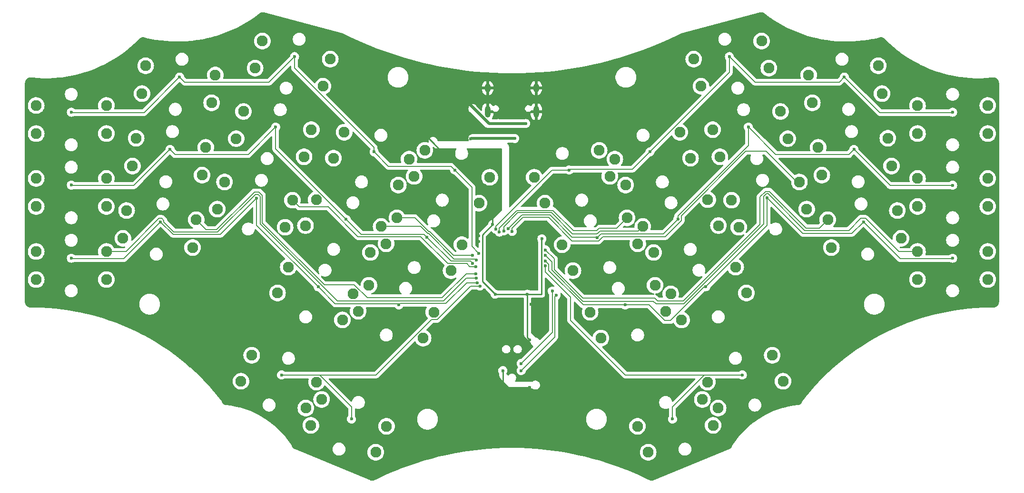
<source format=gbr>
%TF.GenerationSoftware,KiCad,Pcbnew,8.0.8-8.0.8-0~ubuntu22.04.1*%
%TF.CreationDate,2025-02-01T01:24:59+00:00*%
%TF.ProjectId,miniwing,6d696e69-7769-46e6-972e-6b696361645f,1*%
%TF.SameCoordinates,Original*%
%TF.FileFunction,Copper,L1,Top*%
%TF.FilePolarity,Positive*%
%FSLAX46Y46*%
G04 Gerber Fmt 4.6, Leading zero omitted, Abs format (unit mm)*
G04 Created by KiCad (PCBNEW 8.0.8-8.0.8-0~ubuntu22.04.1) date 2025-02-01 01:24:59*
%MOMM*%
%LPD*%
G01*
G04 APERTURE LIST*
%TA.AperFunction,ComponentPad*%
%ADD10C,1.950000*%
%TD*%
%TA.AperFunction,HeatsinkPad*%
%ADD11O,1.000000X1.600000*%
%TD*%
%TA.AperFunction,HeatsinkPad*%
%ADD12O,1.000000X2.100000*%
%TD*%
%TA.AperFunction,ViaPad*%
%ADD13C,0.600000*%
%TD*%
%TA.AperFunction,Conductor*%
%ADD14C,0.500000*%
%TD*%
%TA.AperFunction,Conductor*%
%ADD15C,0.250000*%
%TD*%
%TA.AperFunction,Conductor*%
%ADD16C,0.200000*%
%TD*%
G04 APERTURE END LIST*
D10*
%TO.P,S11,1,NO_1*%
%TO.N,COL-00*%
X65208360Y-77370088D03*
%TO.P,S11,2,NO_2*%
X77709359Y-77370088D03*
%TO.P,S11,3,NO_3*%
%TO.N,Net-(D11-A)*%
X65208360Y-82370088D03*
%TO.P,S11,4,NO_4*%
X77709360Y-82370088D03*
%TD*%
%TO.P,S3,1,NO_1*%
%TO.N,COL-02*%
X105456146Y-52885777D03*
%TO.P,S3,2,NO_2*%
X117531183Y-56121273D03*
%TO.P,S3,3,NO_3*%
%TO.N,Net-(D3-A)*%
X104162050Y-57715405D03*
%TO.P,S3,4,NO_4*%
X116237088Y-60950902D03*
%TD*%
%TO.P,S12,1,NO_1*%
%TO.N,COL-01*%
X82990948Y-70192390D03*
%TO.P,S12,2,NO_2*%
X95385000Y-71824098D03*
%TO.P,S12,3,NO_3*%
%TO.N,Net-(D12-A)*%
X82338317Y-75149614D03*
%TO.P,S12,4,NO_4*%
X94732369Y-76781323D03*
%TD*%
%TO.P,S14,1,NO_1*%
%TO.N,COL-03*%
X115038122Y-81143921D03*
%TO.P,S14,2,NO_2*%
X126587540Y-85927847D03*
%TO.P,S14,3,NO_3*%
%TO.N,Net-(D14-A)*%
X113124704Y-85763319D03*
%TO.P,S14,4,NO_4*%
X124674122Y-90547244D03*
%TD*%
%TO.P,S30,1,NO_1*%
%TO.N,COL-10*%
X222029636Y-90370087D03*
%TO.P,S30,2,NO_2*%
X234530636Y-90370087D03*
%TO.P,S30,3,NO_3*%
%TO.N,Net-(D30-A)*%
X222029636Y-95370087D03*
%TO.P,S30,4,NO_4*%
X234530636Y-95370086D03*
%TD*%
%TO.P,S27,1,NO_1*%
%TO.N,COL-13*%
X178126419Y-97938663D03*
%TO.P,S27,2,NO_2*%
X189675837Y-93154738D03*
%TO.P,S27,3,NO_3*%
%TO.N,Net-(D27-A)*%
X180039837Y-102558061D03*
%TO.P,S27,4,NO_4*%
X191589255Y-97774135D03*
%TD*%
%TO.P,S17,1,NO_1*%
%TO.N,COL-13*%
X173151534Y-85928229D03*
%TO.P,S17,2,NO_2*%
X184700952Y-81144304D03*
%TO.P,S17,3,NO_3*%
%TO.N,Net-(D17-A)*%
X175064952Y-90547627D03*
%TO.P,S17,4,NO_4*%
X186614370Y-85763701D03*
%TD*%
%TO.P,S2,1,NO_1*%
%TO.N,COL-01*%
X84687788Y-57303606D03*
%TO.P,S2,2,NO_2*%
X97081840Y-58935314D03*
%TO.P,S2,3,NO_3*%
%TO.N,Net-(D2-A)*%
X84035157Y-62260830D03*
%TO.P,S2,4,NO_4*%
X96429209Y-63892539D03*
%TD*%
%TO.P,S7,1,NO_1*%
%TO.N,COL-13*%
X168176649Y-73917795D03*
%TO.P,S7,2,NO_2*%
X179726067Y-69133870D03*
%TO.P,S7,3,NO_3*%
%TO.N,Net-(D7-A)*%
X170090067Y-78537193D03*
%TO.P,S7,4,NO_4*%
X181639485Y-73753267D03*
%TD*%
%TO.P,S23,1,NO_1*%
%TO.N,COL-02*%
X98726850Y-77999846D03*
%TO.P,S23,2,NO_2*%
X110801887Y-81235342D03*
%TO.P,S23,3,NO_3*%
%TO.N,Net-(D23-A)*%
X97432754Y-82829474D03*
%TO.P,S23,4,NO_4*%
X109507792Y-86064971D03*
%TD*%
%TO.P,S10,1,NO_1*%
%TO.N,COL-10*%
X222029637Y-64370087D03*
%TO.P,S10,2,NO_2*%
X234530637Y-64370087D03*
%TO.P,S10,3,NO_3*%
%TO.N,Net-(D10-A)*%
X222029637Y-69370087D03*
%TO.P,S10,4,NO_4*%
X234530637Y-69370086D03*
%TD*%
%TO.P,S26,1,NO_1*%
%TO.N,COL-14*%
X163773457Y-101177874D03*
%TO.P,S26,2,NO_2*%
X175322875Y-96393949D03*
%TO.P,S26,3,NO_3*%
%TO.N,Net-(D26-A)*%
X165686875Y-105797272D03*
%TO.P,S26,4,NO_4*%
X177236293Y-101013346D03*
%TD*%
%TO.P,S15,1,NO_1*%
%TO.N,COL-04*%
X129391084Y-84383132D03*
%TO.P,S15,2,NO_2*%
X140940502Y-89167058D03*
%TO.P,S15,3,NO_3*%
%TO.N,Net-(D15-A)*%
X127477666Y-89002530D03*
%TO.P,S15,4,NO_4*%
X139027084Y-93786455D03*
%TD*%
%TO.P,S8,1,NO_1*%
%TO.N,COL-12*%
X182207850Y-56121532D03*
%TO.P,S8,2,NO_2*%
X194282888Y-52886035D03*
%TO.P,S8,3,NO_3*%
%TO.N,Net-(D8-A)*%
X183501945Y-60951160D03*
%TO.P,S8,4,NO_4*%
X195576983Y-57715664D03*
%TD*%
%TO.P,S22,1,NO_1*%
%TO.N,COL-01*%
X81294107Y-83081173D03*
%TO.P,S22,2,NO_2*%
X93688159Y-84712881D03*
%TO.P,S22,3,NO_3*%
%TO.N,Net-(D22-A)*%
X80641476Y-88038397D03*
%TO.P,S22,4,NO_4*%
X93035528Y-89670106D03*
%TD*%
%TO.P,S20,1,NO_1*%
%TO.N,COL-10*%
X222029637Y-77370087D03*
%TO.P,S20,2,NO_2*%
X234530637Y-77370087D03*
%TO.P,S20,3,NO_3*%
%TO.N,Net-(D20-A)*%
X222029637Y-82370087D03*
%TO.P,S20,4,NO_4*%
X234530637Y-82370086D03*
%TD*%
%TO.P,S9,1,NO_1*%
%TO.N,COL-11*%
X202657167Y-58935446D03*
%TO.P,S9,2,NO_2*%
X215051219Y-57303737D03*
%TO.P,S9,3,NO_3*%
%TO.N,Net-(D9-A)*%
X203309798Y-63892670D03*
%TO.P,S9,4,NO_4*%
X215703850Y-62260961D03*
%TD*%
%TO.P,S1,1,NO_1*%
%TO.N,COL-00*%
X65208360Y-64370089D03*
%TO.P,S1,2,NO_2*%
X77709359Y-64370089D03*
%TO.P,S1,3,NO_3*%
%TO.N,Net-(D1-A)*%
X65208360Y-69370089D03*
%TO.P,S1,4,NO_4*%
X77709360Y-69370089D03*
%TD*%
%TO.P,S21,1,NO_1*%
%TO.N,COL-00*%
X65208362Y-90370087D03*
%TO.P,S21,2,NO_2*%
X77709361Y-90370087D03*
%TO.P,S21,3,NO_3*%
%TO.N,Net-(D21-A)*%
X65208362Y-95370087D03*
%TO.P,S21,4,NO_4*%
X77709362Y-95370087D03*
%TD*%
%TO.P,S25,1,NO_1*%
%TO.N,COL-04*%
X124416199Y-96393566D03*
%TO.P,S25,2,NO_2*%
X135965617Y-101177492D03*
%TO.P,S25,3,NO_3*%
%TO.N,Net-(D25-A)*%
X122502781Y-101012964D03*
%TO.P,S25,4,NO_4*%
X134052199Y-105796889D03*
%TD*%
%TO.P,S31,1,NO_1*%
%TO.N,COL-03*%
X103557619Y-108860307D03*
%TO.P,S31,2,NO_2*%
X115107037Y-113644233D03*
%TO.P,S31,3,NO_3*%
%TO.N,Net-(D31-A)*%
X101644201Y-113479705D03*
%TO.P,S31,4,NO_4*%
X113193619Y-118263630D03*
%TD*%
%TO.P,S18,1,NO_1*%
%TO.N,COL-12*%
X185572498Y-68678567D03*
%TO.P,S18,2,NO_2*%
X197647536Y-65443070D03*
%TO.P,S18,3,NO_3*%
%TO.N,Net-(D18-A)*%
X186866593Y-73508195D03*
%TO.P,S18,4,NO_4*%
X198941631Y-70272699D03*
%TD*%
%TO.P,S28,1,NO_1*%
%TO.N,COL-12*%
X188937146Y-81235602D03*
%TO.P,S28,2,NO_2*%
X201012184Y-78000105D03*
%TO.P,S28,3,NO_3*%
%TO.N,Net-(D28-A)*%
X190231241Y-86065230D03*
%TO.P,S28,4,NO_4*%
X202306279Y-82829734D03*
%TD*%
%TO.P,S19,1,NO_1*%
%TO.N,COL-11*%
X204354007Y-71824230D03*
%TO.P,S19,2,NO_2*%
X216748059Y-70192521D03*
%TO.P,S19,3,NO_3*%
%TO.N,Net-(D19-A)*%
X205006638Y-76781454D03*
%TO.P,S19,4,NO_4*%
X217400690Y-75149745D03*
%TD*%
%TO.P,S5,1,NO_1*%
%TO.N,COL-04*%
X134365968Y-72372698D03*
%TO.P,S5,2,NO_2*%
X145915386Y-77156624D03*
%TO.P,S5,3,NO_3*%
%TO.N,Net-(D5-A)*%
X132452550Y-76992096D03*
%TO.P,S5,4,NO_4*%
X144001968Y-81776021D03*
%TD*%
%TO.P,S32,1,NO_1*%
%TO.N,COL-04*%
X115997164Y-116718916D03*
%TO.P,S32,2,NO_2*%
X127546582Y-121502842D03*
%TO.P,S32,3,NO_3*%
%TO.N,Net-(D32-A)*%
X114083746Y-121338314D03*
%TO.P,S32,4,NO_4*%
X125633164Y-126122239D03*
%TD*%
%TO.P,S6,1,NO_1*%
%TO.N,COL-14*%
X153823688Y-77157006D03*
%TO.P,S6,2,NO_2*%
X165373106Y-72373081D03*
%TO.P,S6,3,NO_3*%
%TO.N,Net-(D6-A)*%
X155737106Y-81776404D03*
%TO.P,S6,4,NO_4*%
X167286524Y-76992478D03*
%TD*%
%TO.P,S34,1,NO_1*%
%TO.N,COL-13*%
X184632037Y-113644615D03*
%TO.P,S34,2,NO_2*%
X196181455Y-108860690D03*
%TO.P,S34,3,NO_3*%
%TO.N,Net-(D34-A)*%
X186545455Y-118264013D03*
%TO.P,S34,4,NO_4*%
X198094873Y-113480087D03*
%TD*%
%TO.P,S13,1,NO_1*%
%TO.N,COL-02*%
X102091498Y-65442811D03*
%TO.P,S13,2,NO_2*%
X114166535Y-68678307D03*
%TO.P,S13,3,NO_3*%
%TO.N,Net-(D13-A)*%
X100797402Y-70272439D03*
%TO.P,S13,4,NO_4*%
X112872440Y-73507936D03*
%TD*%
%TO.P,S16,1,NO_1*%
%TO.N,COL-14*%
X158798572Y-89167440D03*
%TO.P,S16,2,NO_2*%
X170347990Y-84383515D03*
%TO.P,S16,3,NO_3*%
%TO.N,Net-(D16-A)*%
X160711990Y-93786838D03*
%TO.P,S16,4,NO_4*%
X172261408Y-89002912D03*
%TD*%
%TO.P,S4,4,NO_4*%
%TO.N,Net-(D4-A)*%
X129649007Y-78536810D03*
%TO.P,S4,3,NO_3*%
X118099589Y-73752885D03*
%TO.P,S4,2,NO_2*%
%TO.N,COL-03*%
X131562425Y-73917413D03*
%TO.P,S4,1,NO_1*%
X120013007Y-69133487D03*
%TD*%
%TO.P,S29,1,NO_1*%
%TO.N,COL-11*%
X206050848Y-84713013D03*
%TO.P,S29,2,NO_2*%
X218444900Y-83081304D03*
%TO.P,S29,3,NO_3*%
%TO.N,Net-(D29-A)*%
X206703479Y-89670237D03*
%TO.P,S29,4,NO_4*%
X219097531Y-88038528D03*
%TD*%
%TO.P,S33,1,NO_1*%
%TO.N,COL-14*%
X172192492Y-121503224D03*
%TO.P,S33,2,NO_2*%
X183741910Y-116719299D03*
%TO.P,S33,3,NO_3*%
%TO.N,Net-(D33-A)*%
X174105910Y-126122622D03*
%TO.P,S33,4,NO_4*%
X185655328Y-121338696D03*
%TD*%
%TO.P,S24,1,NO_1*%
%TO.N,COL-03*%
X110063236Y-93154355D03*
%TO.P,S24,2,NO_2*%
X121612654Y-97938281D03*
%TO.P,S24,3,NO_3*%
%TO.N,Net-(D24-A)*%
X108149818Y-97773753D03*
%TO.P,S24,4,NO_4*%
X119699236Y-102557678D03*
%TD*%
D11*
%TO.P,J1,S1,SHIELD*%
%TO.N,GND*%
X145550000Y-61267500D03*
D12*
X145550000Y-65447500D03*
D11*
X154190000Y-61267500D03*
D12*
X154190000Y-65447500D03*
%TD*%
D13*
%TO.N,GND*%
X139700000Y-70300000D03*
%TO.N,ROW-00*%
X125328957Y-72634296D03*
X143977500Y-90732369D03*
X71459360Y-65570088D03*
X139681918Y-75873507D03*
X90728679Y-59309260D03*
X111183563Y-55662765D03*
%TO.N,ROW-01*%
X107818915Y-68219799D03*
X89031839Y-72198044D03*
X142869636Y-92480088D03*
X120354072Y-84644730D03*
X71459362Y-78547586D03*
X134750107Y-87840868D03*
%TO.N,ROW-02*%
X87334998Y-85086827D03*
X143695690Y-95945535D03*
X115379186Y-96655164D03*
X129732149Y-99894375D03*
X104433584Y-80868228D03*
X71459362Y-91570086D03*
%TO.N,ROW-03*%
X144219636Y-96550088D03*
X121313114Y-120219725D03*
X108873569Y-112361116D03*
%TO.N,ROW-10*%
X160057156Y-75873890D03*
X228279637Y-65570086D03*
X188555470Y-55663023D03*
X147003515Y-86401945D03*
X174410117Y-72634679D03*
X209010328Y-59309391D03*
%TO.N,ROW-11*%
X149212767Y-86347986D03*
X191920118Y-68220058D03*
X228279637Y-78570086D03*
X210707168Y-72198175D03*
X165032040Y-87884324D03*
X179385002Y-84645113D03*
%TO.N,ROW-12*%
X228279636Y-91570086D03*
X170006925Y-99894758D03*
X212404009Y-85086958D03*
X184359887Y-96655547D03*
X195284766Y-80777093D03*
X155800000Y-92067500D03*
%TO.N,ROW-13*%
X190865505Y-112361499D03*
X178425960Y-120220108D03*
X155766630Y-92933370D03*
%TO.N,COL-00*%
X143507998Y-95148562D03*
%TO.N,COL-01*%
X143477911Y-94330119D03*
%TO.N,COL-02*%
X143409636Y-93080088D03*
%TO.N,COL-03*%
X143484015Y-91880088D03*
%TO.N,COL-04*%
X142879636Y-91080088D03*
%TO.N,COL-14*%
X147620000Y-86911798D03*
%TO.N,COL-13*%
X148419782Y-86720088D03*
%TO.N,COL-12*%
X149909636Y-86790088D03*
%TO.N,COL-11*%
X155830000Y-90100000D03*
%TO.N,COL-10*%
X155819998Y-91090000D03*
%TO.N,GND*%
X143000000Y-114600000D03*
X150370000Y-75522500D03*
X149120000Y-95230000D03*
X148620001Y-99690000D03*
X154520000Y-86370000D03*
X154250000Y-99760000D03*
X152120000Y-89405000D03*
X154100000Y-115300000D03*
X154270000Y-68862500D03*
X143977500Y-88567500D03*
X147099636Y-95070088D03*
X136800000Y-59999998D03*
X143977500Y-86567500D03*
X153520000Y-86390000D03*
X144870000Y-114600000D03*
X145970000Y-68862500D03*
X146957500Y-90067500D03*
X136800000Y-69799998D03*
X144929636Y-97260088D03*
X132099636Y-69662588D03*
X154090000Y-96000000D03*
X143977500Y-85567500D03*
X152782500Y-94567500D03*
X143000000Y-106100000D03*
X148235000Y-109047500D03*
X154090000Y-97000000D03*
X147620001Y-99690000D03*
X153250000Y-99760000D03*
X143977500Y-87567500D03*
%TO.N,SWD_IO*%
X151505000Y-111587500D03*
X157740000Y-98150000D03*
%TO.N,SWD_CLK*%
X157045184Y-97435119D03*
X151505000Y-110317500D03*
%TO.N,+5V*%
X142500000Y-70300000D03*
X150370000Y-70247500D03*
%TO.N,Net-(F1-Pad1)*%
X147420000Y-67597500D03*
X152320000Y-67587500D03*
X142500004Y-63000000D03*
%TO.N,VDD*%
X153000000Y-114600000D03*
X148235000Y-111587500D03*
X155192589Y-88126829D03*
X152620000Y-97980000D03*
X153000000Y-106100000D03*
X146870001Y-97980000D03*
X134500000Y-69800000D03*
X146437500Y-85567500D03*
%TD*%
D14*
%TO.N,Net-(F1-Pad1)*%
X142500004Y-64291007D02*
X142500004Y-63000000D01*
X145806497Y-67597500D02*
X142500004Y-64291007D01*
X147420000Y-67597500D02*
X145806497Y-67597500D01*
%TO.N,+5V*%
X142552500Y-70247500D02*
X142500000Y-70300000D01*
X150370000Y-70247500D02*
X142552500Y-70247500D01*
D15*
%TO.N,VDD*%
X134600000Y-69800000D02*
X134500000Y-69800000D01*
X146437500Y-81637500D02*
X134600000Y-69800000D01*
X146437500Y-85567500D02*
X146437500Y-81637500D01*
X148235000Y-111587500D02*
X148235000Y-113735000D01*
X148235000Y-113735000D02*
X149100000Y-114600000D01*
X149100000Y-114600000D02*
X153000000Y-114600000D01*
X152620000Y-105720000D02*
X153000000Y-106100000D01*
X152620000Y-97980000D02*
X152620000Y-105720000D01*
D16*
%TO.N,COL-02*%
X111985466Y-82418921D02*
X110801887Y-81235342D01*
%TO.N,ROW-01*%
X120354072Y-84644730D02*
X123036872Y-87327530D01*
X139020694Y-92111455D02*
X134750107Y-87840868D01*
%TO.N,COL-03*%
X133599469Y-85927847D02*
X126587540Y-85927847D01*
%TO.N,ROW-01*%
X142501003Y-92111455D02*
X139020694Y-92111455D01*
%TO.N,COL-03*%
X135019346Y-87190868D02*
X134862490Y-87190868D01*
X139539933Y-91711455D02*
X135019346Y-87190868D01*
%TO.N,ROW-01*%
X134236769Y-87327530D02*
X134750107Y-87840868D01*
%TO.N,COL-03*%
X134862490Y-87190868D02*
X133599469Y-85927847D01*
%TO.N,ROW-01*%
X142869636Y-92480088D02*
X142501003Y-92111455D01*
%TO.N,COL-03*%
X143484015Y-91880088D02*
X143315382Y-91711455D01*
X143315382Y-91711455D02*
X139539933Y-91711455D01*
%TO.N,ROW-01*%
X123036872Y-87327530D02*
X134236769Y-87327530D01*
%TO.N,COL-00*%
X105050824Y-85456510D02*
X105050824Y-80524862D01*
X143507998Y-95148562D02*
X141741162Y-95148562D01*
%TO.N,ROW-02*%
X89558259Y-87310088D02*
X97991724Y-87310088D01*
%TO.N,COL-00*%
X118792639Y-99220088D02*
X105054267Y-85481716D01*
X137669636Y-99220088D02*
X118792639Y-99220088D01*
%TO.N,COL-01*%
X116481252Y-96321252D02*
X105450824Y-85290824D01*
X105450824Y-85290824D02*
X105450824Y-80359176D01*
%TO.N,COL-00*%
X105054267Y-85481716D02*
X105054267Y-85459953D01*
X141741162Y-95148562D02*
X137669636Y-99220088D01*
%TO.N,ROW-02*%
X104433584Y-85709562D02*
X104433584Y-80868228D01*
%TO.N,COL-00*%
X105054267Y-85459953D02*
X105050824Y-85456510D01*
%TO.N,ROW-02*%
X97991724Y-87310088D02*
X104433584Y-80868228D01*
%TO.N,COL-00*%
X87934998Y-84838298D02*
X87583527Y-84486827D01*
%TO.N,ROW-02*%
X87334998Y-85086827D02*
X89558259Y-87310088D01*
%TO.N,COL-00*%
X87086469Y-84486827D02*
X81203209Y-90370087D01*
X81203209Y-90370087D02*
X77709361Y-90370087D01*
X104205738Y-80176834D02*
X97502484Y-86880088D01*
%TO.N,ROW-02*%
X115379186Y-96655164D02*
X104433584Y-85709562D01*
%TO.N,COL-00*%
X105050824Y-80524862D02*
X104702796Y-80176834D01*
X87583527Y-84486827D02*
X87086469Y-84486827D01*
X89693945Y-86880088D02*
X87934998Y-85121141D01*
X104702796Y-80176834D02*
X104205738Y-80176834D01*
%TO.N,COL-01*%
X137409636Y-98630088D02*
X124107584Y-98630088D01*
%TO.N,COL-00*%
X87934998Y-85121141D02*
X87934998Y-84838298D01*
X97502484Y-86880088D02*
X89693945Y-86880088D01*
%TO.N,COL-01*%
X143477911Y-94330119D02*
X141709605Y-94330119D01*
X141709605Y-94330119D02*
X137409636Y-98630088D01*
X124107584Y-98630088D02*
X121798748Y-96321252D01*
X121798748Y-96321252D02*
X116481252Y-96321252D01*
X105450824Y-80359176D02*
X105102796Y-80011149D01*
X105102796Y-80011149D02*
X104868482Y-79776834D01*
X104868482Y-79776834D02*
X104040052Y-79776834D01*
X104040052Y-79776834D02*
X97336798Y-86480088D01*
X97336798Y-86480088D02*
X95455366Y-86480088D01*
X95455366Y-86480088D02*
X93688159Y-84712881D01*
%TO.N,COL-14*%
X170347990Y-84383515D02*
X168471505Y-86260000D01*
X168471505Y-86260000D02*
X165370000Y-86260000D01*
X165370000Y-86260000D02*
X164960000Y-86670000D01*
X164960000Y-86670000D02*
X160759912Y-86670000D01*
X160759912Y-86670000D02*
X157150000Y-83060088D01*
X157150000Y-83060088D02*
X150755574Y-83060088D01*
X147620000Y-86195662D02*
X147620000Y-86911798D01*
X150755574Y-83060088D02*
X147620000Y-86195662D01*
%TO.N,COL-13*%
X173151534Y-85928229D02*
X172339763Y-86740000D01*
X165080000Y-87200000D02*
X164930000Y-87200000D01*
X172339763Y-86740000D02*
X165540000Y-86740000D01*
X164930000Y-87200000D02*
X164910000Y-87220000D01*
X165540000Y-86740000D02*
X165080000Y-87200000D01*
X164910000Y-87220000D02*
X160630000Y-87220000D01*
X150921260Y-83460088D02*
X148419782Y-85961566D01*
X160630000Y-87220000D02*
X156870088Y-83460088D01*
X148419782Y-85961566D02*
X148419782Y-86720088D01*
X156870088Y-83460088D02*
X150921260Y-83460088D01*
%TO.N,ROW-11*%
X156620000Y-83890088D02*
X151670665Y-83890088D01*
X165032040Y-87884324D02*
X164953858Y-87806142D01*
X164953858Y-87806142D02*
X160536054Y-87806142D01*
X160536054Y-87806142D02*
X156620000Y-83890088D01*
%TO.N,COL-12*%
X151836351Y-84290088D02*
X149909636Y-86216803D01*
X156370088Y-84290088D02*
X151836351Y-84290088D01*
X166041812Y-87727912D02*
X165285400Y-88484324D01*
X165285400Y-88484324D02*
X160564324Y-88484324D01*
X179985002Y-84893642D02*
X177150732Y-87727912D01*
X179985002Y-83990408D02*
X179985002Y-84893642D01*
X191455322Y-72520088D02*
X179985002Y-83990408D01*
X195128291Y-72520088D02*
X191455322Y-72520088D01*
X177150732Y-87727912D02*
X166041812Y-87727912D01*
X160564324Y-88484324D02*
X156370088Y-84290088D01*
X195128291Y-72558743D02*
X195128291Y-72520088D01*
X201012184Y-78000105D02*
X200569653Y-78000105D01*
X200569653Y-78000105D02*
X195128291Y-72558743D01*
X149909636Y-86216803D02*
X149909636Y-86790088D01*
%TO.N,COL-11*%
X206050848Y-84713013D02*
X204573861Y-86190000D01*
X162530000Y-98700000D02*
X157410000Y-93580000D01*
X204573861Y-86190000D02*
X202229912Y-86190000D01*
X202229912Y-86190000D02*
X195710000Y-79670088D01*
X195710000Y-79670088D02*
X194977556Y-79670088D01*
X180326337Y-99213663D02*
X175793663Y-99213663D01*
X194977556Y-79670088D02*
X194003822Y-80643822D01*
X157410000Y-91680000D02*
X155830000Y-90100000D01*
X194003822Y-80643822D02*
X194003822Y-85536178D01*
X194003822Y-85536178D02*
X180326337Y-99213663D01*
X175793663Y-99213663D02*
X175280000Y-98700000D01*
X175280000Y-98700000D02*
X162530000Y-98700000D01*
X157410000Y-93580000D02*
X157410000Y-91680000D01*
%TO.N,COL-10*%
X180456905Y-99710000D02*
X175510000Y-99710000D01*
X211910000Y-84486958D02*
X209776958Y-86620000D01*
X194684766Y-80528564D02*
X194684766Y-85482139D01*
X175510000Y-99710000D02*
X175045685Y-99245685D01*
X195143242Y-80070088D02*
X194684766Y-80528564D01*
X212791183Y-84486958D02*
X211910000Y-84486958D01*
X201976202Y-86620000D02*
X195426290Y-80070088D01*
X162485685Y-99245685D02*
X156960000Y-93720000D01*
X209776958Y-86620000D02*
X201976202Y-86620000D01*
X194684766Y-85482139D02*
X180456905Y-99710000D01*
X175045685Y-99245685D02*
X162485685Y-99245685D01*
X195426290Y-80070088D02*
X195143242Y-80070088D01*
X218674312Y-90370087D02*
X212791183Y-84486958D01*
X222029636Y-90370087D02*
X218674312Y-90370087D01*
X156960000Y-93720000D02*
X156960000Y-92230002D01*
X156960000Y-92230002D02*
X155819998Y-91090000D01*
%TO.N,ROW-12*%
X170006925Y-99894758D02*
X163674758Y-99894758D01*
X163674758Y-99894758D02*
X163670000Y-99890000D01*
X163670000Y-99890000D02*
X162550000Y-99890000D01*
X156400000Y-92667500D02*
X155800000Y-92067500D01*
X162550000Y-99890000D02*
X156400000Y-93740000D01*
X156400000Y-93740000D02*
X156400000Y-92667500D01*
%TO.N,ROW-13*%
X190865505Y-112361499D02*
X170050128Y-112361499D01*
X170050128Y-112361499D02*
X160320000Y-102631371D01*
X160320000Y-102631371D02*
X160320000Y-98540000D01*
X160320000Y-98540000D02*
X155766630Y-93986630D01*
X155766630Y-93986630D02*
X155766630Y-92933370D01*
%TO.N,ROW-12*%
X184359887Y-96655547D02*
X184077044Y-96655547D01*
X184077044Y-96655547D02*
X178044245Y-102688346D01*
X178044245Y-102688346D02*
X177078346Y-102688346D01*
X174284758Y-99894758D02*
X170006925Y-99894758D01*
X177078346Y-102688346D02*
X174284758Y-99894758D01*
%TO.N,SWD_IO*%
X151505000Y-111587500D02*
X157470000Y-105622500D01*
X157470000Y-105622500D02*
X157470000Y-98420000D01*
X157470000Y-98420000D02*
X157740000Y-98150000D01*
%TO.N,SWD_CLK*%
X157045184Y-104777316D02*
X157045184Y-97435119D01*
X151505000Y-110317500D02*
X157045184Y-104777316D01*
%TO.N,ROW-00*%
X142726968Y-89481837D02*
X142726968Y-78918557D01*
X125328957Y-71845894D02*
X125328957Y-72634296D01*
X91629733Y-60210314D02*
X106636014Y-60210314D01*
X143977500Y-90732369D02*
X142726968Y-89481837D01*
X106636014Y-60210314D02*
X111183563Y-55662765D01*
X127887074Y-75192413D02*
X125328957Y-72634296D01*
X139681918Y-75873507D02*
X139000824Y-75192413D01*
X142726968Y-78918557D02*
X139681918Y-75873507D01*
X90728679Y-59309260D02*
X91629733Y-60210314D01*
X111183563Y-55662765D02*
X111183563Y-57700500D01*
X71459360Y-65570088D02*
X71534361Y-65645089D01*
X84392850Y-65645089D02*
X90728679Y-59309260D01*
X111183563Y-57700500D02*
X125328957Y-71845894D01*
X139000824Y-75192413D02*
X127887074Y-75192413D01*
X71534361Y-65645089D02*
X84392850Y-65645089D01*
%TO.N,ROW-01*%
X107818915Y-68219799D02*
X102939616Y-73099098D01*
X107818915Y-72109573D02*
X107818915Y-68219799D01*
X120354072Y-84644730D02*
X107818915Y-72109573D01*
X89932893Y-73099098D02*
X89031839Y-72198044D01*
X102939616Y-73099098D02*
X89932893Y-73099098D01*
X82584795Y-78645088D02*
X89031839Y-72198044D01*
X71556864Y-78645088D02*
X82584795Y-78645088D01*
X71459362Y-78547586D02*
X71556864Y-78645088D01*
%TO.N,ROW-02*%
X143695690Y-95945535D02*
X141794189Y-95945535D01*
X71534363Y-91645087D02*
X80776738Y-91645087D01*
X129732149Y-99894375D02*
X129532149Y-99694375D01*
X130006436Y-99620088D02*
X129732149Y-99894375D01*
X118418397Y-99694375D02*
X115379186Y-96655164D01*
X141794189Y-95945535D02*
X138119636Y-99620088D01*
X129532149Y-99694375D02*
X118418397Y-99694375D01*
X71459362Y-91570086D02*
X71534363Y-91645087D01*
X138119636Y-99620088D02*
X130006436Y-99620088D01*
X80776738Y-91645087D02*
X87334998Y-85086827D01*
%TO.N,ROW-03*%
X121313114Y-118047187D02*
X121313114Y-120219725D01*
X125684849Y-112361116D02*
X108873569Y-112361116D01*
X115627043Y-112361116D02*
X121313114Y-118047187D01*
X108873569Y-112361116D02*
X115627043Y-112361116D01*
X136567232Y-102452492D02*
X135593473Y-102452492D01*
X135593473Y-102452492D02*
X125684849Y-112361116D01*
X142469636Y-96550088D02*
X136567232Y-102452492D01*
X144219636Y-96550088D02*
X142469636Y-96550088D01*
%TO.N,ROW-10*%
X147003515Y-85850014D02*
X156979639Y-75873890D01*
X174410117Y-72634679D02*
X188555470Y-58489326D01*
X188555470Y-58489326D02*
X188555470Y-55663023D01*
X209010328Y-59309391D02*
X208109273Y-60210446D01*
X147003515Y-86401945D02*
X147003515Y-85850014D01*
X208109273Y-60210446D02*
X193102893Y-60210446D01*
X160057156Y-75873890D02*
X160213568Y-75717478D01*
X228204636Y-65645087D02*
X215346024Y-65645087D01*
X171327318Y-75717478D02*
X174410117Y-72634679D01*
X160213568Y-75717478D02*
X171327318Y-75717478D01*
X193102893Y-60210446D02*
X188555470Y-55663023D01*
X228279637Y-65570086D02*
X228204636Y-65645087D01*
X215346024Y-65645087D02*
X209010328Y-59309391D01*
X156979639Y-75873890D02*
X160057156Y-75873890D01*
%TO.N,ROW-11*%
X191920118Y-68220058D02*
X196799290Y-73099230D01*
X228204636Y-78645087D02*
X228279637Y-78570086D01*
X191920118Y-71489606D02*
X191920118Y-68220058D01*
X179385002Y-84024722D02*
X191920118Y-71489606D01*
X179385002Y-84645113D02*
X179385002Y-84024722D01*
X196799290Y-73099230D02*
X209806113Y-73099230D01*
X151670665Y-83890088D02*
X149212767Y-86347986D01*
X165032040Y-87884324D02*
X165713135Y-87203229D01*
X217154080Y-78645087D02*
X228204636Y-78645087D01*
X210707168Y-72198175D02*
X217154080Y-78645087D01*
X165713135Y-87203229D02*
X176826886Y-87203229D01*
X176826886Y-87203229D02*
X179385002Y-84645113D01*
X209806113Y-73099230D02*
X210707168Y-72198175D01*
%TO.N,ROW-12*%
X218962138Y-91645087D02*
X212404009Y-85086958D01*
X212404009Y-85086958D02*
X210360879Y-87130088D01*
X228204635Y-91645087D02*
X218962138Y-91645087D01*
X195284766Y-85742686D02*
X184371905Y-96655547D01*
X195284766Y-80777093D02*
X195284766Y-85742686D01*
X210360879Y-87130088D02*
X201637761Y-87130088D01*
X228279636Y-91570086D02*
X228204635Y-91645087D01*
X184371905Y-96655547D02*
X184359887Y-96655547D01*
X201637761Y-87130088D02*
X195284766Y-80777093D01*
%TO.N,ROW-13*%
X184112030Y-112361499D02*
X178425960Y-118047569D01*
X178425960Y-118047569D02*
X178425960Y-120220108D01*
X190865505Y-112361499D02*
X184112030Y-112361499D01*
%TO.N,COL-04*%
X134365968Y-72372698D02*
X134365968Y-72916993D01*
D14*
%TO.N,Net-(F1-Pad1)*%
X150740000Y-67597500D02*
X150820000Y-67597500D01*
X149900000Y-67597500D02*
X150370000Y-67597500D01*
X150370000Y-67597500D02*
X150820000Y-67597500D01*
X150000000Y-67597500D02*
X149900000Y-67597500D01*
X150820000Y-67597500D02*
X152310000Y-67597500D01*
X152310000Y-67597500D02*
X152320000Y-67587500D01*
X147420000Y-67597500D02*
X149900000Y-67597500D01*
D15*
%TO.N,VDD*%
X144602500Y-87402500D02*
X144602500Y-95712499D01*
X146437500Y-85567500D02*
X144602500Y-87402500D01*
X144602500Y-95712499D02*
X146870001Y-97980000D01*
X150759636Y-97980000D02*
X146870001Y-97980000D01*
X152620000Y-97980000D02*
X150759636Y-97980000D01*
X155130000Y-97980000D02*
X155130000Y-88189418D01*
X152620000Y-97980000D02*
X155130000Y-97980000D01*
X155130000Y-88189418D02*
X155192589Y-88126829D01*
D16*
%TO.N,COL-04*%
X135028176Y-86790868D02*
X132620440Y-84383132D01*
X132620440Y-84383132D02*
X129391084Y-84383132D01*
X135210868Y-86790868D02*
X135028176Y-86790868D01*
X139500088Y-91080088D02*
X135210868Y-86790868D01*
X142879636Y-91080088D02*
X139500088Y-91080088D01*
%TO.N,COL-02*%
X141801003Y-92511455D02*
X142369636Y-93080088D01*
X138401455Y-92511455D02*
X141801003Y-92511455D01*
X133617530Y-87727530D02*
X138401455Y-92511455D01*
X142369636Y-93080088D02*
X143409636Y-93080088D01*
X122467530Y-87727530D02*
X133617530Y-87727530D01*
X117100000Y-82360000D02*
X122467530Y-87727530D01*
X117041079Y-82418921D02*
X117100000Y-82360000D01*
X111985466Y-82418921D02*
X117041079Y-82418921D01*
%TD*%
%TA.AperFunction,Conductor*%
%TO.N,GND*%
G36*
X155960703Y-95030384D02*
G01*
X155967181Y-95036416D01*
X157388021Y-96457256D01*
X157421506Y-96518579D01*
X157416522Y-96588271D01*
X157374650Y-96644204D01*
X157309186Y-96668621D01*
X157259386Y-96661979D01*
X157224441Y-96649751D01*
X157224433Y-96649749D01*
X157045188Y-96629554D01*
X157045180Y-96629554D01*
X156865934Y-96649749D01*
X156865929Y-96649750D01*
X156695660Y-96709330D01*
X156542921Y-96805303D01*
X156415368Y-96932856D01*
X156319395Y-97085595D01*
X156259815Y-97255864D01*
X156259814Y-97255869D01*
X156239619Y-97435115D01*
X156239619Y-97435122D01*
X156259814Y-97614368D01*
X156259815Y-97614373D01*
X156319395Y-97784642D01*
X156347153Y-97828818D01*
X156411051Y-97930511D01*
X156415369Y-97937382D01*
X156417629Y-97940216D01*
X156418518Y-97942394D01*
X156419073Y-97943277D01*
X156418918Y-97943374D01*
X156444039Y-98004902D01*
X156444684Y-98017531D01*
X156444684Y-104477218D01*
X156424999Y-104544257D01*
X156408365Y-104564899D01*
X154888343Y-106084920D01*
X154827020Y-106118405D01*
X154757328Y-106113421D01*
X154701395Y-106071549D01*
X154695668Y-106063211D01*
X154681684Y-106040955D01*
X154649816Y-105990238D01*
X154522262Y-105862684D01*
X154508895Y-105854285D01*
X154369521Y-105766710D01*
X154199249Y-105707130D01*
X154152173Y-105701826D01*
X154087759Y-105674759D01*
X154078377Y-105666287D01*
X153281819Y-104869729D01*
X153248334Y-104808406D01*
X153245500Y-104782048D01*
X153245500Y-98729500D01*
X153265185Y-98662461D01*
X153317989Y-98616706D01*
X153369500Y-98605500D01*
X155191607Y-98605500D01*
X155191608Y-98605499D01*
X155312452Y-98581463D01*
X155426286Y-98534311D01*
X155528733Y-98465858D01*
X155615858Y-98378733D01*
X155684311Y-98276286D01*
X155731463Y-98162452D01*
X155755500Y-98041606D01*
X155755500Y-95124097D01*
X155775185Y-95057058D01*
X155827989Y-95011303D01*
X155897147Y-95001359D01*
X155960703Y-95030384D01*
G37*
%TD.AperFunction*%
%TA.AperFunction,Conductor*%
G36*
X105621216Y-47769223D02*
G01*
X105640545Y-47771254D01*
X105780131Y-47797120D01*
X105789614Y-47799265D01*
X119729989Y-51534577D01*
X119753349Y-51543443D01*
X120414229Y-51873893D01*
X120933299Y-52118178D01*
X121865801Y-52557035D01*
X123333196Y-53205470D01*
X123333201Y-53205472D01*
X123333219Y-53205480D01*
X124815590Y-53818835D01*
X125563873Y-54107810D01*
X126312154Y-54396785D01*
X127822032Y-54938990D01*
X129344374Y-55445146D01*
X130878319Y-55914965D01*
X132423000Y-56348183D01*
X133977545Y-56744554D01*
X135541073Y-57103855D01*
X136616353Y-57324180D01*
X137112677Y-57425877D01*
X137112681Y-57425877D01*
X137112702Y-57425882D01*
X138691543Y-57710453D01*
X140276703Y-57957408D01*
X141867286Y-58166606D01*
X143462393Y-58337929D01*
X145061122Y-58471282D01*
X146662570Y-58566587D01*
X148265831Y-58623792D01*
X149869999Y-58642864D01*
X151474167Y-58623792D01*
X153077428Y-58566587D01*
X154678876Y-58471282D01*
X156277605Y-58337930D01*
X157872712Y-58166606D01*
X159463295Y-57957408D01*
X161048455Y-57710453D01*
X162627296Y-57425882D01*
X164198924Y-57103856D01*
X165762453Y-56744555D01*
X167316997Y-56348184D01*
X168125169Y-56121526D01*
X180727293Y-56121526D01*
X180727293Y-56121537D01*
X180747484Y-56365215D01*
X180747486Y-56365227D01*
X180807513Y-56602266D01*
X180905738Y-56826198D01*
X181039482Y-57030910D01*
X181205092Y-57210809D01*
X181205102Y-57210818D01*
X181398058Y-57361002D01*
X181398062Y-57361005D01*
X181612636Y-57477127D01*
X181613117Y-57477387D01*
X181613120Y-57477388D01*
X181844391Y-57556783D01*
X181844393Y-57556783D01*
X181844395Y-57556784D01*
X182085587Y-57597032D01*
X182085588Y-57597032D01*
X182330112Y-57597032D01*
X182330113Y-57597032D01*
X182571305Y-57556784D01*
X182572060Y-57556525D01*
X182626225Y-57537930D01*
X182802583Y-57477387D01*
X183017638Y-57361005D01*
X183210604Y-57210813D01*
X183376218Y-57030909D01*
X183509961Y-56826199D01*
X183608186Y-56602268D01*
X183668214Y-56365224D01*
X183668235Y-56364968D01*
X183688407Y-56121537D01*
X183688407Y-56121526D01*
X183668215Y-55877848D01*
X183668213Y-55877836D01*
X183621945Y-55695128D01*
X183608186Y-55640796D01*
X183509961Y-55416865D01*
X183442262Y-55313243D01*
X183376217Y-55212153D01*
X183210607Y-55032254D01*
X183210597Y-55032245D01*
X183017641Y-54882061D01*
X183017637Y-54882058D01*
X182802584Y-54765677D01*
X182802579Y-54765675D01*
X182571308Y-54686280D01*
X182390411Y-54656094D01*
X182330113Y-54646032D01*
X182085587Y-54646032D01*
X182037348Y-54654081D01*
X181844391Y-54686280D01*
X181613120Y-54765675D01*
X181613115Y-54765677D01*
X181398062Y-54882058D01*
X181398058Y-54882061D01*
X181205102Y-55032245D01*
X181205092Y-55032254D01*
X181039482Y-55212153D01*
X180905738Y-55416865D01*
X180807513Y-55640797D01*
X180747486Y-55877836D01*
X180747484Y-55877848D01*
X180727293Y-56121526D01*
X168125169Y-56121526D01*
X168861679Y-55914966D01*
X170395624Y-55445146D01*
X171917966Y-54938991D01*
X173427844Y-54396785D01*
X174924405Y-53818837D01*
X176126231Y-53321562D01*
X176406778Y-53205481D01*
X176406780Y-53205479D01*
X176406802Y-53205471D01*
X177874197Y-52557036D01*
X178034680Y-52481509D01*
X186576747Y-52481509D01*
X186576747Y-52662612D01*
X186605076Y-52841471D01*
X186661034Y-53013697D01*
X186661035Y-53013700D01*
X186716911Y-53123361D01*
X186742989Y-53174541D01*
X186743253Y-53175058D01*
X186849688Y-53321555D01*
X186849692Y-53321560D01*
X186977747Y-53449615D01*
X186977752Y-53449619D01*
X187040085Y-53494906D01*
X187124253Y-53556057D01*
X187229731Y-53609801D01*
X187285607Y-53638272D01*
X187285610Y-53638273D01*
X187371723Y-53666252D01*
X187457838Y-53694232D01*
X187540676Y-53707352D01*
X187636696Y-53722561D01*
X187636701Y-53722561D01*
X187817798Y-53722561D01*
X187904506Y-53708826D01*
X187996656Y-53694232D01*
X188168886Y-53638272D01*
X188330241Y-53556057D01*
X188476748Y-53449614D01*
X188604800Y-53321562D01*
X188711243Y-53175055D01*
X188793458Y-53013700D01*
X188834940Y-52886029D01*
X192802331Y-52886029D01*
X192802331Y-52886040D01*
X192822522Y-53129718D01*
X192822524Y-53129730D01*
X192882551Y-53366769D01*
X192980776Y-53590701D01*
X193114520Y-53795413D01*
X193280130Y-53975312D01*
X193280140Y-53975321D01*
X193473096Y-54125505D01*
X193473100Y-54125508D01*
X193688155Y-54241890D01*
X193688158Y-54241891D01*
X193919429Y-54321286D01*
X193919431Y-54321286D01*
X193919433Y-54321287D01*
X194160625Y-54361535D01*
X194160626Y-54361535D01*
X194405150Y-54361535D01*
X194405151Y-54361535D01*
X194646343Y-54321287D01*
X194647098Y-54321028D01*
X194663496Y-54315398D01*
X194877621Y-54241890D01*
X195092676Y-54125508D01*
X195285642Y-53975316D01*
X195451256Y-53795412D01*
X195584999Y-53590702D01*
X195683224Y-53366771D01*
X195743252Y-53129727D01*
X195743273Y-53129472D01*
X195763445Y-52886040D01*
X195763445Y-52886029D01*
X195743253Y-52642351D01*
X195743251Y-52642339D01*
X195712417Y-52520578D01*
X195683224Y-52405299D01*
X195584999Y-52181368D01*
X195551716Y-52130424D01*
X195451255Y-51976656D01*
X195285645Y-51796757D01*
X195285635Y-51796748D01*
X195092679Y-51646564D01*
X195092675Y-51646561D01*
X194877622Y-51530180D01*
X194877617Y-51530178D01*
X194646346Y-51450783D01*
X194465449Y-51420597D01*
X194405151Y-51410535D01*
X194160625Y-51410535D01*
X194112386Y-51418584D01*
X193919429Y-51450783D01*
X193688158Y-51530178D01*
X193688153Y-51530180D01*
X193473100Y-51646561D01*
X193473096Y-51646564D01*
X193280140Y-51796748D01*
X193280130Y-51796757D01*
X193114520Y-51976656D01*
X192980776Y-52181368D01*
X192882551Y-52405300D01*
X192822524Y-52642339D01*
X192822522Y-52642351D01*
X192802331Y-52886029D01*
X188834940Y-52886029D01*
X188849418Y-52841470D01*
X188864012Y-52749320D01*
X188877747Y-52662612D01*
X188877747Y-52481509D01*
X188853598Y-52329045D01*
X188849418Y-52302652D01*
X188806075Y-52169253D01*
X188793459Y-52130424D01*
X188793458Y-52130421D01*
X188764987Y-52074545D01*
X188711243Y-51969067D01*
X188670214Y-51912595D01*
X188604805Y-51822566D01*
X188604801Y-51822561D01*
X188476746Y-51694506D01*
X188476741Y-51694502D01*
X188330244Y-51588067D01*
X188330243Y-51588066D01*
X188330241Y-51588065D01*
X188242672Y-51543446D01*
X188168886Y-51505849D01*
X188168883Y-51505848D01*
X187996657Y-51449890D01*
X187817798Y-51421561D01*
X187817793Y-51421561D01*
X187636701Y-51421561D01*
X187636696Y-51421561D01*
X187457836Y-51449890D01*
X187285610Y-51505848D01*
X187285607Y-51505849D01*
X187124249Y-51588067D01*
X186977752Y-51694502D01*
X186977747Y-51694506D01*
X186849692Y-51822561D01*
X186849688Y-51822566D01*
X186743253Y-51969063D01*
X186661035Y-52130421D01*
X186661034Y-52130424D01*
X186605076Y-52302650D01*
X186576747Y-52481509D01*
X178034680Y-52481509D01*
X179325762Y-51873897D01*
X179986647Y-51543443D01*
X180009998Y-51534580D01*
X193948218Y-47799845D01*
X193950135Y-47799331D01*
X193959599Y-47797189D01*
X194099459Y-47771270D01*
X194118790Y-47769239D01*
X194256079Y-47765647D01*
X194275506Y-47766665D01*
X194411659Y-47784594D01*
X194430672Y-47788635D01*
X194562353Y-47827645D01*
X194580509Y-47834615D01*
X194679404Y-47881788D01*
X194702982Y-47896484D01*
X194937995Y-48082541D01*
X195012768Y-48141738D01*
X195753978Y-48683371D01*
X195949517Y-48814983D01*
X196515547Y-49195964D01*
X197105109Y-49560506D01*
X197296309Y-49678731D01*
X197296376Y-49678772D01*
X197751407Y-49936383D01*
X198095243Y-50131042D01*
X198910995Y-50552121D01*
X199742403Y-50941375D01*
X200588226Y-51298224D01*
X201447202Y-51622134D01*
X201447208Y-51622136D01*
X201447216Y-51622139D01*
X202318045Y-51912620D01*
X202564239Y-51984301D01*
X203199468Y-52169253D01*
X204090141Y-52391647D01*
X204988740Y-52579469D01*
X205893800Y-52732420D01*
X205893924Y-52732441D01*
X206804323Y-52850331D01*
X206804331Y-52850331D01*
X206804341Y-52850333D01*
X207718633Y-52932970D01*
X208635434Y-52980228D01*
X209553376Y-52992037D01*
X209553376Y-52992036D01*
X209553378Y-52992037D01*
X209600694Y-52990817D01*
X210471090Y-52968379D01*
X211387205Y-52909289D01*
X212300353Y-52814856D01*
X213209173Y-52685221D01*
X213912315Y-52557036D01*
X214112301Y-52520578D01*
X214112303Y-52520577D01*
X214112306Y-52520577D01*
X215008406Y-52321169D01*
X215397384Y-52218710D01*
X215422481Y-52214791D01*
X215536961Y-52208797D01*
X215556404Y-52209306D01*
X215692983Y-52223665D01*
X215712107Y-52227209D01*
X215844767Y-52262756D01*
X215863104Y-52269250D01*
X215988488Y-52325074D01*
X215988565Y-52325108D01*
X216005662Y-52334391D01*
X216095465Y-52392706D01*
X216117586Y-52411039D01*
X216222250Y-52520577D01*
X216394750Y-52701111D01*
X217067291Y-53350459D01*
X217229502Y-53494906D01*
X217765457Y-53972170D01*
X218488124Y-54565243D01*
X218982939Y-54938991D01*
X219234094Y-55128696D01*
X220002174Y-55661628D01*
X220791111Y-56163169D01*
X221599622Y-56632504D01*
X222409690Y-57060053D01*
X222426397Y-57068871D01*
X223270069Y-57471550D01*
X223270074Y-57471552D01*
X223270080Y-57471555D01*
X224129312Y-57839909D01*
X224129324Y-57839913D01*
X224129332Y-57839917D01*
X224900432Y-58134292D01*
X225002693Y-58173331D01*
X225888803Y-58471280D01*
X226786202Y-58733271D01*
X226786205Y-58733271D01*
X226786206Y-58733272D01*
X227693436Y-58958879D01*
X227869715Y-58995240D01*
X228609018Y-59147736D01*
X229531472Y-59299536D01*
X229848024Y-59338599D01*
X230459273Y-59414030D01*
X230459290Y-59414031D01*
X230459295Y-59414032D01*
X231390979Y-59491038D01*
X232325009Y-59530430D01*
X233259868Y-59532142D01*
X234194037Y-59496172D01*
X235125996Y-59422579D01*
X235535122Y-59373619D01*
X235560652Y-59373214D01*
X235693381Y-59384829D01*
X235714662Y-59388582D01*
X235861997Y-59428064D01*
X235882295Y-59435452D01*
X236020539Y-59499919D01*
X236039251Y-59510723D01*
X236164194Y-59598212D01*
X236180750Y-59612105D01*
X236288605Y-59719960D01*
X236302495Y-59736513D01*
X236389974Y-59861447D01*
X236389982Y-59861458D01*
X236400789Y-59880177D01*
X236465249Y-60018413D01*
X236472642Y-60038723D01*
X236512119Y-60186053D01*
X236515872Y-60207339D01*
X236529664Y-60364972D01*
X236530136Y-60375780D01*
X236530136Y-99296588D01*
X236530135Y-99296606D01*
X236530135Y-99364681D01*
X236529663Y-99375486D01*
X236515898Y-99532848D01*
X236512145Y-99554136D01*
X236472669Y-99701467D01*
X236465277Y-99721777D01*
X236400813Y-99860025D01*
X236390006Y-99878743D01*
X236302522Y-100003689D01*
X236288628Y-100020248D01*
X236180772Y-100128107D01*
X236164215Y-100142001D01*
X236039268Y-100229492D01*
X236020551Y-100240299D01*
X235882313Y-100304765D01*
X235862001Y-100312158D01*
X235714670Y-100351638D01*
X235693383Y-100355392D01*
X235537129Y-100369065D01*
X235525428Y-100369534D01*
X234936263Y-100365296D01*
X234900871Y-100365042D01*
X234900869Y-100365042D01*
X234900864Y-100365042D01*
X233634427Y-100393822D01*
X232369444Y-100460464D01*
X231106983Y-100564913D01*
X229848198Y-100707076D01*
X228594279Y-100886816D01*
X227346280Y-101103980D01*
X226105317Y-101358377D01*
X224872521Y-101649774D01*
X224521658Y-101743872D01*
X223648998Y-101977910D01*
X223648986Y-101977913D01*
X223648977Y-101977916D01*
X222435852Y-102342486D01*
X221234103Y-102743202D01*
X220044926Y-103179661D01*
X218869310Y-103651502D01*
X217708363Y-104158277D01*
X216563042Y-104699573D01*
X215434450Y-105274866D01*
X214323581Y-105883651D01*
X213231409Y-106525392D01*
X212158889Y-107199530D01*
X211107052Y-107905415D01*
X210076801Y-108642441D01*
X210076786Y-108642452D01*
X210076781Y-108642456D01*
X209430186Y-109134909D01*
X209069002Y-109409990D01*
X208084663Y-110207293D01*
X207124581Y-111033707D01*
X206189648Y-111888462D01*
X205280709Y-112770786D01*
X204398567Y-113679898D01*
X203543999Y-114614998D01*
X202717790Y-115575227D01*
X202180713Y-116238564D01*
X201920656Y-116559756D01*
X201589855Y-116994283D01*
X201536996Y-117063716D01*
X201536992Y-117063721D01*
X201522536Y-117082708D01*
X201522247Y-117083085D01*
X201497684Y-117115090D01*
X201497080Y-117116147D01*
X201474305Y-117171724D01*
X201470047Y-117181006D01*
X201406132Y-117306426D01*
X201395966Y-117323014D01*
X201315234Y-117434121D01*
X201302599Y-117448914D01*
X201205490Y-117546020D01*
X201190697Y-117558654D01*
X201079591Y-117639380D01*
X201063003Y-117649546D01*
X201010225Y-117676440D01*
X200963990Y-117689548D01*
X200770173Y-117705330D01*
X200700942Y-117710967D01*
X200700936Y-117710967D01*
X200700933Y-117710968D01*
X199940936Y-117810327D01*
X199186691Y-117946644D01*
X199186687Y-117946645D01*
X199002047Y-117989412D01*
X198439966Y-118119603D01*
X198439960Y-118119604D01*
X198439950Y-118119607D01*
X197702592Y-118328777D01*
X197702586Y-118328779D01*
X196976288Y-118573680D01*
X196262808Y-118853722D01*
X195563831Y-119168240D01*
X194880993Y-119516504D01*
X194216038Y-119897620D01*
X194216034Y-119897623D01*
X193570418Y-120310756D01*
X192945765Y-120754863D01*
X192945741Y-120754881D01*
X192945733Y-120754887D01*
X192835839Y-120841390D01*
X192343457Y-121228967D01*
X192343453Y-121228970D01*
X191765035Y-121731857D01*
X191765000Y-121731889D01*
X191211829Y-122262373D01*
X191055204Y-122427982D01*
X190689941Y-122814196D01*
X190685140Y-122819272D01*
X190186270Y-123401175D01*
X189716404Y-124006697D01*
X189716380Y-124006729D01*
X189276623Y-124634438D01*
X189087303Y-124934830D01*
X189080775Y-124944201D01*
X189058589Y-124973114D01*
X189058585Y-124973121D01*
X189053814Y-124984638D01*
X189044163Y-125003287D01*
X189037141Y-125014429D01*
X189037138Y-125014435D01*
X189030662Y-125035330D01*
X189022706Y-125054914D01*
X188966584Y-125165055D01*
X188956417Y-125181644D01*
X188875697Y-125292743D01*
X188863062Y-125307537D01*
X188765952Y-125404649D01*
X188751158Y-125417285D01*
X188640057Y-125498009D01*
X188623468Y-125508176D01*
X188496785Y-125572730D01*
X188487946Y-125576805D01*
X188469169Y-125584584D01*
X188469162Y-125584587D01*
X175100734Y-131121970D01*
X175091593Y-131125342D01*
X174956316Y-131169289D01*
X174937398Y-131173830D01*
X174801754Y-131195309D01*
X174782360Y-131196835D01*
X174645029Y-131196835D01*
X174625633Y-131195309D01*
X174489987Y-131173827D01*
X174471069Y-131169285D01*
X174347987Y-131129298D01*
X174330846Y-131122275D01*
X173742044Y-130827869D01*
X173714525Y-130814109D01*
X173560213Y-130741997D01*
X172399827Y-130199739D01*
X171069367Y-129620438D01*
X171069349Y-129620430D01*
X170225273Y-129279212D01*
X169723990Y-129076568D01*
X168364646Y-128568518D01*
X166992380Y-128096678D01*
X165608062Y-127661344D01*
X164212704Y-127262839D01*
X163315011Y-127032000D01*
X162807283Y-126901439D01*
X162258001Y-126775605D01*
X161392780Y-126577395D01*
X159970194Y-126290938D01*
X159551208Y-126218062D01*
X159002461Y-126122616D01*
X172625353Y-126122616D01*
X172625353Y-126122627D01*
X172645544Y-126366305D01*
X172645546Y-126366317D01*
X172705573Y-126603356D01*
X172803798Y-126827288D01*
X172937542Y-127032000D01*
X173103152Y-127211899D01*
X173103162Y-127211908D01*
X173296118Y-127362092D01*
X173296122Y-127362095D01*
X173394759Y-127415475D01*
X173511177Y-127478477D01*
X173511180Y-127478478D01*
X173742451Y-127557873D01*
X173742453Y-127557873D01*
X173742455Y-127557874D01*
X173983647Y-127598122D01*
X173983648Y-127598122D01*
X174228172Y-127598122D01*
X174228173Y-127598122D01*
X174469365Y-127557874D01*
X174700643Y-127478477D01*
X174915698Y-127362095D01*
X175108664Y-127211903D01*
X175274278Y-127031999D01*
X175408021Y-126827289D01*
X175506246Y-126603358D01*
X175566274Y-126366314D01*
X175566275Y-126366305D01*
X175586467Y-126122627D01*
X175586467Y-126122616D01*
X175566275Y-125878938D01*
X175566273Y-125878926D01*
X175558446Y-125848020D01*
X175506246Y-125641886D01*
X175438771Y-125488059D01*
X179495024Y-125488059D01*
X179495024Y-125669162D01*
X179523353Y-125848021D01*
X179579311Y-126020247D01*
X179579312Y-126020250D01*
X179603813Y-126068334D01*
X179661137Y-126180838D01*
X179661530Y-126181608D01*
X179767965Y-126328105D01*
X179767969Y-126328110D01*
X179896024Y-126456165D01*
X179896029Y-126456169D01*
X180023811Y-126549007D01*
X180042530Y-126562607D01*
X180122504Y-126603356D01*
X180203884Y-126644822D01*
X180203887Y-126644823D01*
X180290000Y-126672802D01*
X180376115Y-126700782D01*
X180458953Y-126713902D01*
X180554973Y-126729111D01*
X180554978Y-126729111D01*
X180736075Y-126729111D01*
X180822783Y-126715376D01*
X180914933Y-126700782D01*
X181087163Y-126644822D01*
X181248518Y-126562607D01*
X181395025Y-126456164D01*
X181523077Y-126328112D01*
X181629520Y-126181605D01*
X181711735Y-126020250D01*
X181767695Y-125848020D01*
X181782289Y-125755870D01*
X181796024Y-125669162D01*
X181796024Y-125488059D01*
X181774419Y-125351657D01*
X181767695Y-125309202D01*
X181723697Y-125173788D01*
X181711736Y-125136974D01*
X181711735Y-125136971D01*
X181669761Y-125054594D01*
X181629520Y-124975617D01*
X181603402Y-124939668D01*
X181523082Y-124829116D01*
X181523078Y-124829111D01*
X181395023Y-124701056D01*
X181395018Y-124701052D01*
X181248521Y-124594617D01*
X181248520Y-124594616D01*
X181248518Y-124594615D01*
X181196824Y-124568275D01*
X181087163Y-124512399D01*
X181087160Y-124512398D01*
X180914934Y-124456440D01*
X180736075Y-124428111D01*
X180736070Y-124428111D01*
X180554978Y-124428111D01*
X180554973Y-124428111D01*
X180376113Y-124456440D01*
X180203887Y-124512398D01*
X180203884Y-124512399D01*
X180042526Y-124594617D01*
X179896029Y-124701052D01*
X179896024Y-124701056D01*
X179767969Y-124829111D01*
X179767965Y-124829116D01*
X179661530Y-124975613D01*
X179579312Y-125136971D01*
X179579311Y-125136974D01*
X179523353Y-125309200D01*
X179495024Y-125488059D01*
X175438771Y-125488059D01*
X175408021Y-125417955D01*
X175336968Y-125309200D01*
X175274277Y-125213243D01*
X175108667Y-125033344D01*
X175108657Y-125033335D01*
X174915701Y-124883151D01*
X174915697Y-124883148D01*
X174700644Y-124766767D01*
X174700639Y-124766765D01*
X174469368Y-124687370D01*
X174288471Y-124657184D01*
X174228173Y-124647122D01*
X173983647Y-124647122D01*
X173935408Y-124655171D01*
X173742451Y-124687370D01*
X173511180Y-124766765D01*
X173511175Y-124766767D01*
X173296122Y-124883148D01*
X173296118Y-124883151D01*
X173103162Y-125033335D01*
X173103152Y-125033344D01*
X172937542Y-125213243D01*
X172803798Y-125417955D01*
X172705573Y-125641887D01*
X172645546Y-125878926D01*
X172645544Y-125878938D01*
X172625353Y-126122616D01*
X159002461Y-126122616D01*
X158540506Y-126042266D01*
X157104740Y-125831556D01*
X155663895Y-125658954D01*
X155663880Y-125658952D01*
X155663875Y-125658952D01*
X154218988Y-125524583D01*
X152771019Y-125428535D01*
X151424037Y-125374977D01*
X151321018Y-125370881D01*
X151283562Y-125370384D01*
X149869999Y-125351657D01*
X148437952Y-125370629D01*
X148418980Y-125370881D01*
X148367470Y-125372929D01*
X146968978Y-125428535D01*
X145521009Y-125524583D01*
X144076122Y-125658952D01*
X144076113Y-125658953D01*
X144076103Y-125658954D01*
X142635258Y-125831556D01*
X141199492Y-126042266D01*
X140402801Y-126180838D01*
X139769803Y-126290938D01*
X138347217Y-126577395D01*
X136932719Y-126901438D01*
X135527293Y-127262839D01*
X134131935Y-127661344D01*
X132747617Y-128096678D01*
X131375351Y-128568518D01*
X130016007Y-129076568D01*
X129031107Y-129474714D01*
X128670649Y-129620430D01*
X128670638Y-129620434D01*
X128670630Y-129620438D01*
X127340170Y-130199739D01*
X126025483Y-130814104D01*
X125409078Y-131122311D01*
X125391942Y-131129333D01*
X125268915Y-131169308D01*
X125249994Y-131173850D01*
X125114367Y-131195331D01*
X125094969Y-131196858D01*
X124957646Y-131196858D01*
X124938250Y-131195332D01*
X124802611Y-131173851D01*
X124783691Y-131169309D01*
X124783629Y-131169289D01*
X124756555Y-131160492D01*
X124648531Y-131125395D01*
X124639394Y-131122024D01*
X111315986Y-125603288D01*
X111315925Y-125603258D01*
X111252046Y-125576803D01*
X111243201Y-125572726D01*
X111148706Y-125524583D01*
X111116496Y-125508172D01*
X111099904Y-125498005D01*
X111085158Y-125487292D01*
X117942127Y-125487292D01*
X117942127Y-125668395D01*
X117970456Y-125847254D01*
X118026414Y-126019480D01*
X118026415Y-126019483D01*
X118108633Y-126180841D01*
X118215068Y-126327338D01*
X118215072Y-126327343D01*
X118343127Y-126455398D01*
X118343132Y-126455402D01*
X118423990Y-126514148D01*
X118489633Y-126561840D01*
X118595111Y-126615584D01*
X118650987Y-126644055D01*
X118650990Y-126644056D01*
X118737103Y-126672035D01*
X118823218Y-126700015D01*
X118906056Y-126713135D01*
X119002076Y-126728344D01*
X119002081Y-126728344D01*
X119183178Y-126728344D01*
X119269886Y-126714609D01*
X119362036Y-126700015D01*
X119534266Y-126644055D01*
X119695621Y-126561840D01*
X119842128Y-126455397D01*
X119970180Y-126327345D01*
X120076623Y-126180838D01*
X120106484Y-126122233D01*
X124152607Y-126122233D01*
X124152607Y-126122244D01*
X124172798Y-126365922D01*
X124172800Y-126365934D01*
X124232827Y-126602973D01*
X124331052Y-126826905D01*
X124464796Y-127031617D01*
X124630406Y-127211516D01*
X124630416Y-127211525D01*
X124823372Y-127361709D01*
X124823376Y-127361712D01*
X125038431Y-127478094D01*
X125038434Y-127478095D01*
X125269705Y-127557490D01*
X125269707Y-127557490D01*
X125269709Y-127557491D01*
X125510901Y-127597739D01*
X125510902Y-127597739D01*
X125755426Y-127597739D01*
X125755427Y-127597739D01*
X125996619Y-127557491D01*
X126227897Y-127478094D01*
X126442952Y-127361712D01*
X126635918Y-127211520D01*
X126801532Y-127031616D01*
X126935275Y-126826906D01*
X127033500Y-126602975D01*
X127093528Y-126365931D01*
X127095007Y-126348086D01*
X127113721Y-126122244D01*
X127113721Y-126122233D01*
X127093529Y-125878555D01*
X127093527Y-125878543D01*
X127037919Y-125658954D01*
X127033500Y-125641503D01*
X126935275Y-125417572D01*
X126904770Y-125370881D01*
X126801531Y-125212860D01*
X126635921Y-125032961D01*
X126635911Y-125032952D01*
X126442955Y-124882768D01*
X126442951Y-124882765D01*
X126227898Y-124766384D01*
X126227893Y-124766382D01*
X125996622Y-124686987D01*
X125815725Y-124656801D01*
X125755427Y-124646739D01*
X125510901Y-124646739D01*
X125462662Y-124654788D01*
X125269705Y-124686987D01*
X125038434Y-124766382D01*
X125038429Y-124766384D01*
X124823376Y-124882765D01*
X124823372Y-124882768D01*
X124630416Y-125032952D01*
X124630406Y-125032961D01*
X124464796Y-125212860D01*
X124331052Y-125417572D01*
X124232827Y-125641504D01*
X124172800Y-125878543D01*
X124172798Y-125878555D01*
X124152607Y-126122233D01*
X120106484Y-126122233D01*
X120158838Y-126019483D01*
X120214798Y-125847253D01*
X120235345Y-125717524D01*
X120243127Y-125668395D01*
X120243127Y-125487292D01*
X120221644Y-125351658D01*
X120214798Y-125308435D01*
X120171036Y-125173746D01*
X120158839Y-125136207D01*
X120158838Y-125136204D01*
X120107439Y-125035330D01*
X120076623Y-124974850D01*
X120009722Y-124882768D01*
X119970185Y-124828349D01*
X119970181Y-124828344D01*
X119842126Y-124700289D01*
X119842121Y-124700285D01*
X119695624Y-124593850D01*
X119695623Y-124593849D01*
X119695621Y-124593848D01*
X119643927Y-124567508D01*
X119534266Y-124511632D01*
X119534263Y-124511631D01*
X119362037Y-124455673D01*
X119183178Y-124427344D01*
X119183173Y-124427344D01*
X119002081Y-124427344D01*
X119002076Y-124427344D01*
X118823216Y-124455673D01*
X118650990Y-124511631D01*
X118650987Y-124511632D01*
X118489629Y-124593850D01*
X118343132Y-124700285D01*
X118343127Y-124700289D01*
X118215072Y-124828344D01*
X118215068Y-124828349D01*
X118108633Y-124974846D01*
X118026415Y-125136204D01*
X118026414Y-125136207D01*
X117970456Y-125308433D01*
X117942127Y-125487292D01*
X111085158Y-125487292D01*
X110988816Y-125417298D01*
X110974018Y-125404659D01*
X110876929Y-125307568D01*
X110864296Y-125292777D01*
X110783581Y-125181676D01*
X110773425Y-125165100D01*
X110717126Y-125054594D01*
X110709171Y-125035009D01*
X110708534Y-125032952D01*
X110702805Y-125014466D01*
X110702802Y-125014461D01*
X110695989Y-125003650D01*
X110686330Y-124984982D01*
X110685503Y-124982985D01*
X110681440Y-124973174D01*
X110681437Y-124973170D01*
X110681436Y-124973168D01*
X110658685Y-124943514D01*
X110652163Y-124934151D01*
X110463320Y-124634513D01*
X110463313Y-124634503D01*
X110463308Y-124634495D01*
X110023533Y-124006761D01*
X110023523Y-124006748D01*
X109553660Y-123401230D01*
X109054792Y-122819330D01*
X109054790Y-122819328D01*
X109054779Y-122819315D01*
X108528116Y-122262443D01*
X108528107Y-122262434D01*
X107974939Y-121731953D01*
X107974904Y-121731921D01*
X107522172Y-121338308D01*
X112603189Y-121338308D01*
X112603189Y-121338319D01*
X112623380Y-121581997D01*
X112623382Y-121582009D01*
X112683409Y-121819048D01*
X112781634Y-122042980D01*
X112915378Y-122247692D01*
X113080988Y-122427591D01*
X113080998Y-122427600D01*
X113081489Y-122427982D01*
X113273958Y-122577787D01*
X113489013Y-122694169D01*
X113489016Y-122694170D01*
X113720287Y-122773565D01*
X113720289Y-122773565D01*
X113720291Y-122773566D01*
X113961483Y-122813814D01*
X113961484Y-122813814D01*
X114206008Y-122813814D01*
X114206009Y-122813814D01*
X114447201Y-122773566D01*
X114678479Y-122694169D01*
X114893534Y-122577787D01*
X115086500Y-122427595D01*
X115252114Y-122247691D01*
X115385857Y-122042981D01*
X115484082Y-121819050D01*
X115544110Y-121582006D01*
X115550639Y-121503218D01*
X115550671Y-121502836D01*
X126066025Y-121502836D01*
X126066025Y-121502847D01*
X126086216Y-121746525D01*
X126086218Y-121746537D01*
X126146245Y-121983576D01*
X126244470Y-122207508D01*
X126378214Y-122412220D01*
X126543824Y-122592119D01*
X126543834Y-122592128D01*
X126736790Y-122742312D01*
X126736794Y-122742315D01*
X126868912Y-122813814D01*
X126951849Y-122858697D01*
X126951852Y-122858698D01*
X127183123Y-122938093D01*
X127183125Y-122938093D01*
X127183127Y-122938094D01*
X127424319Y-122978342D01*
X127424320Y-122978342D01*
X127668844Y-122978342D01*
X127668845Y-122978342D01*
X127910037Y-122938094D01*
X128141315Y-122858697D01*
X128356370Y-122742315D01*
X128549336Y-122592123D01*
X128714950Y-122412219D01*
X128848693Y-122207509D01*
X128946918Y-121983578D01*
X129006946Y-121746534D01*
X129008154Y-121731953D01*
X129027139Y-121502847D01*
X129027139Y-121502836D01*
X129006947Y-121259158D01*
X129006945Y-121259146D01*
X128965377Y-121095000D01*
X128946918Y-121022106D01*
X128848693Y-120798175D01*
X128820396Y-120754863D01*
X128714949Y-120593463D01*
X128549339Y-120413564D01*
X128549329Y-120413555D01*
X128356373Y-120263371D01*
X128356369Y-120263368D01*
X128141316Y-120146987D01*
X128141311Y-120146985D01*
X128074361Y-120124001D01*
X132981929Y-120124001D01*
X132981929Y-120366578D01*
X133013590Y-120607075D01*
X133076376Y-120841394D01*
X133152707Y-121025673D01*
X133169205Y-121065502D01*
X133290493Y-121275579D01*
X133290495Y-121275582D01*
X133290496Y-121275583D01*
X133438162Y-121468026D01*
X133438168Y-121468033D01*
X133609685Y-121639550D01*
X133609692Y-121639556D01*
X133610189Y-121639937D01*
X133802140Y-121787226D01*
X134012217Y-121908514D01*
X134236329Y-122001344D01*
X134470640Y-122064128D01*
X134651015Y-122087874D01*
X134711140Y-122095790D01*
X134711141Y-122095790D01*
X134953718Y-122095790D01*
X135001817Y-122089457D01*
X135194218Y-122064128D01*
X135428529Y-122001344D01*
X135652641Y-121908514D01*
X135862718Y-121787226D01*
X136055167Y-121639555D01*
X136226694Y-121468028D01*
X136374365Y-121275579D01*
X136495653Y-121065502D01*
X136588483Y-120841390D01*
X136651267Y-120607079D01*
X136682929Y-120366578D01*
X136682929Y-120124382D01*
X163056145Y-120124382D01*
X163056145Y-120366959D01*
X163087806Y-120607456D01*
X163150592Y-120841775D01*
X163243260Y-121065495D01*
X163243421Y-121065883D01*
X163364709Y-121275960D01*
X163364711Y-121275963D01*
X163364712Y-121275964D01*
X163512378Y-121468407D01*
X163512384Y-121468414D01*
X163683901Y-121639931D01*
X163683907Y-121639936D01*
X163876356Y-121787607D01*
X164086433Y-121908895D01*
X164310545Y-122001725D01*
X164544856Y-122064509D01*
X164725231Y-122088255D01*
X164785356Y-122096171D01*
X164785357Y-122096171D01*
X165027934Y-122096171D01*
X165076033Y-122089838D01*
X165268434Y-122064509D01*
X165502745Y-122001725D01*
X165726857Y-121908895D01*
X165936934Y-121787607D01*
X166129383Y-121639936D01*
X166266101Y-121503218D01*
X170711935Y-121503218D01*
X170711935Y-121503229D01*
X170732126Y-121746907D01*
X170732128Y-121746919D01*
X170792155Y-121983958D01*
X170890380Y-122207890D01*
X171024124Y-122412602D01*
X171189734Y-122592501D01*
X171189744Y-122592510D01*
X171382700Y-122742694D01*
X171382704Y-122742697D01*
X171524281Y-122819315D01*
X171597759Y-122859079D01*
X171597762Y-122859080D01*
X171829033Y-122938475D01*
X171829035Y-122938475D01*
X171829037Y-122938476D01*
X172070229Y-122978724D01*
X172070230Y-122978724D01*
X172314754Y-122978724D01*
X172314755Y-122978724D01*
X172555947Y-122938476D01*
X172787225Y-122859079D01*
X173002280Y-122742697D01*
X173195246Y-122592505D01*
X173360860Y-122412601D01*
X173494603Y-122207891D01*
X173592828Y-121983960D01*
X173652856Y-121746916D01*
X173652857Y-121746907D01*
X173673049Y-121503229D01*
X173673049Y-121503218D01*
X173659416Y-121338690D01*
X184174771Y-121338690D01*
X184174771Y-121338701D01*
X184194962Y-121582379D01*
X184194964Y-121582391D01*
X184254991Y-121819430D01*
X184353216Y-122043362D01*
X184486960Y-122248074D01*
X184652222Y-122427595D01*
X184652574Y-122427977D01*
X184845540Y-122578169D01*
X185060595Y-122694551D01*
X185060598Y-122694552D01*
X185291869Y-122773947D01*
X185291871Y-122773947D01*
X185291873Y-122773948D01*
X185533065Y-122814196D01*
X185533066Y-122814196D01*
X185777590Y-122814196D01*
X185777591Y-122814196D01*
X186018783Y-122773948D01*
X186250061Y-122694551D01*
X186465116Y-122578169D01*
X186658082Y-122427977D01*
X186823696Y-122248073D01*
X186957439Y-122043363D01*
X187055664Y-121819432D01*
X187115692Y-121582388D01*
X187115693Y-121582379D01*
X187135885Y-121338701D01*
X187135885Y-121338690D01*
X187115693Y-121095012D01*
X187115691Y-121095000D01*
X187097232Y-121022106D01*
X187055664Y-120857960D01*
X186957439Y-120634029D01*
X186823696Y-120429319D01*
X186823695Y-120429317D01*
X186658085Y-120249418D01*
X186658075Y-120249409D01*
X186465119Y-120099225D01*
X186465115Y-120099222D01*
X186250062Y-119982841D01*
X186250057Y-119982839D01*
X186122508Y-119939052D01*
X186065493Y-119898667D01*
X186064771Y-119896876D01*
X186032422Y-119904811D01*
X186017602Y-119903246D01*
X185777591Y-119863196D01*
X185533065Y-119863196D01*
X185491087Y-119870201D01*
X185291869Y-119903444D01*
X185060598Y-119982839D01*
X185060593Y-119982841D01*
X184845540Y-120099222D01*
X184845536Y-120099225D01*
X184652580Y-120249409D01*
X184652570Y-120249418D01*
X184486960Y-120429317D01*
X184353216Y-120634029D01*
X184254991Y-120857961D01*
X184194964Y-121095000D01*
X184194962Y-121095012D01*
X184174771Y-121338690D01*
X173659416Y-121338690D01*
X173652857Y-121259540D01*
X173652855Y-121259528D01*
X173645116Y-121228967D01*
X173592828Y-121022488D01*
X173494603Y-120798557D01*
X173466068Y-120754881D01*
X173360859Y-120593845D01*
X173195249Y-120413946D01*
X173195239Y-120413937D01*
X173002283Y-120263753D01*
X173002279Y-120263750D01*
X172787226Y-120147369D01*
X172787221Y-120147367D01*
X172555950Y-120067972D01*
X172375053Y-120037786D01*
X172314755Y-120027724D01*
X172070229Y-120027724D01*
X172021990Y-120035773D01*
X171829033Y-120067972D01*
X171597762Y-120147367D01*
X171597757Y-120147369D01*
X171382704Y-120263750D01*
X171382700Y-120263753D01*
X171189744Y-120413937D01*
X171189734Y-120413946D01*
X171024124Y-120593845D01*
X170890380Y-120798557D01*
X170792155Y-121022489D01*
X170732128Y-121259528D01*
X170732126Y-121259540D01*
X170711935Y-121503218D01*
X166266101Y-121503218D01*
X166300910Y-121468409D01*
X166448581Y-121275960D01*
X166569869Y-121065883D01*
X166662699Y-120841771D01*
X166725483Y-120607460D01*
X166757145Y-120366959D01*
X166757145Y-120124383D01*
X166725483Y-119883882D01*
X166662699Y-119649571D01*
X166569869Y-119425459D01*
X166448581Y-119215382D01*
X166300910Y-119022933D01*
X166300905Y-119022927D01*
X166129388Y-118851410D01*
X166129381Y-118851404D01*
X165936938Y-118703738D01*
X165936937Y-118703737D01*
X165936934Y-118703735D01*
X165754000Y-118598118D01*
X165726859Y-118582448D01*
X165726850Y-118582444D01*
X165502749Y-118489618D01*
X165314935Y-118439293D01*
X165268434Y-118426833D01*
X165268433Y-118426832D01*
X165268430Y-118426832D01*
X165027934Y-118395171D01*
X165027933Y-118395171D01*
X164785357Y-118395171D01*
X164785356Y-118395171D01*
X164544859Y-118426832D01*
X164310540Y-118489618D01*
X164086439Y-118582444D01*
X164086430Y-118582448D01*
X163876351Y-118703738D01*
X163683908Y-118851404D01*
X163683901Y-118851410D01*
X163512384Y-119022927D01*
X163512378Y-119022934D01*
X163364712Y-119215377D01*
X163243422Y-119425456D01*
X163243418Y-119425465D01*
X163150592Y-119649566D01*
X163087806Y-119883885D01*
X163056145Y-120124382D01*
X136682929Y-120124382D01*
X136682929Y-120124002D01*
X136651267Y-119883501D01*
X136588483Y-119649190D01*
X136495653Y-119425078D01*
X136374365Y-119215001D01*
X136226987Y-119022934D01*
X136226695Y-119022553D01*
X136226689Y-119022546D01*
X136055172Y-118851029D01*
X136055165Y-118851023D01*
X135862722Y-118703357D01*
X135862721Y-118703356D01*
X135862718Y-118703354D01*
X135679477Y-118597560D01*
X135652643Y-118582067D01*
X135652634Y-118582063D01*
X135428533Y-118489237D01*
X135194214Y-118426451D01*
X134953718Y-118394790D01*
X134953717Y-118394790D01*
X134711141Y-118394790D01*
X134711140Y-118394790D01*
X134470643Y-118426451D01*
X134236324Y-118489237D01*
X134012223Y-118582063D01*
X134012214Y-118582067D01*
X133802135Y-118703357D01*
X133609692Y-118851023D01*
X133609685Y-118851029D01*
X133438168Y-119022546D01*
X133438162Y-119022553D01*
X133290496Y-119214996D01*
X133169206Y-119425075D01*
X133169202Y-119425084D01*
X133076376Y-119649185D01*
X133013590Y-119883504D01*
X132981929Y-120124001D01*
X128074361Y-120124001D01*
X127910040Y-120067590D01*
X127729143Y-120037404D01*
X127668845Y-120027342D01*
X127424319Y-120027342D01*
X127376080Y-120035391D01*
X127183123Y-120067590D01*
X126951852Y-120146985D01*
X126951847Y-120146987D01*
X126736794Y-120263368D01*
X126736790Y-120263371D01*
X126543834Y-120413555D01*
X126543824Y-120413564D01*
X126378214Y-120593463D01*
X126244470Y-120798175D01*
X126146245Y-121022107D01*
X126086218Y-121259146D01*
X126086216Y-121259158D01*
X126066025Y-121502836D01*
X115550671Y-121502836D01*
X115564303Y-121338319D01*
X115564303Y-121338308D01*
X115544111Y-121094630D01*
X115544109Y-121094618D01*
X115521438Y-121005093D01*
X115484082Y-120857578D01*
X115385857Y-120633647D01*
X115347873Y-120575508D01*
X115252113Y-120428935D01*
X115086503Y-120249036D01*
X115086493Y-120249027D01*
X114893537Y-120098843D01*
X114893533Y-120098840D01*
X114678480Y-119982459D01*
X114678475Y-119982457D01*
X114447204Y-119903062D01*
X114252572Y-119870584D01*
X114206009Y-119862814D01*
X113961483Y-119862814D01*
X113721465Y-119902865D01*
X113670379Y-119896691D01*
X113630349Y-119932991D01*
X113616571Y-119938668D01*
X113489017Y-119982457D01*
X113489011Y-119982459D01*
X113273958Y-120098840D01*
X113273954Y-120098843D01*
X113080998Y-120249027D01*
X113080988Y-120249036D01*
X112915378Y-120428935D01*
X112781634Y-120633647D01*
X112683409Y-120857579D01*
X112623382Y-121094618D01*
X112623380Y-121094630D01*
X112603189Y-121338308D01*
X107522172Y-121338308D01*
X107396489Y-121229037D01*
X107396485Y-121229034D01*
X107225737Y-121094630D01*
X106794213Y-120754957D01*
X106794204Y-120754951D01*
X106794183Y-120754934D01*
X106169522Y-120310821D01*
X105523937Y-119897709D01*
X105523914Y-119897695D01*
X104858954Y-119516576D01*
X104858939Y-119516568D01*
X104176159Y-119168333D01*
X104176130Y-119168319D01*
X103852168Y-119022546D01*
X103477165Y-118853806D01*
X103471061Y-118851410D01*
X102763679Y-118573762D01*
X102037385Y-118328863D01*
X102037379Y-118328861D01*
X101421557Y-118154167D01*
X101300010Y-118119687D01*
X100553306Y-117946734D01*
X100553307Y-117946734D01*
X100553302Y-117946733D01*
X100553289Y-117946730D01*
X99799045Y-117810413D01*
X99039057Y-117711056D01*
X99039050Y-117711055D01*
X99039047Y-117711055D01*
X98959320Y-117704563D01*
X98776145Y-117689647D01*
X98729917Y-117676542D01*
X98676961Y-117649561D01*
X98660369Y-117639394D01*
X98646682Y-117629450D01*
X98645626Y-117628683D01*
X105502582Y-117628683D01*
X105502582Y-117809786D01*
X105530911Y-117988645D01*
X105586869Y-118160871D01*
X105586870Y-118160874D01*
X105630714Y-118246920D01*
X105668422Y-118320926D01*
X105669088Y-118322232D01*
X105775523Y-118468729D01*
X105775527Y-118468734D01*
X105903582Y-118596789D01*
X105903587Y-118596793D01*
X106021721Y-118682621D01*
X106050088Y-118703231D01*
X106155566Y-118756975D01*
X106211442Y-118785446D01*
X106211445Y-118785447D01*
X106297558Y-118813426D01*
X106383673Y-118841406D01*
X106461459Y-118853726D01*
X106562531Y-118869735D01*
X106562536Y-118869735D01*
X106743633Y-118869735D01*
X106830341Y-118856000D01*
X106922491Y-118841406D01*
X107094721Y-118785446D01*
X107256076Y-118703231D01*
X107402583Y-118596788D01*
X107530635Y-118468736D01*
X107637078Y-118322229D01*
X107666939Y-118263624D01*
X111713062Y-118263624D01*
X111713062Y-118263635D01*
X111733253Y-118507313D01*
X111733255Y-118507325D01*
X111793282Y-118744364D01*
X111891507Y-118968296D01*
X112025251Y-119173008D01*
X112190861Y-119352907D01*
X112190871Y-119352916D01*
X112284070Y-119425456D01*
X112383831Y-119503103D01*
X112598886Y-119619485D01*
X112598889Y-119619486D01*
X112830160Y-119698881D01*
X112830162Y-119698881D01*
X112830164Y-119698882D01*
X113071356Y-119739130D01*
X113071357Y-119739130D01*
X113315881Y-119739130D01*
X113315882Y-119739130D01*
X113555898Y-119699078D01*
X113606983Y-119705251D01*
X113647015Y-119668951D01*
X113660775Y-119663281D01*
X113788352Y-119619485D01*
X114003407Y-119503103D01*
X114196373Y-119352911D01*
X114361987Y-119173007D01*
X114495730Y-118968297D01*
X114593955Y-118744366D01*
X114653983Y-118507322D01*
X114657117Y-118469501D01*
X114674176Y-118263635D01*
X114674176Y-118263624D01*
X114653984Y-118019946D01*
X114653982Y-118019934D01*
X114646058Y-117988644D01*
X114593955Y-117782894D01*
X114508900Y-117588989D01*
X114502964Y-117542782D01*
X114473402Y-117523150D01*
X114464516Y-117511186D01*
X114361986Y-117354251D01*
X114196376Y-117174352D01*
X114196366Y-117174343D01*
X114003410Y-117024159D01*
X114003406Y-117024156D01*
X113788353Y-116907775D01*
X113788348Y-116907773D01*
X113557077Y-116828378D01*
X113376180Y-116798192D01*
X113315882Y-116788130D01*
X113071356Y-116788130D01*
X113023117Y-116796179D01*
X112830160Y-116828378D01*
X112598889Y-116907773D01*
X112598884Y-116907775D01*
X112383831Y-117024156D01*
X112383827Y-117024159D01*
X112190871Y-117174343D01*
X112190861Y-117174352D01*
X112025251Y-117354251D01*
X111891507Y-117558963D01*
X111793282Y-117782895D01*
X111733255Y-118019934D01*
X111733253Y-118019946D01*
X111713062Y-118263624D01*
X107666939Y-118263624D01*
X107719293Y-118160874D01*
X107775253Y-117988644D01*
X107789847Y-117896494D01*
X107803582Y-117809786D01*
X107803582Y-117628683D01*
X107778663Y-117471359D01*
X107775253Y-117449826D01*
X107731486Y-117315122D01*
X107719294Y-117277598D01*
X107719293Y-117277595D01*
X107679577Y-117199650D01*
X107637078Y-117116241D01*
X107570177Y-117024159D01*
X107530640Y-116969740D01*
X107530636Y-116969735D01*
X107402581Y-116841680D01*
X107402576Y-116841676D01*
X107256079Y-116735241D01*
X107256078Y-116735240D01*
X107256076Y-116735239D01*
X107224029Y-116718910D01*
X114516607Y-116718910D01*
X114516607Y-116718921D01*
X114536798Y-116962599D01*
X114536800Y-116962611D01*
X114596827Y-117199650D01*
X114681881Y-117393555D01*
X114687817Y-117439761D01*
X114717380Y-117459395D01*
X114726266Y-117471359D01*
X114828796Y-117628294D01*
X114994406Y-117808193D01*
X114994416Y-117808202D01*
X115187372Y-117958386D01*
X115187376Y-117958389D01*
X115301108Y-118019938D01*
X115402431Y-118074771D01*
X115402434Y-118074772D01*
X115633705Y-118154167D01*
X115633707Y-118154167D01*
X115633709Y-118154168D01*
X115874901Y-118194416D01*
X115874902Y-118194416D01*
X116119426Y-118194416D01*
X116119427Y-118194416D01*
X116360619Y-118154168D01*
X116591897Y-118074771D01*
X116806952Y-117958389D01*
X116999918Y-117808197D01*
X117165532Y-117628293D01*
X117299275Y-117423583D01*
X117397500Y-117199652D01*
X117457528Y-116962608D01*
X117467485Y-116842447D01*
X117477721Y-116718921D01*
X117477721Y-116718910D01*
X117457529Y-116475232D01*
X117457527Y-116475220D01*
X117407820Y-116278933D01*
X117397500Y-116238180D01*
X117299275Y-116014249D01*
X117165531Y-115809537D01*
X116999921Y-115629638D01*
X116999911Y-115629629D01*
X116806955Y-115479445D01*
X116806951Y-115479442D01*
X116591898Y-115363061D01*
X116591893Y-115363059D01*
X116360622Y-115283664D01*
X116179725Y-115253478D01*
X116119427Y-115243416D01*
X115874901Y-115243416D01*
X115634889Y-115283466D01*
X115583796Y-115277291D01*
X115543761Y-115313595D01*
X115529983Y-115319272D01*
X115402435Y-115363059D01*
X115402429Y-115363061D01*
X115187376Y-115479442D01*
X115187372Y-115479445D01*
X114994416Y-115629629D01*
X114994406Y-115629638D01*
X114828796Y-115809537D01*
X114695052Y-116014249D01*
X114596827Y-116238181D01*
X114536800Y-116475220D01*
X114536798Y-116475232D01*
X114516607Y-116718910D01*
X107224029Y-116718910D01*
X107204382Y-116708899D01*
X107094721Y-116653023D01*
X107094718Y-116653022D01*
X106922492Y-116597064D01*
X106743633Y-116568735D01*
X106743628Y-116568735D01*
X106562536Y-116568735D01*
X106562531Y-116568735D01*
X106383671Y-116597064D01*
X106211445Y-116653022D01*
X106211442Y-116653023D01*
X106050084Y-116735241D01*
X105903587Y-116841676D01*
X105903582Y-116841680D01*
X105775527Y-116969735D01*
X105775523Y-116969740D01*
X105669088Y-117116237D01*
X105586870Y-117277595D01*
X105586869Y-117277598D01*
X105530911Y-117449824D01*
X105502582Y-117628683D01*
X98645626Y-117628683D01*
X98549267Y-117558676D01*
X98534481Y-117546047D01*
X98437374Y-117448943D01*
X98424739Y-117434150D01*
X98417061Y-117423583D01*
X98344018Y-117323050D01*
X98333854Y-117306464D01*
X98269498Y-117180163D01*
X98265250Y-117170901D01*
X98242826Y-117116176D01*
X98242373Y-117115391D01*
X98242127Y-117114964D01*
X98241885Y-117114542D01*
X98241877Y-117114531D01*
X98241876Y-117114529D01*
X98201070Y-117061352D01*
X97819259Y-116559820D01*
X97022134Y-115575305D01*
X97022076Y-115575238D01*
X96527529Y-115000470D01*
X96195921Y-114615071D01*
X95341359Y-113679978D01*
X95147022Y-113479699D01*
X100163644Y-113479699D01*
X100163644Y-113479710D01*
X100183835Y-113723388D01*
X100183837Y-113723400D01*
X100243864Y-113960439D01*
X100342089Y-114184371D01*
X100475833Y-114389083D01*
X100641443Y-114568982D01*
X100641453Y-114568991D01*
X100834409Y-114719175D01*
X100834413Y-114719178D01*
X100947149Y-114780188D01*
X101049468Y-114835560D01*
X101049471Y-114835561D01*
X101280742Y-114914956D01*
X101280744Y-114914956D01*
X101280746Y-114914957D01*
X101521938Y-114955205D01*
X101521939Y-114955205D01*
X101766463Y-114955205D01*
X101766464Y-114955205D01*
X102007656Y-114914957D01*
X102238934Y-114835560D01*
X102453989Y-114719178D01*
X102646955Y-114568986D01*
X102812569Y-114389082D01*
X102946312Y-114184372D01*
X103044537Y-113960441D01*
X103104565Y-113723397D01*
X103108163Y-113679978D01*
X103124758Y-113479710D01*
X103124758Y-113479699D01*
X103104566Y-113236021D01*
X103104564Y-113236009D01*
X103079190Y-113135811D01*
X103044537Y-112998969D01*
X102946312Y-112775038D01*
X102910104Y-112719617D01*
X102812568Y-112570326D01*
X102646958Y-112390427D01*
X102646948Y-112390418D01*
X102453992Y-112240234D01*
X102453988Y-112240231D01*
X102238935Y-112123850D01*
X102238930Y-112123848D01*
X102007659Y-112044453D01*
X101813027Y-112011975D01*
X101766464Y-112004205D01*
X101521938Y-112004205D01*
X101477670Y-112011592D01*
X101280742Y-112044453D01*
X101049471Y-112123848D01*
X101049466Y-112123850D01*
X100834413Y-112240231D01*
X100834409Y-112240234D01*
X100641453Y-112390418D01*
X100641443Y-112390427D01*
X100475833Y-112570326D01*
X100342089Y-112775038D01*
X100243864Y-112998970D01*
X100183837Y-113236009D01*
X100183835Y-113236021D01*
X100163644Y-113479699D01*
X95147022Y-113479699D01*
X94910932Y-113236391D01*
X94459220Y-112770869D01*
X94459134Y-112770786D01*
X93550269Y-111888534D01*
X92615344Y-111033787D01*
X92571253Y-110995835D01*
X91655264Y-110207377D01*
X90806988Y-109520283D01*
X90670916Y-109410066D01*
X89949069Y-108860301D01*
X102077062Y-108860301D01*
X102077062Y-108860312D01*
X102097253Y-109103990D01*
X102097255Y-109104002D01*
X102157282Y-109341041D01*
X102255507Y-109564973D01*
X102389251Y-109769685D01*
X102554861Y-109949584D01*
X102554871Y-109949593D01*
X102747827Y-110099777D01*
X102747831Y-110099780D01*
X102946667Y-110207385D01*
X102962886Y-110216162D01*
X102962889Y-110216163D01*
X103194160Y-110295558D01*
X103194162Y-110295558D01*
X103194164Y-110295559D01*
X103435356Y-110335807D01*
X103435357Y-110335807D01*
X103679881Y-110335807D01*
X103679882Y-110335807D01*
X103921074Y-110295559D01*
X104152352Y-110216162D01*
X104367407Y-110099780D01*
X104560373Y-109949588D01*
X104725987Y-109769684D01*
X104859730Y-109564974D01*
X104957955Y-109341043D01*
X104964863Y-109313766D01*
X108946733Y-109313766D01*
X108946733Y-109494869D01*
X108975062Y-109673728D01*
X109031020Y-109845954D01*
X109031021Y-109845957D01*
X109113239Y-110007315D01*
X109219674Y-110153812D01*
X109219678Y-110153817D01*
X109347733Y-110281872D01*
X109347738Y-110281876D01*
X109421969Y-110335807D01*
X109494239Y-110388314D01*
X109599717Y-110442058D01*
X109655593Y-110470529D01*
X109655596Y-110470530D01*
X109736292Y-110496749D01*
X109827824Y-110526489D01*
X109910662Y-110539609D01*
X110006682Y-110554818D01*
X110006687Y-110554818D01*
X110187784Y-110554818D01*
X110274492Y-110541083D01*
X110366642Y-110526489D01*
X110538872Y-110470529D01*
X110700227Y-110388314D01*
X110846734Y-110281871D01*
X110974786Y-110153819D01*
X111081229Y-110007312D01*
X111163444Y-109845957D01*
X111219404Y-109673727D01*
X111236629Y-109564973D01*
X111247733Y-109494869D01*
X111247733Y-109313766D01*
X111219525Y-109135676D01*
X111219404Y-109134909D01*
X111163694Y-108963448D01*
X111163445Y-108962681D01*
X111163444Y-108962678D01*
X111111480Y-108860695D01*
X111081229Y-108801324D01*
X110975348Y-108655590D01*
X110974791Y-108654823D01*
X110974787Y-108654818D01*
X110846732Y-108526763D01*
X110846727Y-108526759D01*
X110700230Y-108420324D01*
X110700229Y-108420323D01*
X110700227Y-108420322D01*
X110648533Y-108393982D01*
X110538872Y-108338106D01*
X110538869Y-108338105D01*
X110366643Y-108282147D01*
X110187784Y-108253818D01*
X110187779Y-108253818D01*
X110006687Y-108253818D01*
X110006682Y-108253818D01*
X109827822Y-108282147D01*
X109655596Y-108338105D01*
X109655593Y-108338106D01*
X109494235Y-108420324D01*
X109347738Y-108526759D01*
X109347733Y-108526763D01*
X109219678Y-108654818D01*
X109219674Y-108654823D01*
X109113239Y-108801320D01*
X109031021Y-108962678D01*
X109031020Y-108962681D01*
X108975062Y-109134907D01*
X108946733Y-109313766D01*
X104964863Y-109313766D01*
X105017983Y-109103999D01*
X105019304Y-109088062D01*
X105038176Y-108860312D01*
X105038176Y-108860301D01*
X105017984Y-108616623D01*
X105017982Y-108616611D01*
X104987095Y-108494641D01*
X104957955Y-108379571D01*
X104859730Y-108155640D01*
X104754807Y-107995042D01*
X104725986Y-107950928D01*
X104560376Y-107771029D01*
X104560366Y-107771020D01*
X104367410Y-107620836D01*
X104367406Y-107620833D01*
X104152353Y-107504452D01*
X104152348Y-107504450D01*
X103921077Y-107425055D01*
X103740180Y-107394869D01*
X103679882Y-107384807D01*
X103435356Y-107384807D01*
X103387117Y-107392856D01*
X103194160Y-107425055D01*
X102962889Y-107504450D01*
X102962884Y-107504452D01*
X102747831Y-107620833D01*
X102747827Y-107620836D01*
X102554871Y-107771020D01*
X102554861Y-107771029D01*
X102389251Y-107950928D01*
X102255507Y-108155640D01*
X102157282Y-108379572D01*
X102097255Y-108616611D01*
X102097253Y-108616623D01*
X102077062Y-108860301D01*
X89949069Y-108860301D01*
X89663152Y-108642544D01*
X89496467Y-108523300D01*
X88632883Y-107905505D01*
X87581049Y-107199621D01*
X87581047Y-107199620D01*
X87581034Y-107199611D01*
X86508541Y-106525492D01*
X86508371Y-106525392D01*
X85416362Y-105883746D01*
X84305495Y-105274963D01*
X84083774Y-105161942D01*
X126361162Y-105161942D01*
X126361162Y-105343045D01*
X126389491Y-105521904D01*
X126445449Y-105694130D01*
X126445450Y-105694133D01*
X126527668Y-105855491D01*
X126634103Y-106001988D01*
X126634107Y-106001993D01*
X126762162Y-106130048D01*
X126762167Y-106130052D01*
X126866114Y-106205573D01*
X126908668Y-106236490D01*
X127014146Y-106290234D01*
X127070022Y-106318705D01*
X127070025Y-106318706D01*
X127156138Y-106346685D01*
X127242253Y-106374665D01*
X127325091Y-106387785D01*
X127421111Y-106402994D01*
X127421116Y-106402994D01*
X127602213Y-106402994D01*
X127688921Y-106389259D01*
X127781071Y-106374665D01*
X127953301Y-106318705D01*
X128114656Y-106236490D01*
X128261163Y-106130047D01*
X128389215Y-106001995D01*
X128495658Y-105855488D01*
X128577873Y-105694133D01*
X128633833Y-105521903D01*
X128654918Y-105388780D01*
X128662162Y-105343045D01*
X128662162Y-105161942D01*
X128633954Y-104983852D01*
X128633833Y-104983085D01*
X128597002Y-104869729D01*
X128577874Y-104810857D01*
X128577873Y-104810854D01*
X128525462Y-104707994D01*
X128495658Y-104649500D01*
X128428757Y-104557418D01*
X128389220Y-104502999D01*
X128389216Y-104502994D01*
X128261161Y-104374939D01*
X128261156Y-104374935D01*
X128114659Y-104268500D01*
X128114658Y-104268499D01*
X128114656Y-104268498D01*
X128062962Y-104242158D01*
X127953301Y-104186282D01*
X127953298Y-104186281D01*
X127781072Y-104130323D01*
X127602213Y-104101994D01*
X127602208Y-104101994D01*
X127421116Y-104101994D01*
X127421111Y-104101994D01*
X127242251Y-104130323D01*
X127070025Y-104186281D01*
X127070022Y-104186282D01*
X126908664Y-104268500D01*
X126762167Y-104374935D01*
X126762162Y-104374939D01*
X126634107Y-104502994D01*
X126634103Y-104502999D01*
X126527668Y-104649496D01*
X126445450Y-104810854D01*
X126445449Y-104810857D01*
X126389491Y-104983083D01*
X126361162Y-105161942D01*
X84083774Y-105161942D01*
X83176906Y-104699671D01*
X83176690Y-104699569D01*
X82031607Y-104158386D01*
X82031588Y-104158377D01*
X80870645Y-103651602D01*
X79695032Y-103179762D01*
X78505857Y-102743304D01*
X78505852Y-102743302D01*
X78505843Y-102743299D01*
X78115450Y-102613125D01*
X77304112Y-102342589D01*
X76090991Y-101978020D01*
X76090990Y-101978019D01*
X76090971Y-101978014D01*
X75884837Y-101922731D01*
X112008199Y-101922731D01*
X112008199Y-102103834D01*
X112036528Y-102282693D01*
X112092486Y-102454919D01*
X112092487Y-102454922D01*
X112132642Y-102533728D01*
X112173097Y-102613126D01*
X112174705Y-102616280D01*
X112281140Y-102762777D01*
X112281144Y-102762782D01*
X112409198Y-102890836D01*
X112409204Y-102890841D01*
X112506897Y-102961818D01*
X112555705Y-102997279D01*
X112661183Y-103051023D01*
X112717059Y-103079494D01*
X112717062Y-103079495D01*
X112803175Y-103107474D01*
X112889290Y-103135454D01*
X112972128Y-103148574D01*
X113068148Y-103163783D01*
X113068153Y-103163783D01*
X113249250Y-103163783D01*
X113335958Y-103150048D01*
X113428108Y-103135454D01*
X113600338Y-103079494D01*
X113761693Y-102997279D01*
X113908200Y-102890836D01*
X114036252Y-102762784D01*
X114142695Y-102616277D01*
X114172556Y-102557672D01*
X118218679Y-102557672D01*
X118218679Y-102557683D01*
X118238870Y-102801361D01*
X118238872Y-102801373D01*
X118298899Y-103038412D01*
X118397124Y-103262344D01*
X118530868Y-103467056D01*
X118696478Y-103646955D01*
X118696488Y-103646964D01*
X118889444Y-103797148D01*
X118889448Y-103797151D01*
X119081787Y-103901240D01*
X119104503Y-103913533D01*
X119104506Y-103913534D01*
X119335777Y-103992929D01*
X119335779Y-103992929D01*
X119335781Y-103992930D01*
X119576973Y-104033178D01*
X119576974Y-104033178D01*
X119821498Y-104033178D01*
X119821499Y-104033178D01*
X120062691Y-103992930D01*
X120293969Y-103913533D01*
X120509024Y-103797151D01*
X120701990Y-103646959D01*
X120867604Y-103467055D01*
X121001347Y-103262345D01*
X121099572Y-103038414D01*
X121159600Y-102801370D01*
X121162734Y-102763549D01*
X121179793Y-102557683D01*
X121179793Y-102557672D01*
X121159601Y-102313994D01*
X121159599Y-102313982D01*
X121147740Y-102267151D01*
X121099572Y-102076942D01*
X121014517Y-101883037D01*
X121008581Y-101836830D01*
X120979019Y-101817198D01*
X120970133Y-101805234D01*
X120867603Y-101648299D01*
X120701993Y-101468400D01*
X120701983Y-101468391D01*
X120509027Y-101318207D01*
X120509023Y-101318204D01*
X120293970Y-101201823D01*
X120293965Y-101201821D01*
X120062694Y-101122426D01*
X119881797Y-101092240D01*
X119821499Y-101082178D01*
X119576973Y-101082178D01*
X119528734Y-101090227D01*
X119335777Y-101122426D01*
X119104506Y-101201821D01*
X119104501Y-101201823D01*
X118889448Y-101318204D01*
X118889444Y-101318207D01*
X118696488Y-101468391D01*
X118696478Y-101468400D01*
X118530868Y-101648299D01*
X118397124Y-101853011D01*
X118298899Y-102076943D01*
X118238872Y-102313982D01*
X118238870Y-102313994D01*
X118218679Y-102557672D01*
X114172556Y-102557672D01*
X114224910Y-102454922D01*
X114280870Y-102282692D01*
X114295464Y-102190542D01*
X114309199Y-102103834D01*
X114309199Y-101922731D01*
X114284280Y-101765407D01*
X114280870Y-101743874D01*
X114225160Y-101572413D01*
X114224911Y-101571646D01*
X114224910Y-101571643D01*
X114172499Y-101468783D01*
X114142695Y-101410289D01*
X114113883Y-101370632D01*
X114036257Y-101263788D01*
X114036253Y-101263783D01*
X113908198Y-101135728D01*
X113908193Y-101135724D01*
X113761696Y-101029289D01*
X113761695Y-101029288D01*
X113761693Y-101029287D01*
X113697514Y-100996586D01*
X113600338Y-100947071D01*
X113600335Y-100947070D01*
X113428109Y-100891112D01*
X113249250Y-100862783D01*
X113249245Y-100862783D01*
X113068153Y-100862783D01*
X113068148Y-100862783D01*
X112889288Y-100891112D01*
X112717062Y-100947070D01*
X112717059Y-100947071D01*
X112555701Y-101029289D01*
X112409204Y-101135724D01*
X112409199Y-101135728D01*
X112281144Y-101263783D01*
X112281140Y-101263788D01*
X112174705Y-101410285D01*
X112092487Y-101571643D01*
X112092486Y-101571646D01*
X112036528Y-101743872D01*
X112008199Y-101922731D01*
X75884837Y-101922731D01*
X74867450Y-101649878D01*
X73634662Y-101358482D01*
X73440052Y-101318587D01*
X72393697Y-101104084D01*
X71145702Y-100886920D01*
X69891786Y-100707180D01*
X68633004Y-100565017D01*
X67370547Y-100460567D01*
X66105567Y-100393925D01*
X64839134Y-100365144D01*
X64839128Y-100365144D01*
X64839127Y-100365144D01*
X64506935Y-100367534D01*
X64222097Y-100369583D01*
X64221205Y-100369586D01*
X64214751Y-100369586D01*
X64203949Y-100369115D01*
X64046583Y-100355354D01*
X64025295Y-100351601D01*
X63877959Y-100312127D01*
X63857654Y-100304737D01*
X63719402Y-100240273D01*
X63700694Y-100229472D01*
X63575744Y-100141985D01*
X63559185Y-100128092D01*
X63451325Y-100020236D01*
X63437431Y-100003677D01*
X63349948Y-99878740D01*
X63339140Y-99860022D01*
X63274674Y-99721778D01*
X63267281Y-99701465D01*
X63250558Y-99639054D01*
X63250487Y-99638790D01*
X83551719Y-99638790D01*
X83551719Y-99881367D01*
X83575642Y-100063088D01*
X83583381Y-100121868D01*
X83587108Y-100135778D01*
X83646166Y-100356183D01*
X83719245Y-100532610D01*
X83738995Y-100580291D01*
X83860283Y-100790368D01*
X83860285Y-100790371D01*
X83860286Y-100790372D01*
X84007952Y-100982815D01*
X84007958Y-100982822D01*
X84179475Y-101154339D01*
X84179482Y-101154345D01*
X84238615Y-101199719D01*
X84371930Y-101302015D01*
X84582007Y-101423303D01*
X84806119Y-101516133D01*
X85040430Y-101578917D01*
X85220805Y-101602663D01*
X85280930Y-101610579D01*
X85280931Y-101610579D01*
X85523508Y-101610579D01*
X85571607Y-101604246D01*
X85764008Y-101578917D01*
X85998319Y-101516133D01*
X86222431Y-101423303D01*
X86432508Y-101302015D01*
X86624957Y-101154344D01*
X86796484Y-100982817D01*
X86944155Y-100790368D01*
X87065443Y-100580291D01*
X87158273Y-100356179D01*
X87221057Y-100121868D01*
X87252719Y-99881367D01*
X87252719Y-99638791D01*
X87221057Y-99398290D01*
X87158273Y-99163979D01*
X87065443Y-98939867D01*
X86944155Y-98729790D01*
X86848783Y-98605499D01*
X86796485Y-98537342D01*
X86796479Y-98537335D01*
X86624962Y-98365818D01*
X86624955Y-98365812D01*
X86432512Y-98218146D01*
X86432511Y-98218145D01*
X86432508Y-98218143D01*
X86248964Y-98112174D01*
X86222433Y-98096856D01*
X86222424Y-98096852D01*
X85998323Y-98004026D01*
X85823190Y-97957099D01*
X85764008Y-97941241D01*
X85764007Y-97941240D01*
X85764004Y-97941240D01*
X85523508Y-97909579D01*
X85523507Y-97909579D01*
X85280931Y-97909579D01*
X85280930Y-97909579D01*
X85040433Y-97941240D01*
X84806114Y-98004026D01*
X84582013Y-98096852D01*
X84582004Y-98096856D01*
X84371925Y-98218146D01*
X84179482Y-98365812D01*
X84179475Y-98365818D01*
X84007958Y-98537335D01*
X84007952Y-98537342D01*
X83860286Y-98729785D01*
X83738996Y-98939864D01*
X83738992Y-98939873D01*
X83646166Y-99163974D01*
X83583380Y-99398293D01*
X83551719Y-99638790D01*
X63250487Y-99638790D01*
X63227803Y-99554129D01*
X63224051Y-99532847D01*
X63213224Y-99409097D01*
X63210333Y-99376056D01*
X63209862Y-99365249D01*
X63209862Y-99342058D01*
X63209863Y-99304199D01*
X63209862Y-99304197D01*
X63209862Y-99289772D01*
X63209861Y-99289754D01*
X63209861Y-97279536D01*
X70307862Y-97279536D01*
X70307862Y-97460639D01*
X70336191Y-97639498D01*
X70392149Y-97811724D01*
X70392150Y-97811727D01*
X70434223Y-97894297D01*
X70474365Y-97973081D01*
X70474368Y-97973085D01*
X70580803Y-98119582D01*
X70580807Y-98119587D01*
X70708862Y-98247642D01*
X70708867Y-98247646D01*
X70821185Y-98329249D01*
X70855368Y-98354084D01*
X70929109Y-98391657D01*
X71016722Y-98436299D01*
X71016725Y-98436300D01*
X71102838Y-98464279D01*
X71188953Y-98492259D01*
X71271791Y-98505379D01*
X71367811Y-98520588D01*
X71367816Y-98520588D01*
X71548913Y-98520588D01*
X71635621Y-98506853D01*
X71727771Y-98492259D01*
X71900001Y-98436299D01*
X72061356Y-98354084D01*
X72207863Y-98247641D01*
X72335915Y-98119589D01*
X72442358Y-97973082D01*
X72524573Y-97811727D01*
X72536913Y-97773747D01*
X106669261Y-97773747D01*
X106669261Y-97773758D01*
X106689452Y-98017436D01*
X106689454Y-98017448D01*
X106749481Y-98254487D01*
X106847706Y-98478419D01*
X106981450Y-98683131D01*
X107147060Y-98863030D01*
X107147070Y-98863039D01*
X107246124Y-98940136D01*
X107340030Y-99013226D01*
X107555085Y-99129608D01*
X107555088Y-99129609D01*
X107786359Y-99209004D01*
X107786361Y-99209004D01*
X107786363Y-99209005D01*
X108027555Y-99249253D01*
X108027556Y-99249253D01*
X108272080Y-99249253D01*
X108272081Y-99249253D01*
X108513273Y-99209005D01*
X108744551Y-99129608D01*
X108959606Y-99013226D01*
X109152572Y-98863034D01*
X109318186Y-98683130D01*
X109451929Y-98478420D01*
X109550154Y-98254489D01*
X109610182Y-98017445D01*
X109610183Y-98017436D01*
X109630375Y-97773758D01*
X109630375Y-97773747D01*
X109610183Y-97530069D01*
X109610181Y-97530057D01*
X109583377Y-97424211D01*
X109550154Y-97293017D01*
X109451929Y-97069086D01*
X109360048Y-96928451D01*
X109318185Y-96864374D01*
X109152575Y-96684475D01*
X109152565Y-96684466D01*
X108959609Y-96534282D01*
X108959605Y-96534279D01*
X108744552Y-96417898D01*
X108744547Y-96417896D01*
X108513276Y-96338501D01*
X108332379Y-96308315D01*
X108272081Y-96298253D01*
X108027555Y-96298253D01*
X107979316Y-96306302D01*
X107786359Y-96338501D01*
X107555088Y-96417896D01*
X107555083Y-96417898D01*
X107340030Y-96534279D01*
X107340026Y-96534282D01*
X107147070Y-96684466D01*
X107147060Y-96684475D01*
X106981450Y-96864374D01*
X106847706Y-97069086D01*
X106749481Y-97293018D01*
X106689454Y-97530057D01*
X106689452Y-97530069D01*
X106669261Y-97773747D01*
X72536913Y-97773747D01*
X72580533Y-97639497D01*
X72597804Y-97530451D01*
X72608862Y-97460639D01*
X72608862Y-97279536D01*
X72588944Y-97153787D01*
X72580533Y-97100679D01*
X72549468Y-97005068D01*
X72524574Y-96928451D01*
X72524573Y-96928448D01*
X72491925Y-96864374D01*
X72442358Y-96767094D01*
X72412460Y-96725943D01*
X72335920Y-96620593D01*
X72335916Y-96620588D01*
X72207861Y-96492533D01*
X72207856Y-96492529D01*
X72061359Y-96386094D01*
X72061358Y-96386093D01*
X72061356Y-96386092D01*
X71968704Y-96338883D01*
X71900001Y-96303876D01*
X71899998Y-96303875D01*
X71727772Y-96247917D01*
X71548913Y-96219588D01*
X71548908Y-96219588D01*
X71367816Y-96219588D01*
X71367811Y-96219588D01*
X71188951Y-96247917D01*
X71016725Y-96303875D01*
X71016722Y-96303876D01*
X70855364Y-96386094D01*
X70708867Y-96492529D01*
X70708862Y-96492533D01*
X70580807Y-96620588D01*
X70580803Y-96620593D01*
X70474368Y-96767090D01*
X70392150Y-96928448D01*
X70392149Y-96928451D01*
X70336191Y-97100677D01*
X70307862Y-97279536D01*
X63209861Y-97279536D01*
X63209861Y-95370081D01*
X63727805Y-95370081D01*
X63727805Y-95370092D01*
X63747996Y-95613770D01*
X63747998Y-95613782D01*
X63808025Y-95850821D01*
X63906250Y-96074753D01*
X64039994Y-96279465D01*
X64205604Y-96459364D01*
X64205614Y-96459373D01*
X64398570Y-96609557D01*
X64398574Y-96609560D01*
X64560165Y-96697009D01*
X64613629Y-96725942D01*
X64613632Y-96725943D01*
X64844903Y-96805338D01*
X64844905Y-96805338D01*
X64844907Y-96805339D01*
X65086099Y-96845587D01*
X65086100Y-96845587D01*
X65330624Y-96845587D01*
X65330625Y-96845587D01*
X65571817Y-96805339D01*
X65803095Y-96725942D01*
X66018150Y-96609560D01*
X66211116Y-96459368D01*
X66376730Y-96279464D01*
X66510473Y-96074754D01*
X66608698Y-95850823D01*
X66668726Y-95613779D01*
X66668727Y-95613769D01*
X66688919Y-95370092D01*
X66688919Y-95370081D01*
X76228805Y-95370081D01*
X76228805Y-95370092D01*
X76248996Y-95613770D01*
X76248998Y-95613782D01*
X76309025Y-95850821D01*
X76407250Y-96074753D01*
X76540994Y-96279465D01*
X76706604Y-96459364D01*
X76706614Y-96459373D01*
X76899570Y-96609557D01*
X76899574Y-96609560D01*
X77061165Y-96697009D01*
X77114629Y-96725942D01*
X77114632Y-96725943D01*
X77345903Y-96805338D01*
X77345905Y-96805338D01*
X77345907Y-96805339D01*
X77587099Y-96845587D01*
X77587100Y-96845587D01*
X77831624Y-96845587D01*
X77831625Y-96845587D01*
X78072817Y-96805339D01*
X78304095Y-96725942D01*
X78519150Y-96609560D01*
X78712116Y-96459368D01*
X78877730Y-96279464D01*
X79011473Y-96074754D01*
X79109698Y-95850823D01*
X79169726Y-95613779D01*
X79169727Y-95613769D01*
X79189919Y-95370092D01*
X79189919Y-95370081D01*
X79169727Y-95126403D01*
X79169725Y-95126394D01*
X79109698Y-94889351D01*
X79011473Y-94665420D01*
X78953501Y-94576687D01*
X78877729Y-94460708D01*
X78712119Y-94280809D01*
X78712109Y-94280800D01*
X78519153Y-94130616D01*
X78519149Y-94130613D01*
X78304096Y-94014232D01*
X78304091Y-94014230D01*
X78072820Y-93934835D01*
X77891923Y-93904649D01*
X77831625Y-93894587D01*
X77587099Y-93894587D01*
X77538860Y-93902636D01*
X77345903Y-93934835D01*
X77114632Y-94014230D01*
X77114627Y-94014232D01*
X76899574Y-94130613D01*
X76899570Y-94130616D01*
X76706614Y-94280800D01*
X76706604Y-94280809D01*
X76540994Y-94460708D01*
X76407250Y-94665420D01*
X76309025Y-94889352D01*
X76248998Y-95126391D01*
X76248996Y-95126403D01*
X76228805Y-95370081D01*
X66688919Y-95370081D01*
X66668727Y-95126403D01*
X66668725Y-95126394D01*
X66608698Y-94889351D01*
X66510473Y-94665420D01*
X66452501Y-94576687D01*
X66376729Y-94460708D01*
X66211119Y-94280809D01*
X66211109Y-94280800D01*
X66018153Y-94130616D01*
X66018149Y-94130613D01*
X65803096Y-94014232D01*
X65803091Y-94014230D01*
X65571820Y-93934835D01*
X65390923Y-93904649D01*
X65330625Y-93894587D01*
X65086099Y-93894587D01*
X65037860Y-93902636D01*
X64844903Y-93934835D01*
X64613632Y-94014230D01*
X64613627Y-94014232D01*
X64398574Y-94130613D01*
X64398570Y-94130616D01*
X64205614Y-94280800D01*
X64205604Y-94280809D01*
X64039994Y-94460708D01*
X63906250Y-94665420D01*
X63808025Y-94889352D01*
X63747998Y-95126391D01*
X63747996Y-95126403D01*
X63727805Y-95370081D01*
X63209861Y-95370081D01*
X63209861Y-90370081D01*
X63727805Y-90370081D01*
X63727805Y-90370092D01*
X63747996Y-90613770D01*
X63747998Y-90613782D01*
X63808025Y-90850821D01*
X63906250Y-91074753D01*
X64039994Y-91279465D01*
X64205604Y-91459364D01*
X64205614Y-91459373D01*
X64398570Y-91609557D01*
X64398574Y-91609560D01*
X64593208Y-91714891D01*
X64613629Y-91725942D01*
X64613632Y-91725943D01*
X64844903Y-91805338D01*
X64844905Y-91805338D01*
X64844907Y-91805339D01*
X65086099Y-91845587D01*
X65086100Y-91845587D01*
X65330624Y-91845587D01*
X65330625Y-91845587D01*
X65571817Y-91805339D01*
X65803095Y-91725942D01*
X66018150Y-91609560D01*
X66211116Y-91459368D01*
X66376730Y-91279464D01*
X66510473Y-91074754D01*
X66608698Y-90850823D01*
X66668726Y-90613779D01*
X66669320Y-90606610D01*
X66688919Y-90370092D01*
X66688919Y-90370081D01*
X66668727Y-90126403D01*
X66668725Y-90126391D01*
X66641819Y-90020142D01*
X66608698Y-89889351D01*
X66510473Y-89665420D01*
X66427528Y-89538463D01*
X66376729Y-89460708D01*
X66211119Y-89280809D01*
X66211109Y-89280800D01*
X66018153Y-89130616D01*
X66018149Y-89130613D01*
X65803096Y-89014232D01*
X65803091Y-89014230D01*
X65571820Y-88934835D01*
X65390923Y-88904649D01*
X65330625Y-88894587D01*
X65086099Y-88894587D01*
X65037860Y-88902636D01*
X64844903Y-88934835D01*
X64613632Y-89014230D01*
X64613627Y-89014232D01*
X64398574Y-89130613D01*
X64398570Y-89130616D01*
X64205614Y-89280800D01*
X64205604Y-89280809D01*
X64039994Y-89460708D01*
X63906250Y-89665420D01*
X63808025Y-89889352D01*
X63747998Y-90126391D01*
X63747996Y-90126403D01*
X63727805Y-90370081D01*
X63209861Y-90370081D01*
X63209861Y-88279535D01*
X70307862Y-88279535D01*
X70307862Y-88460638D01*
X70336191Y-88639497D01*
X70392149Y-88811723D01*
X70392150Y-88811726D01*
X70434371Y-88894587D01*
X70474365Y-88973080D01*
X70474368Y-88973084D01*
X70580803Y-89119581D01*
X70580807Y-89119586D01*
X70708862Y-89247641D01*
X70708867Y-89247645D01*
X70801068Y-89314632D01*
X70855368Y-89354083D01*
X70960846Y-89407827D01*
X71016722Y-89436298D01*
X71016725Y-89436299D01*
X71083402Y-89457963D01*
X71188953Y-89492258D01*
X71271791Y-89505378D01*
X71367811Y-89520587D01*
X71367816Y-89520587D01*
X71548913Y-89520587D01*
X71635621Y-89506852D01*
X71727771Y-89492258D01*
X71900001Y-89436298D01*
X72061356Y-89354083D01*
X72207863Y-89247640D01*
X72335915Y-89119588D01*
X72442358Y-88973081D01*
X72524573Y-88811726D01*
X72580533Y-88639496D01*
X72602275Y-88502224D01*
X72608862Y-88460638D01*
X72608862Y-88279535D01*
X72584675Y-88126832D01*
X72580533Y-88100678D01*
X72552553Y-88014563D01*
X72524574Y-87928450D01*
X72524573Y-87928447D01*
X72494620Y-87869663D01*
X72442358Y-87767093D01*
X72416721Y-87731806D01*
X72335920Y-87620592D01*
X72335916Y-87620587D01*
X72207861Y-87492532D01*
X72207856Y-87492528D01*
X72061359Y-87386093D01*
X72061358Y-87386092D01*
X72061356Y-87386091D01*
X72009662Y-87359751D01*
X71900001Y-87303875D01*
X71899998Y-87303874D01*
X71727772Y-87247916D01*
X71548913Y-87219587D01*
X71548908Y-87219587D01*
X71367816Y-87219587D01*
X71367811Y-87219587D01*
X71188951Y-87247916D01*
X71016725Y-87303874D01*
X71016722Y-87303875D01*
X70855364Y-87386093D01*
X70708867Y-87492528D01*
X70708862Y-87492532D01*
X70580807Y-87620587D01*
X70580803Y-87620592D01*
X70474368Y-87767089D01*
X70392150Y-87928447D01*
X70392149Y-87928450D01*
X70336191Y-88100676D01*
X70307862Y-88279535D01*
X63209861Y-88279535D01*
X63209861Y-84279537D01*
X70307860Y-84279537D01*
X70307860Y-84460640D01*
X70336189Y-84639499D01*
X70392147Y-84811725D01*
X70392148Y-84811728D01*
X70443832Y-84913161D01*
X70474168Y-84972699D01*
X70474366Y-84973086D01*
X70580801Y-85119583D01*
X70580805Y-85119588D01*
X70708860Y-85247643D01*
X70708865Y-85247647D01*
X70799164Y-85313252D01*
X70855366Y-85354085D01*
X70960844Y-85407829D01*
X71016720Y-85436300D01*
X71016723Y-85436301D01*
X71051173Y-85447494D01*
X71188951Y-85492260D01*
X71271789Y-85505380D01*
X71367809Y-85520589D01*
X71367814Y-85520589D01*
X71548911Y-85520589D01*
X71635619Y-85506854D01*
X71727769Y-85492260D01*
X71899999Y-85436300D01*
X72061354Y-85354085D01*
X72207861Y-85247642D01*
X72335913Y-85119590D01*
X72442356Y-84973083D01*
X72524571Y-84811728D01*
X72580531Y-84639498D01*
X72598848Y-84523848D01*
X72608860Y-84460640D01*
X72608860Y-84279537D01*
X72587210Y-84142850D01*
X72580531Y-84100680D01*
X72530165Y-83945666D01*
X72524572Y-83928452D01*
X72524571Y-83928449D01*
X72481903Y-83844710D01*
X72442356Y-83767095D01*
X72412458Y-83725944D01*
X72335918Y-83620594D01*
X72335914Y-83620589D01*
X72207859Y-83492534D01*
X72207854Y-83492530D01*
X72061357Y-83386095D01*
X72061356Y-83386094D01*
X72061354Y-83386093D01*
X72004303Y-83357024D01*
X71899999Y-83303877D01*
X71899996Y-83303876D01*
X71727770Y-83247918D01*
X71548911Y-83219589D01*
X71548906Y-83219589D01*
X71367814Y-83219589D01*
X71367809Y-83219589D01*
X71188949Y-83247918D01*
X71016723Y-83303876D01*
X71016720Y-83303877D01*
X70855362Y-83386095D01*
X70708865Y-83492530D01*
X70708860Y-83492534D01*
X70580805Y-83620589D01*
X70580801Y-83620594D01*
X70474366Y-83767091D01*
X70392148Y-83928449D01*
X70392147Y-83928452D01*
X70336189Y-84100678D01*
X70307860Y-84279537D01*
X63209861Y-84279537D01*
X63209861Y-82370082D01*
X63727803Y-82370082D01*
X63727803Y-82370093D01*
X63747994Y-82613771D01*
X63747996Y-82613783D01*
X63808023Y-82850822D01*
X63906248Y-83074754D01*
X64039992Y-83279466D01*
X64205602Y-83459365D01*
X64205612Y-83459374D01*
X64398567Y-83609557D01*
X64398572Y-83609561D01*
X64613627Y-83725943D01*
X64613630Y-83725944D01*
X64844901Y-83805339D01*
X64844903Y-83805339D01*
X64844905Y-83805340D01*
X65086097Y-83845588D01*
X65086098Y-83845588D01*
X65330622Y-83845588D01*
X65330623Y-83845588D01*
X65571815Y-83805340D01*
X65576785Y-83803634D01*
X65607950Y-83792935D01*
X65803093Y-83725943D01*
X66018148Y-83609561D01*
X66211114Y-83459369D01*
X66376728Y-83279465D01*
X66510471Y-83074755D01*
X66608696Y-82850824D01*
X66668724Y-82613780D01*
X66668725Y-82613769D01*
X66688917Y-82370093D01*
X66688917Y-82370082D01*
X76228803Y-82370082D01*
X76228803Y-82370093D01*
X76248994Y-82613771D01*
X76248996Y-82613783D01*
X76309023Y-82850822D01*
X76407248Y-83074754D01*
X76540992Y-83279466D01*
X76706602Y-83459365D01*
X76706612Y-83459374D01*
X76899567Y-83609557D01*
X76899572Y-83609561D01*
X77114627Y-83725943D01*
X77114630Y-83725944D01*
X77345901Y-83805339D01*
X77345903Y-83805339D01*
X77345905Y-83805340D01*
X77587097Y-83845588D01*
X77587098Y-83845588D01*
X77831622Y-83845588D01*
X77831623Y-83845588D01*
X78072815Y-83805340D01*
X78077785Y-83803634D01*
X78108950Y-83792935D01*
X78304093Y-83725943D01*
X78519148Y-83609561D01*
X78712114Y-83459369D01*
X78877728Y-83279465D01*
X79007282Y-83081167D01*
X79813550Y-83081167D01*
X79813550Y-83081178D01*
X79833741Y-83324856D01*
X79833743Y-83324868D01*
X79893770Y-83561907D01*
X79991995Y-83785839D01*
X80125739Y-83990551D01*
X80291349Y-84170450D01*
X80291359Y-84170459D01*
X80484315Y-84320643D01*
X80484319Y-84320646D01*
X80644744Y-84407464D01*
X80699374Y-84437028D01*
X80699377Y-84437029D01*
X80930648Y-84516424D01*
X80930650Y-84516424D01*
X80930652Y-84516425D01*
X81171844Y-84556673D01*
X81171845Y-84556673D01*
X81416369Y-84556673D01*
X81416370Y-84556673D01*
X81657562Y-84516425D01*
X81888840Y-84437028D01*
X82103895Y-84320646D01*
X82296861Y-84170454D01*
X82462475Y-83990550D01*
X82596218Y-83785840D01*
X82694443Y-83561909D01*
X82754471Y-83324865D01*
X82755664Y-83310468D01*
X82774664Y-83081178D01*
X82774664Y-83081167D01*
X82754472Y-82837489D01*
X82754470Y-82837477D01*
X82722401Y-82710842D01*
X82694443Y-82600437D01*
X82596218Y-82376506D01*
X82578076Y-82348738D01*
X82462474Y-82171794D01*
X82296864Y-81991895D01*
X82296854Y-81991886D01*
X82103898Y-81841702D01*
X82103894Y-81841699D01*
X82070304Y-81823521D01*
X86601189Y-81823521D01*
X86601189Y-82004624D01*
X86629518Y-82183483D01*
X86685476Y-82355709D01*
X86685477Y-82355712D01*
X86735612Y-82454105D01*
X86759258Y-82500513D01*
X86767695Y-82517070D01*
X86874130Y-82663567D01*
X86874134Y-82663572D01*
X87002189Y-82791627D01*
X87002194Y-82791631D01*
X87083666Y-82850823D01*
X87148695Y-82898069D01*
X87246454Y-82947880D01*
X87310049Y-82980284D01*
X87310052Y-82980285D01*
X87355068Y-82994911D01*
X87482280Y-83036244D01*
X87565118Y-83049364D01*
X87661138Y-83064573D01*
X87661143Y-83064573D01*
X87842240Y-83064573D01*
X87928948Y-83050838D01*
X88021098Y-83036244D01*
X88193328Y-82980284D01*
X88354683Y-82898069D01*
X88449105Y-82829468D01*
X95952197Y-82829468D01*
X95952197Y-82829479D01*
X95972388Y-83073157D01*
X95972390Y-83073169D01*
X96032417Y-83310208D01*
X96130642Y-83534140D01*
X96264386Y-83738852D01*
X96429996Y-83918751D01*
X96430006Y-83918760D01*
X96622962Y-84068944D01*
X96622966Y-84068947D01*
X96823818Y-84177643D01*
X96838021Y-84185329D01*
X96838778Y-84185589D01*
X97069295Y-84264725D01*
X97069297Y-84264725D01*
X97069299Y-84264726D01*
X97310491Y-84304974D01*
X97310492Y-84304974D01*
X97555016Y-84304974D01*
X97555017Y-84304974D01*
X97796209Y-84264726D01*
X98027487Y-84185329D01*
X98242542Y-84068947D01*
X98435508Y-83918755D01*
X98601122Y-83738851D01*
X98734865Y-83534141D01*
X98833090Y-83310210D01*
X98893118Y-83073166D01*
X98893119Y-83073157D01*
X98913311Y-82829479D01*
X98913311Y-82829468D01*
X98893119Y-82585790D01*
X98893117Y-82585778D01*
X98861160Y-82459585D01*
X98833090Y-82348738D01*
X98734865Y-82124807D01*
X98666454Y-82020096D01*
X98601121Y-81920095D01*
X98435511Y-81740196D01*
X98435501Y-81740187D01*
X98242545Y-81590003D01*
X98242541Y-81590000D01*
X98027488Y-81473619D01*
X98027483Y-81473617D01*
X97796212Y-81394222D01*
X97615315Y-81364036D01*
X97555017Y-81353974D01*
X97310491Y-81353974D01*
X97262252Y-81362023D01*
X97069295Y-81394222D01*
X96838024Y-81473617D01*
X96838019Y-81473619D01*
X96622966Y-81590000D01*
X96622962Y-81590003D01*
X96430006Y-81740187D01*
X96429996Y-81740196D01*
X96264386Y-81920095D01*
X96130642Y-82124807D01*
X96032417Y-82348739D01*
X95972390Y-82585778D01*
X95972388Y-82585790D01*
X95952197Y-82829468D01*
X88449105Y-82829468D01*
X88501190Y-82791626D01*
X88629242Y-82663574D01*
X88735685Y-82517067D01*
X88817900Y-82355712D01*
X88873860Y-82183482D01*
X88888454Y-82091332D01*
X88902189Y-82004624D01*
X88902189Y-81823521D01*
X88885171Y-81716078D01*
X88873860Y-81644664D01*
X88845880Y-81558549D01*
X88817901Y-81472436D01*
X88817900Y-81472433D01*
X88774681Y-81387613D01*
X88735685Y-81311079D01*
X88713691Y-81280807D01*
X88629247Y-81164578D01*
X88629243Y-81164573D01*
X88501188Y-81036518D01*
X88501183Y-81036514D01*
X88354686Y-80930079D01*
X88354685Y-80930078D01*
X88354683Y-80930077D01*
X88296096Y-80900225D01*
X88193328Y-80847861D01*
X88193325Y-80847860D01*
X88021099Y-80791902D01*
X87842240Y-80763573D01*
X87842235Y-80763573D01*
X87661143Y-80763573D01*
X87661138Y-80763573D01*
X87482278Y-80791902D01*
X87310052Y-80847860D01*
X87310049Y-80847861D01*
X87148691Y-80930079D01*
X87002194Y-81036514D01*
X87002189Y-81036518D01*
X86874134Y-81164573D01*
X86874130Y-81164578D01*
X86767695Y-81311075D01*
X86685477Y-81472433D01*
X86685476Y-81472436D01*
X86629518Y-81644662D01*
X86601189Y-81823521D01*
X82070304Y-81823521D01*
X81888841Y-81725318D01*
X81888836Y-81725316D01*
X81657565Y-81645921D01*
X81476668Y-81615735D01*
X81416370Y-81605673D01*
X81171844Y-81605673D01*
X81123605Y-81613722D01*
X80930648Y-81645921D01*
X80699377Y-81725316D01*
X80699372Y-81725318D01*
X80484319Y-81841699D01*
X80484315Y-81841702D01*
X80291359Y-81991886D01*
X80291349Y-81991895D01*
X80125739Y-82171794D01*
X79991995Y-82376506D01*
X79893770Y-82600438D01*
X79833743Y-82837477D01*
X79833741Y-82837489D01*
X79813550Y-83081167D01*
X79007282Y-83081167D01*
X79011471Y-83074755D01*
X79109696Y-82850824D01*
X79169724Y-82613780D01*
X79169725Y-82613769D01*
X79189917Y-82370093D01*
X79189917Y-82370082D01*
X79169725Y-82126404D01*
X79169723Y-82126395D01*
X79109696Y-81889352D01*
X79011471Y-81665421D01*
X78984839Y-81624657D01*
X78877727Y-81460709D01*
X78712117Y-81280810D01*
X78712107Y-81280801D01*
X78519151Y-81130617D01*
X78519147Y-81130614D01*
X78304094Y-81014233D01*
X78304089Y-81014231D01*
X78072818Y-80934836D01*
X77891921Y-80904650D01*
X77831623Y-80894588D01*
X77587097Y-80894588D01*
X77538858Y-80902637D01*
X77345901Y-80934836D01*
X77114630Y-81014231D01*
X77114625Y-81014233D01*
X76899572Y-81130614D01*
X76899568Y-81130617D01*
X76706612Y-81280801D01*
X76706602Y-81280810D01*
X76540992Y-81460709D01*
X76407248Y-81665421D01*
X76309023Y-81889353D01*
X76248996Y-82126392D01*
X76248994Y-82126404D01*
X76228803Y-82370082D01*
X66688917Y-82370082D01*
X66668725Y-82126404D01*
X66668723Y-82126395D01*
X66608696Y-81889352D01*
X66510471Y-81665421D01*
X66483839Y-81624657D01*
X66376727Y-81460709D01*
X66211117Y-81280810D01*
X66211107Y-81280801D01*
X66018151Y-81130617D01*
X66018147Y-81130614D01*
X65803094Y-81014233D01*
X65803089Y-81014231D01*
X65571818Y-80934836D01*
X65390921Y-80904650D01*
X65330623Y-80894588D01*
X65086097Y-80894588D01*
X65037858Y-80902637D01*
X64844901Y-80934836D01*
X64613630Y-81014231D01*
X64613625Y-81014233D01*
X64398572Y-81130614D01*
X64398568Y-81130617D01*
X64205612Y-81280801D01*
X64205602Y-81280810D01*
X64039992Y-81460709D01*
X63906248Y-81665421D01*
X63808023Y-81889353D01*
X63747996Y-82126392D01*
X63747994Y-82126404D01*
X63727803Y-82370082D01*
X63209861Y-82370082D01*
X63209861Y-77370082D01*
X63727803Y-77370082D01*
X63727803Y-77370093D01*
X63747994Y-77613771D01*
X63747996Y-77613783D01*
X63808023Y-77850822D01*
X63906248Y-78074754D01*
X64039992Y-78279466D01*
X64205602Y-78459365D01*
X64205612Y-78459374D01*
X64398568Y-78609558D01*
X64398572Y-78609561D01*
X64574504Y-78704771D01*
X64613627Y-78725943D01*
X64613630Y-78725944D01*
X64844901Y-78805339D01*
X64844903Y-78805339D01*
X64844905Y-78805340D01*
X65086097Y-78845588D01*
X65086098Y-78845588D01*
X65330622Y-78845588D01*
X65330623Y-78845588D01*
X65571815Y-78805340D01*
X65803093Y-78725943D01*
X66018148Y-78609561D01*
X66211114Y-78459369D01*
X66376728Y-78279465D01*
X66510471Y-78074755D01*
X66608696Y-77850824D01*
X66668724Y-77613780D01*
X66673881Y-77551543D01*
X66688917Y-77370093D01*
X66688917Y-77370082D01*
X66668725Y-77126404D01*
X66668723Y-77126395D01*
X66608696Y-76889352D01*
X66510471Y-76665421D01*
X66480743Y-76619918D01*
X66376727Y-76460709D01*
X66211117Y-76280810D01*
X66211107Y-76280801D01*
X66018151Y-76130617D01*
X66018147Y-76130614D01*
X65803094Y-76014233D01*
X65803089Y-76014231D01*
X65571818Y-75934836D01*
X65379924Y-75902815D01*
X65330623Y-75894588D01*
X65086097Y-75894588D01*
X65037858Y-75902637D01*
X64844901Y-75934836D01*
X64613630Y-76014231D01*
X64613625Y-76014233D01*
X64398572Y-76130614D01*
X64398568Y-76130617D01*
X64205612Y-76280801D01*
X64205602Y-76280810D01*
X64039992Y-76460709D01*
X63906248Y-76665421D01*
X63808023Y-76889353D01*
X63747996Y-77126392D01*
X63747994Y-77126404D01*
X63727803Y-77370082D01*
X63209861Y-77370082D01*
X63209861Y-75279536D01*
X70307860Y-75279536D01*
X70307860Y-75460639D01*
X70336189Y-75639498D01*
X70392147Y-75811724D01*
X70392148Y-75811727D01*
X70434369Y-75894588D01*
X70470672Y-75965837D01*
X70474366Y-75973085D01*
X70580801Y-76119582D01*
X70580805Y-76119587D01*
X70708860Y-76247642D01*
X70708865Y-76247646D01*
X70781915Y-76300719D01*
X70855366Y-76354084D01*
X70960844Y-76407828D01*
X71016720Y-76436299D01*
X71016723Y-76436300D01*
X71091855Y-76460711D01*
X71188951Y-76492259D01*
X71261225Y-76503706D01*
X71367809Y-76520588D01*
X71367814Y-76520588D01*
X71548911Y-76520588D01*
X71635619Y-76506853D01*
X71727769Y-76492259D01*
X71899999Y-76436299D01*
X72061354Y-76354084D01*
X72207861Y-76247641D01*
X72335913Y-76119589D01*
X72442356Y-75973082D01*
X72524571Y-75811727D01*
X72580531Y-75639497D01*
X72598826Y-75523985D01*
X72608860Y-75460639D01*
X72608860Y-75279536D01*
X72588282Y-75149619D01*
X72588280Y-75149608D01*
X80857760Y-75149608D01*
X80857760Y-75149619D01*
X80877951Y-75393297D01*
X80877953Y-75393309D01*
X80937980Y-75630348D01*
X81036205Y-75854280D01*
X81169949Y-76058992D01*
X81335559Y-76238891D01*
X81335569Y-76238900D01*
X81528525Y-76389084D01*
X81528529Y-76389087D01*
X81740322Y-76503704D01*
X81743584Y-76505469D01*
X81743587Y-76505470D01*
X81974858Y-76584865D01*
X81974860Y-76584865D01*
X81974862Y-76584866D01*
X82216054Y-76625114D01*
X82216055Y-76625114D01*
X82460579Y-76625114D01*
X82460580Y-76625114D01*
X82701772Y-76584866D01*
X82933050Y-76505469D01*
X83148105Y-76389087D01*
X83341071Y-76238895D01*
X83506685Y-76058991D01*
X83640428Y-75854281D01*
X83738653Y-75630350D01*
X83798681Y-75393306D01*
X83803577Y-75334223D01*
X83818874Y-75149619D01*
X83818874Y-75149608D01*
X83798682Y-74905930D01*
X83798680Y-74905918D01*
X83788078Y-74864051D01*
X83738653Y-74668878D01*
X83640428Y-74444947D01*
X83522252Y-74264064D01*
X83506684Y-74240235D01*
X83341074Y-74060336D01*
X83341064Y-74060327D01*
X83148108Y-73910143D01*
X83148104Y-73910140D01*
X82933051Y-73793759D01*
X82933046Y-73793757D01*
X82701775Y-73714362D01*
X82520878Y-73684176D01*
X82460580Y-73674114D01*
X82216054Y-73674114D01*
X82167815Y-73682163D01*
X81974858Y-73714362D01*
X81743587Y-73793757D01*
X81743582Y-73793759D01*
X81528529Y-73910140D01*
X81528525Y-73910143D01*
X81335569Y-74060327D01*
X81335559Y-74060336D01*
X81169949Y-74240235D01*
X81036205Y-74444947D01*
X80937980Y-74668879D01*
X80877953Y-74905918D01*
X80877951Y-74905930D01*
X80857760Y-75149608D01*
X72588280Y-75149608D01*
X72580531Y-75100679D01*
X72538607Y-74971649D01*
X72524572Y-74928451D01*
X72524571Y-74928448D01*
X72491625Y-74863790D01*
X72442356Y-74767094D01*
X72402251Y-74711894D01*
X72335918Y-74620593D01*
X72335914Y-74620588D01*
X72207859Y-74492533D01*
X72207854Y-74492529D01*
X72061357Y-74386094D01*
X72061356Y-74386093D01*
X72061354Y-74386092D01*
X72009660Y-74359752D01*
X71899999Y-74303876D01*
X71899996Y-74303875D01*
X71727770Y-74247917D01*
X71548911Y-74219588D01*
X71548906Y-74219588D01*
X71367814Y-74219588D01*
X71367809Y-74219588D01*
X71188949Y-74247917D01*
X71016723Y-74303875D01*
X71016720Y-74303876D01*
X70855362Y-74386094D01*
X70708865Y-74492529D01*
X70708860Y-74492533D01*
X70580805Y-74620588D01*
X70580801Y-74620593D01*
X70474366Y-74767090D01*
X70392148Y-74928448D01*
X70392147Y-74928451D01*
X70336189Y-75100677D01*
X70307860Y-75279536D01*
X63209861Y-75279536D01*
X63209861Y-71279538D01*
X70307860Y-71279538D01*
X70307860Y-71460641D01*
X70336189Y-71639500D01*
X70392147Y-71811726D01*
X70392148Y-71811729D01*
X70434504Y-71894855D01*
X70474362Y-71973081D01*
X70474366Y-71973087D01*
X70580801Y-72119584D01*
X70580805Y-72119589D01*
X70708860Y-72247644D01*
X70708865Y-72247648D01*
X70799800Y-72313715D01*
X70855366Y-72354086D01*
X70933870Y-72394086D01*
X71016720Y-72436301D01*
X71016723Y-72436302D01*
X71096674Y-72462279D01*
X71188951Y-72492261D01*
X71271789Y-72505381D01*
X71367809Y-72520590D01*
X71367814Y-72520590D01*
X71548911Y-72520590D01*
X71635619Y-72506855D01*
X71727769Y-72492261D01*
X71899999Y-72436301D01*
X72061354Y-72354086D01*
X72207861Y-72247643D01*
X72335913Y-72119591D01*
X72442356Y-71973084D01*
X72524571Y-71811729D01*
X72580531Y-71639499D01*
X72600739Y-71511912D01*
X72608860Y-71460641D01*
X72608860Y-71279538D01*
X72585746Y-71133607D01*
X72580531Y-71100681D01*
X72547271Y-70998316D01*
X72524572Y-70928453D01*
X72524571Y-70928450D01*
X72473387Y-70827998D01*
X72442356Y-70767096D01*
X72412458Y-70725945D01*
X72335918Y-70620595D01*
X72335914Y-70620590D01*
X72207859Y-70492535D01*
X72207854Y-70492531D01*
X72061357Y-70386096D01*
X72061356Y-70386095D01*
X72061354Y-70386094D01*
X72009660Y-70359754D01*
X71899999Y-70303878D01*
X71899996Y-70303877D01*
X71727770Y-70247919D01*
X71548911Y-70219590D01*
X71548906Y-70219590D01*
X71367814Y-70219590D01*
X71367809Y-70219590D01*
X71188949Y-70247919D01*
X71016723Y-70303877D01*
X71016720Y-70303878D01*
X70855362Y-70386096D01*
X70708865Y-70492531D01*
X70708860Y-70492535D01*
X70580805Y-70620590D01*
X70580801Y-70620595D01*
X70474366Y-70767092D01*
X70392148Y-70928450D01*
X70392147Y-70928453D01*
X70336189Y-71100679D01*
X70307860Y-71279538D01*
X63209861Y-71279538D01*
X63209861Y-69370083D01*
X63727803Y-69370083D01*
X63727803Y-69370094D01*
X63747994Y-69613772D01*
X63747996Y-69613784D01*
X63808023Y-69850823D01*
X63906248Y-70074755D01*
X64039992Y-70279467D01*
X64205602Y-70459366D01*
X64205612Y-70459375D01*
X64398568Y-70609559D01*
X64398572Y-70609562D01*
X64613619Y-70725940D01*
X64613627Y-70725944D01*
X64613630Y-70725945D01*
X64844901Y-70805340D01*
X64844903Y-70805340D01*
X64844905Y-70805341D01*
X65086097Y-70845589D01*
X65086098Y-70845589D01*
X65330622Y-70845589D01*
X65330623Y-70845589D01*
X65571815Y-70805341D01*
X65803093Y-70725944D01*
X66018148Y-70609562D01*
X66211114Y-70459370D01*
X66376728Y-70279466D01*
X66510471Y-70074756D01*
X66608696Y-69850825D01*
X66668724Y-69613781D01*
X66670884Y-69587713D01*
X66688917Y-69370094D01*
X66688917Y-69370083D01*
X76228803Y-69370083D01*
X76228803Y-69370094D01*
X76248994Y-69613772D01*
X76248996Y-69613784D01*
X76309023Y-69850823D01*
X76407248Y-70074755D01*
X76540992Y-70279467D01*
X76706602Y-70459366D01*
X76706612Y-70459375D01*
X76899568Y-70609559D01*
X76899572Y-70609562D01*
X77114619Y-70725940D01*
X77114627Y-70725944D01*
X77114630Y-70725945D01*
X77345901Y-70805340D01*
X77345903Y-70805340D01*
X77345905Y-70805341D01*
X77587097Y-70845589D01*
X77587098Y-70845589D01*
X77831622Y-70845589D01*
X77831623Y-70845589D01*
X78072815Y-70805341D01*
X78304093Y-70725944D01*
X78519148Y-70609562D01*
X78712114Y-70459370D01*
X78877728Y-70279466D01*
X78934621Y-70192384D01*
X81510391Y-70192384D01*
X81510391Y-70192395D01*
X81530582Y-70436073D01*
X81530584Y-70436085D01*
X81590611Y-70673124D01*
X81688836Y-70897056D01*
X81822580Y-71101768D01*
X81988190Y-71281667D01*
X81988200Y-71281676D01*
X82181156Y-71431860D01*
X82181160Y-71431863D01*
X82386578Y-71543030D01*
X82396215Y-71548245D01*
X82396218Y-71548246D01*
X82627489Y-71627641D01*
X82627491Y-71627641D01*
X82627493Y-71627642D01*
X82868685Y-71667890D01*
X82868686Y-71667890D01*
X83113210Y-71667890D01*
X83113211Y-71667890D01*
X83354403Y-71627642D01*
X83585681Y-71548245D01*
X83800736Y-71431863D01*
X83993702Y-71281671D01*
X84159316Y-71101767D01*
X84293059Y-70897057D01*
X84391284Y-70673126D01*
X84451312Y-70436082D01*
X84452001Y-70427766D01*
X84464873Y-70272433D01*
X99316845Y-70272433D01*
X99316845Y-70272444D01*
X99337036Y-70516122D01*
X99337038Y-70516134D01*
X99397065Y-70753173D01*
X99495290Y-70977105D01*
X99629034Y-71181817D01*
X99794644Y-71361716D01*
X99794654Y-71361725D01*
X99987610Y-71511909D01*
X99987614Y-71511912D01*
X100114194Y-71580414D01*
X100202669Y-71628294D01*
X100203426Y-71628554D01*
X100433943Y-71707690D01*
X100433945Y-71707690D01*
X100433947Y-71707691D01*
X100675139Y-71747939D01*
X100675140Y-71747939D01*
X100919664Y-71747939D01*
X100919665Y-71747939D01*
X101160857Y-71707691D01*
X101392135Y-71628294D01*
X101607190Y-71511912D01*
X101800156Y-71361720D01*
X101965770Y-71181816D01*
X102099513Y-70977106D01*
X102197738Y-70753175D01*
X102257766Y-70516131D01*
X102259721Y-70492537D01*
X102277959Y-70272444D01*
X102277959Y-70272433D01*
X102257767Y-70028755D01*
X102257765Y-70028743D01*
X102225883Y-69902844D01*
X102197738Y-69791703D01*
X102099513Y-69567772D01*
X102033629Y-69466929D01*
X101965769Y-69363060D01*
X101800159Y-69183161D01*
X101800149Y-69183152D01*
X101607193Y-69032968D01*
X101607189Y-69032965D01*
X101392136Y-68916584D01*
X101392131Y-68916582D01*
X101160860Y-68837187D01*
X100942239Y-68800706D01*
X100919665Y-68796939D01*
X100675139Y-68796939D01*
X100652565Y-68800706D01*
X100433943Y-68837187D01*
X100202672Y-68916582D01*
X100202667Y-68916584D01*
X99987614Y-69032965D01*
X99987610Y-69032968D01*
X99794654Y-69183152D01*
X99794644Y-69183161D01*
X99629034Y-69363060D01*
X99495290Y-69567772D01*
X99397065Y-69791704D01*
X99337038Y-70028743D01*
X99337036Y-70028755D01*
X99316845Y-70272433D01*
X84464873Y-70272433D01*
X84471505Y-70192395D01*
X84471505Y-70192384D01*
X84451313Y-69948706D01*
X84451311Y-69948694D01*
X84426527Y-69850825D01*
X84391284Y-69711654D01*
X84293059Y-69487723D01*
X84241032Y-69408089D01*
X84159315Y-69283011D01*
X83993705Y-69103112D01*
X83993695Y-69103103D01*
X83800739Y-68952919D01*
X83800735Y-68952916D01*
X83767145Y-68934738D01*
X88298030Y-68934738D01*
X88298030Y-69115841D01*
X88326359Y-69294700D01*
X88382317Y-69466926D01*
X88382318Y-69466929D01*
X88433701Y-69567772D01*
X88457368Y-69614221D01*
X88464536Y-69628287D01*
X88570971Y-69774784D01*
X88570975Y-69774789D01*
X88699030Y-69902844D01*
X88699035Y-69902848D01*
X88789942Y-69968895D01*
X88845536Y-70009286D01*
X88912188Y-70043247D01*
X89006890Y-70091501D01*
X89006893Y-70091502D01*
X89075577Y-70113818D01*
X89179121Y-70147461D01*
X89261959Y-70160581D01*
X89357979Y-70175790D01*
X89357984Y-70175790D01*
X89539081Y-70175790D01*
X89625789Y-70162055D01*
X89717939Y-70147461D01*
X89890169Y-70091501D01*
X90051524Y-70009286D01*
X90198031Y-69902843D01*
X90326083Y-69774791D01*
X90432526Y-69628284D01*
X90514741Y-69466929D01*
X90570701Y-69294699D01*
X90592187Y-69159041D01*
X90599030Y-69115841D01*
X90599030Y-68934738D01*
X90578039Y-68802211D01*
X90570701Y-68755881D01*
X90523969Y-68612052D01*
X90514742Y-68583653D01*
X90514741Y-68583650D01*
X90485875Y-68526998D01*
X90432526Y-68422296D01*
X90403880Y-68382868D01*
X90326088Y-68275795D01*
X90326084Y-68275790D01*
X90198029Y-68147735D01*
X90198024Y-68147731D01*
X90051527Y-68041296D01*
X90051526Y-68041295D01*
X90051524Y-68041294D01*
X89998406Y-68014229D01*
X89890169Y-67959078D01*
X89890166Y-67959077D01*
X89717940Y-67903119D01*
X89539081Y-67874790D01*
X89539076Y-67874790D01*
X89357984Y-67874790D01*
X89357979Y-67874790D01*
X89179119Y-67903119D01*
X89006893Y-67959077D01*
X89006890Y-67959078D01*
X88845532Y-68041296D01*
X88699035Y-68147731D01*
X88699030Y-68147735D01*
X88570975Y-68275790D01*
X88570971Y-68275795D01*
X88464536Y-68422292D01*
X88382318Y-68583650D01*
X88382317Y-68583653D01*
X88326359Y-68755879D01*
X88298030Y-68934738D01*
X83767145Y-68934738D01*
X83585682Y-68836535D01*
X83585677Y-68836533D01*
X83354406Y-68757138D01*
X83145751Y-68722320D01*
X83113211Y-68716890D01*
X82868685Y-68716890D01*
X82837697Y-68722061D01*
X82627489Y-68757138D01*
X82396218Y-68836533D01*
X82396213Y-68836535D01*
X82181160Y-68952916D01*
X82181156Y-68952919D01*
X81988200Y-69103103D01*
X81988190Y-69103112D01*
X81822580Y-69283011D01*
X81688836Y-69487723D01*
X81590611Y-69711655D01*
X81530584Y-69948694D01*
X81530582Y-69948706D01*
X81510391Y-70192384D01*
X78934621Y-70192384D01*
X79011471Y-70074756D01*
X79109696Y-69850825D01*
X79169724Y-69613781D01*
X79171884Y-69587713D01*
X79189917Y-69370094D01*
X79189917Y-69370083D01*
X79169725Y-69126405D01*
X79169723Y-69126393D01*
X79146130Y-69033226D01*
X79109696Y-68889353D01*
X79011471Y-68665422D01*
X78976604Y-68612054D01*
X78877727Y-68460710D01*
X78712117Y-68280811D01*
X78712107Y-68280802D01*
X78519151Y-68130618D01*
X78519147Y-68130615D01*
X78304094Y-68014234D01*
X78304089Y-68014232D01*
X78072818Y-67934837D01*
X77882740Y-67903119D01*
X77831623Y-67894589D01*
X77587097Y-67894589D01*
X77538858Y-67902638D01*
X77345901Y-67934837D01*
X77114630Y-68014232D01*
X77114625Y-68014234D01*
X76899572Y-68130615D01*
X76899568Y-68130618D01*
X76706612Y-68280802D01*
X76706602Y-68280811D01*
X76540992Y-68460710D01*
X76407248Y-68665422D01*
X76309023Y-68889354D01*
X76248996Y-69126393D01*
X76248994Y-69126405D01*
X76228803Y-69370083D01*
X66688917Y-69370083D01*
X66668725Y-69126405D01*
X66668723Y-69126393D01*
X66645130Y-69033226D01*
X66608696Y-68889353D01*
X66510471Y-68665422D01*
X66475604Y-68612054D01*
X66376727Y-68460710D01*
X66211117Y-68280811D01*
X66211107Y-68280802D01*
X66018151Y-68130618D01*
X66018147Y-68130615D01*
X65803094Y-68014234D01*
X65803089Y-68014232D01*
X65571818Y-67934837D01*
X65381740Y-67903119D01*
X65330623Y-67894589D01*
X65086097Y-67894589D01*
X65037858Y-67902638D01*
X64844901Y-67934837D01*
X64613630Y-68014232D01*
X64613625Y-68014234D01*
X64398572Y-68130615D01*
X64398568Y-68130618D01*
X64205612Y-68280802D01*
X64205602Y-68280811D01*
X64039992Y-68460710D01*
X63906248Y-68665422D01*
X63808023Y-68889354D01*
X63747996Y-69126393D01*
X63747994Y-69126405D01*
X63727803Y-69370083D01*
X63209861Y-69370083D01*
X63209861Y-64370083D01*
X63727803Y-64370083D01*
X63727803Y-64370094D01*
X63747994Y-64613772D01*
X63747996Y-64613784D01*
X63808023Y-64850823D01*
X63906248Y-65074755D01*
X64039992Y-65279467D01*
X64205602Y-65459366D01*
X64205612Y-65459375D01*
X64398568Y-65609559D01*
X64398572Y-65609562D01*
X64541230Y-65686765D01*
X64613627Y-65725944D01*
X64613630Y-65725945D01*
X64844901Y-65805340D01*
X64844903Y-65805340D01*
X64844905Y-65805341D01*
X65086097Y-65845589D01*
X65086098Y-65845589D01*
X65330622Y-65845589D01*
X65330623Y-65845589D01*
X65571815Y-65805341D01*
X65803093Y-65725944D01*
X66018148Y-65609562D01*
X66068869Y-65570084D01*
X70653795Y-65570084D01*
X70653795Y-65570091D01*
X70673990Y-65749337D01*
X70673991Y-65749342D01*
X70733571Y-65919611D01*
X70811419Y-66043505D01*
X70829544Y-66072350D01*
X70957098Y-66199904D01*
X71029802Y-66245587D01*
X71109834Y-66295875D01*
X71109838Y-66295877D01*
X71270766Y-66352188D01*
X71280105Y-66355456D01*
X71280110Y-66355457D01*
X71459356Y-66375653D01*
X71459360Y-66375653D01*
X71459364Y-66375653D01*
X71638609Y-66355457D01*
X71638611Y-66355456D01*
X71638615Y-66355456D01*
X71638618Y-66355454D01*
X71638622Y-66355454D01*
X71728737Y-66323920D01*
X71808882Y-66295877D01*
X71858667Y-66264594D01*
X71924639Y-66245589D01*
X84306181Y-66245589D01*
X84306197Y-66245590D01*
X84313793Y-66245590D01*
X84471904Y-66245590D01*
X84471907Y-66245590D01*
X84624635Y-66204666D01*
X84674754Y-66175728D01*
X84761566Y-66125609D01*
X84873370Y-66013805D01*
X84873370Y-66013803D01*
X84883578Y-66003596D01*
X84883580Y-66003593D01*
X85918216Y-64968957D01*
X88820135Y-64968957D01*
X88820135Y-65150060D01*
X88848464Y-65328919D01*
X88904422Y-65501145D01*
X88904423Y-65501148D01*
X88986641Y-65662506D01*
X89093076Y-65809003D01*
X89093080Y-65809008D01*
X89221135Y-65937063D01*
X89221140Y-65937067D01*
X89320783Y-66009461D01*
X89367641Y-66043505D01*
X89470652Y-66095992D01*
X89528995Y-66125720D01*
X89528998Y-66125721D01*
X89595958Y-66147477D01*
X89701226Y-66181680D01*
X89783993Y-66194789D01*
X89880084Y-66210009D01*
X89880089Y-66210009D01*
X90061186Y-66210009D01*
X90147894Y-66196274D01*
X90240044Y-66181680D01*
X90412274Y-66125720D01*
X90573629Y-66043505D01*
X90720136Y-65937062D01*
X90848188Y-65809010D01*
X90954631Y-65662503D01*
X91036846Y-65501148D01*
X91055802Y-65442805D01*
X100610941Y-65442805D01*
X100610941Y-65442816D01*
X100631132Y-65686494D01*
X100631134Y-65686506D01*
X100691161Y-65923545D01*
X100789386Y-66147477D01*
X100923130Y-66352189D01*
X101088740Y-66532088D01*
X101088750Y-66532097D01*
X101281706Y-66682281D01*
X101281710Y-66682284D01*
X101451644Y-66774248D01*
X101496765Y-66798666D01*
X101497522Y-66798926D01*
X101728039Y-66878062D01*
X101728041Y-66878062D01*
X101728043Y-66878063D01*
X101969235Y-66918311D01*
X101969236Y-66918311D01*
X102213760Y-66918311D01*
X102213761Y-66918311D01*
X102454953Y-66878063D01*
X102686231Y-66798666D01*
X102901286Y-66682284D01*
X103094252Y-66532092D01*
X103259866Y-66352188D01*
X103393609Y-66147478D01*
X103491834Y-65923547D01*
X103551862Y-65686503D01*
X103552582Y-65677815D01*
X103572055Y-65442816D01*
X103572055Y-65442805D01*
X103551863Y-65199127D01*
X103551861Y-65199115D01*
X103539504Y-65150317D01*
X103511068Y-65038026D01*
X107495671Y-65038026D01*
X107495671Y-65219129D01*
X107524000Y-65397988D01*
X107579958Y-65570214D01*
X107579959Y-65570217D01*
X107600006Y-65609560D01*
X107659307Y-65725944D01*
X107662177Y-65731575D01*
X107768612Y-65878072D01*
X107768616Y-65878077D01*
X107896671Y-66006132D01*
X107896676Y-66006136D01*
X107987810Y-66072348D01*
X108043177Y-66112574D01*
X108112188Y-66147737D01*
X108204531Y-66194789D01*
X108204534Y-66194790D01*
X108251375Y-66210009D01*
X108376762Y-66250749D01*
X108459600Y-66263869D01*
X108555620Y-66279078D01*
X108555625Y-66279078D01*
X108736722Y-66279078D01*
X108828172Y-66264593D01*
X108915580Y-66250749D01*
X109087810Y-66194789D01*
X109249165Y-66112574D01*
X109395672Y-66006131D01*
X109523724Y-65878079D01*
X109630167Y-65731572D01*
X109712382Y-65570217D01*
X109768342Y-65397987D01*
X109788476Y-65270865D01*
X109796671Y-65219129D01*
X109796671Y-65038026D01*
X109775275Y-64902942D01*
X109768342Y-64859169D01*
X109738801Y-64768250D01*
X109712383Y-64686941D01*
X109712382Y-64686938D01*
X109675100Y-64613770D01*
X109630167Y-64525584D01*
X109602419Y-64487392D01*
X109523729Y-64379083D01*
X109523725Y-64379078D01*
X109395670Y-64251023D01*
X109395665Y-64251019D01*
X109249168Y-64144584D01*
X109249167Y-64144583D01*
X109249165Y-64144582D01*
X109197471Y-64118242D01*
X109087810Y-64062366D01*
X109087807Y-64062365D01*
X108915581Y-64006407D01*
X108736722Y-63978078D01*
X108736717Y-63978078D01*
X108555625Y-63978078D01*
X108555620Y-63978078D01*
X108376760Y-64006407D01*
X108204534Y-64062365D01*
X108204531Y-64062366D01*
X108043173Y-64144584D01*
X107896676Y-64251019D01*
X107896671Y-64251023D01*
X107768616Y-64379078D01*
X107768612Y-64379083D01*
X107662177Y-64525580D01*
X107579959Y-64686938D01*
X107579958Y-64686941D01*
X107524000Y-64859167D01*
X107495671Y-65038026D01*
X103511068Y-65038026D01*
X103491834Y-64962075D01*
X103393609Y-64738144D01*
X103329122Y-64639439D01*
X103259865Y-64533432D01*
X103094255Y-64353533D01*
X103094245Y-64353524D01*
X102901289Y-64203340D01*
X102901285Y-64203337D01*
X102686232Y-64086956D01*
X102686227Y-64086954D01*
X102454956Y-64007559D01*
X102274059Y-63977373D01*
X102213761Y-63967311D01*
X101969235Y-63967311D01*
X101920996Y-63975360D01*
X101728039Y-64007559D01*
X101496768Y-64086954D01*
X101496763Y-64086956D01*
X101281710Y-64203337D01*
X101281706Y-64203340D01*
X101088750Y-64353524D01*
X101088740Y-64353533D01*
X100923130Y-64533432D01*
X100789386Y-64738144D01*
X100691161Y-64962076D01*
X100631134Y-65199115D01*
X100631132Y-65199127D01*
X100610941Y-65442805D01*
X91055802Y-65442805D01*
X91092806Y-65328918D01*
X91110503Y-65217185D01*
X91121135Y-65150060D01*
X91121135Y-64968957D01*
X91102424Y-64850825D01*
X91092806Y-64790100D01*
X91062025Y-64695363D01*
X91036847Y-64617872D01*
X91036846Y-64617869D01*
X90993822Y-64533432D01*
X90954631Y-64456515D01*
X90898750Y-64379601D01*
X90848193Y-64310014D01*
X90848189Y-64310009D01*
X90720134Y-64181954D01*
X90720129Y-64181950D01*
X90573632Y-64075515D01*
X90573631Y-64075514D01*
X90573629Y-64075513D01*
X90521935Y-64049173D01*
X90412274Y-63993297D01*
X90412271Y-63993296D01*
X90240045Y-63937338D01*
X90061186Y-63909009D01*
X90061181Y-63909009D01*
X89880089Y-63909009D01*
X89880084Y-63909009D01*
X89701224Y-63937338D01*
X89528998Y-63993296D01*
X89528995Y-63993297D01*
X89367637Y-64075515D01*
X89221140Y-64181950D01*
X89221135Y-64181954D01*
X89093080Y-64310009D01*
X89093076Y-64310014D01*
X88986641Y-64456511D01*
X88904423Y-64617869D01*
X88904422Y-64617872D01*
X88848464Y-64790098D01*
X88820135Y-64968957D01*
X85918216Y-64968957D01*
X86994640Y-63892533D01*
X94948652Y-63892533D01*
X94948652Y-63892544D01*
X94968843Y-64136222D01*
X94968845Y-64136234D01*
X95028872Y-64373273D01*
X95127097Y-64597205D01*
X95260841Y-64801917D01*
X95426451Y-64981816D01*
X95426461Y-64981825D01*
X95612667Y-65126755D01*
X95619421Y-65132012D01*
X95834476Y-65248394D01*
X95834479Y-65248395D01*
X96065750Y-65327790D01*
X96065752Y-65327790D01*
X96065754Y-65327791D01*
X96306946Y-65368039D01*
X96306947Y-65368039D01*
X96551471Y-65368039D01*
X96551472Y-65368039D01*
X96792664Y-65327791D01*
X97023942Y-65248394D01*
X97238997Y-65132012D01*
X97431963Y-64981820D01*
X97597577Y-64801916D01*
X97731320Y-64597206D01*
X97829545Y-64373275D01*
X97889573Y-64136231D01*
X97890387Y-64126405D01*
X97909766Y-63892544D01*
X97909766Y-63892533D01*
X97889574Y-63648855D01*
X97889572Y-63648843D01*
X97857093Y-63520586D01*
X97829545Y-63411803D01*
X97731320Y-63187872D01*
X97686708Y-63119588D01*
X97597576Y-62983160D01*
X97431966Y-62803261D01*
X97431956Y-62803252D01*
X97239000Y-62653068D01*
X97238996Y-62653065D01*
X97023943Y-62536684D01*
X97023938Y-62536682D01*
X96792667Y-62457287D01*
X96609127Y-62426660D01*
X96551472Y-62417039D01*
X96306946Y-62417039D01*
X96258707Y-62425088D01*
X96065750Y-62457287D01*
X95834479Y-62536682D01*
X95834474Y-62536684D01*
X95619421Y-62653065D01*
X95619417Y-62653068D01*
X95426461Y-62803252D01*
X95426451Y-62803261D01*
X95260841Y-62983160D01*
X95127097Y-63187872D01*
X95028872Y-63411804D01*
X94968845Y-63648843D01*
X94968843Y-63648855D01*
X94948652Y-63892533D01*
X86994640Y-63892533D01*
X89712849Y-61174324D01*
X108530947Y-61174324D01*
X108530947Y-61355427D01*
X108559276Y-61534286D01*
X108615234Y-61706512D01*
X108615235Y-61706515D01*
X108652727Y-61780095D01*
X108697262Y-61867500D01*
X108697453Y-61867873D01*
X108803888Y-62014370D01*
X108803892Y-62014375D01*
X108931947Y-62142430D01*
X108931952Y-62142434D01*
X109018021Y-62204966D01*
X109078453Y-62248872D01*
X109169567Y-62295297D01*
X109239807Y-62331087D01*
X109239810Y-62331088D01*
X109280323Y-62344251D01*
X109412038Y-62387047D01*
X109494876Y-62400167D01*
X109590896Y-62415376D01*
X109590901Y-62415376D01*
X109771998Y-62415376D01*
X109858706Y-62401641D01*
X109950856Y-62387047D01*
X110123086Y-62331087D01*
X110284441Y-62248872D01*
X110430948Y-62142429D01*
X110559000Y-62014377D01*
X110665443Y-61867870D01*
X110747658Y-61706515D01*
X110803618Y-61534285D01*
X110827089Y-61386095D01*
X110831947Y-61355427D01*
X110831947Y-61174324D01*
X110809460Y-61032352D01*
X110803618Y-60995467D01*
X110762530Y-60869008D01*
X110747659Y-60823239D01*
X110747658Y-60823236D01*
X110710869Y-60751035D01*
X110665443Y-60661882D01*
X110605787Y-60579772D01*
X110559005Y-60515381D01*
X110559001Y-60515376D01*
X110430946Y-60387321D01*
X110430941Y-60387317D01*
X110284444Y-60280882D01*
X110284443Y-60280881D01*
X110284441Y-60280880D01*
X110202179Y-60238965D01*
X110123086Y-60198664D01*
X110123083Y-60198663D01*
X109950857Y-60142705D01*
X109771998Y-60114376D01*
X109771993Y-60114376D01*
X109590901Y-60114376D01*
X109590896Y-60114376D01*
X109412036Y-60142705D01*
X109239810Y-60198663D01*
X109239807Y-60198664D01*
X109078449Y-60280882D01*
X108931952Y-60387317D01*
X108931947Y-60387321D01*
X108803892Y-60515376D01*
X108803888Y-60515381D01*
X108697453Y-60661878D01*
X108615235Y-60823236D01*
X108615234Y-60823239D01*
X108559276Y-60995465D01*
X108530947Y-61174324D01*
X89712849Y-61174324D01*
X90640997Y-60246176D01*
X90702320Y-60212691D01*
X90772012Y-60217675D01*
X90816359Y-60246176D01*
X91261017Y-60690834D01*
X91397948Y-60769891D01*
X91550676Y-60810815D01*
X91550679Y-60810815D01*
X91716387Y-60810815D01*
X91716403Y-60810814D01*
X106549345Y-60810814D01*
X106549361Y-60810815D01*
X106556957Y-60810815D01*
X106715068Y-60810815D01*
X106715071Y-60810815D01*
X106867799Y-60769891D01*
X106917918Y-60740953D01*
X107004730Y-60690834D01*
X107116534Y-60579030D01*
X107116534Y-60579028D01*
X107126742Y-60568821D01*
X107126743Y-60568818D01*
X110371384Y-57324178D01*
X110432705Y-57290695D01*
X110502397Y-57295679D01*
X110558330Y-57337551D01*
X110582747Y-57403015D01*
X110583063Y-57411861D01*
X110583063Y-57613830D01*
X110583062Y-57613848D01*
X110583062Y-57779554D01*
X110583061Y-57779554D01*
X110623986Y-57932286D01*
X110634973Y-57951314D01*
X110634974Y-57951319D01*
X110634975Y-57951319D01*
X110703038Y-58069209D01*
X110703044Y-58069217D01*
X110821912Y-58188085D01*
X110821918Y-58188090D01*
X120080134Y-67446306D01*
X120113619Y-67507629D01*
X120108635Y-67577321D01*
X120066763Y-67633254D01*
X120001299Y-67657671D01*
X119992453Y-67657987D01*
X119890744Y-67657987D01*
X119842505Y-67666036D01*
X119649548Y-67698235D01*
X119418277Y-67777630D01*
X119418272Y-67777632D01*
X119203219Y-67894013D01*
X119203215Y-67894016D01*
X119010259Y-68044200D01*
X119010249Y-68044209D01*
X118844639Y-68224108D01*
X118710895Y-68428820D01*
X118612670Y-68652752D01*
X118552643Y-68889791D01*
X118552641Y-68889803D01*
X118532450Y-69133481D01*
X118532450Y-69133492D01*
X118552641Y-69377170D01*
X118552643Y-69377182D01*
X118612670Y-69614221D01*
X118710895Y-69838153D01*
X118844639Y-70042865D01*
X119010249Y-70222764D01*
X119010259Y-70222773D01*
X119203215Y-70372957D01*
X119203219Y-70372960D01*
X119362879Y-70459364D01*
X119418274Y-70489342D01*
X119418277Y-70489343D01*
X119649548Y-70568738D01*
X119649550Y-70568738D01*
X119649552Y-70568739D01*
X119890744Y-70608987D01*
X119890745Y-70608987D01*
X120135269Y-70608987D01*
X120135270Y-70608987D01*
X120376462Y-70568739D01*
X120377887Y-70568250D01*
X120528939Y-70516394D01*
X120607740Y-70489342D01*
X120822795Y-70372960D01*
X121015761Y-70222768D01*
X121181375Y-70042864D01*
X121315118Y-69838154D01*
X121413343Y-69614223D01*
X121473371Y-69377179D01*
X121492420Y-69147287D01*
X121517573Y-69082105D01*
X121573975Y-69040867D01*
X121643718Y-69036669D01*
X121703677Y-69069849D01*
X124654963Y-72021135D01*
X124688448Y-72082458D01*
X124683464Y-72152150D01*
X124672276Y-72174788D01*
X124603168Y-72284772D01*
X124543588Y-72455041D01*
X124543587Y-72455046D01*
X124523392Y-72634292D01*
X124523392Y-72634299D01*
X124543587Y-72813545D01*
X124543588Y-72813550D01*
X124603168Y-72983819D01*
X124693271Y-73127216D01*
X124699141Y-73136558D01*
X124826695Y-73264112D01*
X124979435Y-73360085D01*
X125149702Y-73419664D01*
X125236626Y-73429457D01*
X125301037Y-73456522D01*
X125310421Y-73464995D01*
X127518358Y-75672933D01*
X127518360Y-75672934D01*
X127518364Y-75672937D01*
X127602919Y-75721754D01*
X127655290Y-75751990D01*
X127808017Y-75792914D01*
X127808019Y-75792914D01*
X127973728Y-75792914D01*
X127973744Y-75792913D01*
X131268276Y-75792913D01*
X131335315Y-75812598D01*
X131381070Y-75865402D01*
X131391014Y-75934560D01*
X131361989Y-75998116D01*
X131359506Y-76000896D01*
X131284179Y-76082721D01*
X131150438Y-76287429D01*
X131052213Y-76511361D01*
X130992187Y-76748398D01*
X130992184Y-76748412D01*
X130971993Y-76992090D01*
X130971993Y-76992101D01*
X130992184Y-77235779D01*
X130992186Y-77235791D01*
X131052213Y-77472830D01*
X131137263Y-77666726D01*
X131143200Y-77712945D01*
X131172772Y-77732584D01*
X131181658Y-77744548D01*
X131284182Y-77901474D01*
X131449792Y-78081373D01*
X131449802Y-78081382D01*
X131642758Y-78231566D01*
X131642762Y-78231569D01*
X131756494Y-78293118D01*
X131857817Y-78347951D01*
X131857820Y-78347952D01*
X132089091Y-78427347D01*
X132089093Y-78427347D01*
X132089095Y-78427348D01*
X132330287Y-78467596D01*
X132330288Y-78467596D01*
X132574812Y-78467596D01*
X132574813Y-78467596D01*
X132816005Y-78427348D01*
X133047283Y-78347951D01*
X133262338Y-78231569D01*
X133455304Y-78081377D01*
X133620918Y-77901473D01*
X133754661Y-77696763D01*
X133852886Y-77472832D01*
X133912914Y-77235788D01*
X133912915Y-77235779D01*
X133933107Y-76992101D01*
X133933107Y-76992090D01*
X133912915Y-76748412D01*
X133912913Y-76748398D01*
X133856240Y-76524605D01*
X133852886Y-76511360D01*
X133754661Y-76287429D01*
X133712586Y-76223028D01*
X133620920Y-76082721D01*
X133545594Y-76000896D01*
X133514672Y-75938242D01*
X133522532Y-75868815D01*
X133566679Y-75814660D01*
X133633096Y-75792969D01*
X133636824Y-75792913D01*
X138700727Y-75792913D01*
X138767766Y-75812598D01*
X138788408Y-75829232D01*
X138851216Y-75892040D01*
X138884701Y-75953363D01*
X138886755Y-75965837D01*
X138896548Y-76052756D01*
X138896549Y-76052761D01*
X138896550Y-76052762D01*
X138898776Y-76059123D01*
X138956128Y-76223028D01*
X139038475Y-76354082D01*
X139052102Y-76375769D01*
X139179656Y-76503323D01*
X139332396Y-76599296D01*
X139502663Y-76658875D01*
X139589587Y-76668668D01*
X139653998Y-76695733D01*
X139663383Y-76704207D01*
X142090149Y-79130973D01*
X142123634Y-79192296D01*
X142126468Y-79218654D01*
X142126468Y-87966730D01*
X142106783Y-88033769D01*
X142053979Y-88079524D01*
X141984821Y-88089468D01*
X141926306Y-88064584D01*
X141775978Y-87947579D01*
X141750290Y-87927585D01*
X141750288Y-87927584D01*
X141750287Y-87927583D01*
X141535236Y-87811203D01*
X141535231Y-87811201D01*
X141303960Y-87731806D01*
X141123063Y-87701620D01*
X141062765Y-87691558D01*
X140818239Y-87691558D01*
X140770000Y-87699607D01*
X140577043Y-87731806D01*
X140345772Y-87811201D01*
X140345767Y-87811203D01*
X140130714Y-87927584D01*
X140130710Y-87927587D01*
X139937754Y-88077771D01*
X139937744Y-88077780D01*
X139772134Y-88257679D01*
X139638390Y-88462391D01*
X139540165Y-88686323D01*
X139480138Y-88923362D01*
X139480136Y-88923374D01*
X139459945Y-89167052D01*
X139459945Y-89167063D01*
X139480136Y-89410741D01*
X139480138Y-89410753D01*
X139540165Y-89647792D01*
X139638390Y-89871724D01*
X139772134Y-90076436D01*
X139924902Y-90242385D01*
X139937748Y-90256339D01*
X139939526Y-90257723D01*
X139939539Y-90257733D01*
X139940081Y-90258487D01*
X139941524Y-90259815D01*
X139941250Y-90260111D01*
X139980353Y-90314442D01*
X139984029Y-90384215D01*
X139949400Y-90444899D01*
X139887459Y-90477227D01*
X139863379Y-90479588D01*
X139800185Y-90479588D01*
X139733146Y-90459903D01*
X139712504Y-90443269D01*
X135698458Y-86429223D01*
X135698456Y-86429220D01*
X135579585Y-86310349D01*
X135579584Y-86310348D01*
X135491477Y-86259480D01*
X135491476Y-86259479D01*
X135465422Y-86244437D01*
X135462057Y-86242494D01*
X135413842Y-86191928D01*
X135400618Y-86123321D01*
X135426586Y-86058456D01*
X135483500Y-86017927D01*
X135553290Y-86014602D01*
X135562374Y-86017176D01*
X135661286Y-86049313D01*
X135661289Y-86049314D01*
X135717869Y-86058275D01*
X135840147Y-86077643D01*
X135840152Y-86077643D01*
X136021249Y-86077643D01*
X136107957Y-86063908D01*
X136200107Y-86049314D01*
X136372337Y-85993354D01*
X136533692Y-85911139D01*
X136680199Y-85804696D01*
X136808251Y-85676644D01*
X136914694Y-85530137D01*
X136996909Y-85368782D01*
X137052869Y-85196552D01*
X137071581Y-85078408D01*
X137081198Y-85017694D01*
X137081198Y-84836591D01*
X137061623Y-84713007D01*
X137052869Y-84657734D01*
X137017860Y-84549985D01*
X136996910Y-84485506D01*
X136996909Y-84485503D01*
X136944945Y-84383520D01*
X136914694Y-84324149D01*
X136852934Y-84239143D01*
X136808256Y-84177648D01*
X136808252Y-84177643D01*
X136680197Y-84049588D01*
X136680192Y-84049584D01*
X136533695Y-83943149D01*
X136533694Y-83943148D01*
X136533692Y-83943147D01*
X136454466Y-83902779D01*
X136372337Y-83860931D01*
X136372334Y-83860930D01*
X136200108Y-83804972D01*
X136021249Y-83776643D01*
X136021244Y-83776643D01*
X135840152Y-83776643D01*
X135840147Y-83776643D01*
X135661287Y-83804972D01*
X135489061Y-83860930D01*
X135489058Y-83860931D01*
X135327700Y-83943149D01*
X135181203Y-84049584D01*
X135181198Y-84049588D01*
X135053143Y-84177643D01*
X135053139Y-84177648D01*
X134946704Y-84324145D01*
X134864486Y-84485503D01*
X134864485Y-84485506D01*
X134808527Y-84657732D01*
X134780198Y-84836591D01*
X134780198Y-85017694D01*
X134808527Y-85196553D01*
X134864485Y-85368779D01*
X134864486Y-85368782D01*
X134934111Y-85505426D01*
X134947007Y-85574095D01*
X134920731Y-85638835D01*
X134863625Y-85679093D01*
X134793819Y-85682085D01*
X134735945Y-85649402D01*
X133108030Y-84021487D01*
X133108028Y-84021484D01*
X132989157Y-83902613D01*
X132989152Y-83902609D01*
X132879262Y-83839165D01*
X132852225Y-83823555D01*
X132816670Y-83814028D01*
X132699497Y-83782631D01*
X132541383Y-83782631D01*
X132533787Y-83782631D01*
X132533771Y-83782632D01*
X130819900Y-83782632D01*
X130752861Y-83762947D01*
X130707106Y-83710143D01*
X130706344Y-83708441D01*
X130693196Y-83678466D01*
X130559451Y-83473753D01*
X130393841Y-83293854D01*
X130393831Y-83293845D01*
X130200875Y-83143661D01*
X130200871Y-83143658D01*
X129985818Y-83027277D01*
X129985813Y-83027275D01*
X129754542Y-82947880D01*
X129573645Y-82917694D01*
X129513347Y-82907632D01*
X129268821Y-82907632D01*
X129220582Y-82915681D01*
X129027625Y-82947880D01*
X128796354Y-83027275D01*
X128796349Y-83027277D01*
X128581296Y-83143658D01*
X128581292Y-83143661D01*
X128388336Y-83293845D01*
X128388326Y-83293854D01*
X128222716Y-83473753D01*
X128088972Y-83678465D01*
X127990747Y-83902397D01*
X127930720Y-84139436D01*
X127930718Y-84139448D01*
X127910527Y-84383126D01*
X127910527Y-84383137D01*
X127930718Y-84626815D01*
X127930720Y-84626827D01*
X127990747Y-84863866D01*
X127990748Y-84863870D01*
X128075800Y-85057771D01*
X128084703Y-85127071D01*
X128054725Y-85190183D01*
X127995386Y-85227069D01*
X127925524Y-85226018D01*
X127867321Y-85187364D01*
X127858439Y-85175407D01*
X127782160Y-85058652D01*
X127755907Y-85018468D01*
X127590297Y-84838569D01*
X127590287Y-84838560D01*
X127397331Y-84688376D01*
X127397327Y-84688373D01*
X127182274Y-84571992D01*
X127182269Y-84571990D01*
X126950998Y-84492595D01*
X126759458Y-84460633D01*
X126709803Y-84452347D01*
X126465277Y-84452347D01*
X126417038Y-84460396D01*
X126224081Y-84492595D01*
X125992810Y-84571990D01*
X125992805Y-84571992D01*
X125777752Y-84688373D01*
X125777748Y-84688376D01*
X125584792Y-84838560D01*
X125584782Y-84838569D01*
X125419172Y-85018468D01*
X125285428Y-85223180D01*
X125187203Y-85447112D01*
X125127176Y-85684151D01*
X125127174Y-85684163D01*
X125106983Y-85927841D01*
X125106983Y-85927852D01*
X125127174Y-86171530D01*
X125127176Y-86171542D01*
X125187203Y-86408581D01*
X125250647Y-86553220D01*
X125259550Y-86622521D01*
X125229572Y-86685633D01*
X125170233Y-86722519D01*
X125137091Y-86727030D01*
X123336969Y-86727030D01*
X123269930Y-86707345D01*
X123249288Y-86690711D01*
X121184772Y-84626195D01*
X121151287Y-84564872D01*
X121149235Y-84552416D01*
X121139440Y-84465475D01*
X121137748Y-84460640D01*
X121079861Y-84295208D01*
X121034782Y-84223465D01*
X120983888Y-84142468D01*
X120856334Y-84014914D01*
X120842636Y-84006307D01*
X120703593Y-83918940D01*
X120533321Y-83859360D01*
X120446402Y-83849567D01*
X120381988Y-83822500D01*
X120372605Y-83814028D01*
X118155957Y-81597380D01*
X120427236Y-81597380D01*
X120427236Y-81778483D01*
X120455565Y-81957342D01*
X120511523Y-82129568D01*
X120511524Y-82129571D01*
X120555369Y-82215619D01*
X120591116Y-82285777D01*
X120593742Y-82290929D01*
X120700177Y-82437426D01*
X120700181Y-82437431D01*
X120828236Y-82565486D01*
X120828241Y-82565490D01*
X120902999Y-82619804D01*
X120974742Y-82671928D01*
X121051115Y-82710842D01*
X121136096Y-82754143D01*
X121136099Y-82754144D01*
X121222212Y-82782123D01*
X121308327Y-82810103D01*
X121391165Y-82823223D01*
X121487185Y-82838432D01*
X121487190Y-82838432D01*
X121668287Y-82838432D01*
X121754995Y-82824697D01*
X121847145Y-82810103D01*
X122019375Y-82754143D01*
X122180730Y-82671928D01*
X122327237Y-82565485D01*
X122455289Y-82437433D01*
X122561732Y-82290926D01*
X122643947Y-82129571D01*
X122699907Y-81957341D01*
X122718202Y-81841830D01*
X122728236Y-81778483D01*
X122728236Y-81597380D01*
X122711755Y-81493329D01*
X122699907Y-81418523D01*
X122655162Y-81280809D01*
X122643948Y-81246295D01*
X122643947Y-81246292D01*
X122591983Y-81144309D01*
X122590335Y-81141074D01*
X136310931Y-81141074D01*
X136310931Y-81322177D01*
X136339260Y-81501036D01*
X136395218Y-81673262D01*
X136395219Y-81673265D01*
X136477437Y-81834623D01*
X136583872Y-81981120D01*
X136583876Y-81981125D01*
X136711931Y-82109180D01*
X136711936Y-82109184D01*
X136814200Y-82183482D01*
X136858437Y-82215622D01*
X136939926Y-82257143D01*
X137019791Y-82297837D01*
X137019794Y-82297838D01*
X137081734Y-82317963D01*
X137192022Y-82353797D01*
X137274860Y-82366917D01*
X137370880Y-82382126D01*
X137370885Y-82382126D01*
X137551982Y-82382126D01*
X137638690Y-82368391D01*
X137730840Y-82353797D01*
X137903070Y-82297837D01*
X138064425Y-82215622D01*
X138210932Y-82109179D01*
X138338984Y-81981127D01*
X138445427Y-81834620D01*
X138527642Y-81673265D01*
X138583602Y-81501035D01*
X138600478Y-81394482D01*
X138611931Y-81322177D01*
X138611931Y-81141074D01*
X138588306Y-80991918D01*
X138583602Y-80962217D01*
X138546531Y-80848121D01*
X138527643Y-80789989D01*
X138527642Y-80789986D01*
X138493450Y-80722882D01*
X138445427Y-80628632D01*
X138378526Y-80536550D01*
X138338989Y-80482131D01*
X138338985Y-80482126D01*
X138210930Y-80354071D01*
X138210925Y-80354067D01*
X138064428Y-80247632D01*
X138064427Y-80247631D01*
X138064425Y-80247630D01*
X138012731Y-80221290D01*
X137903070Y-80165414D01*
X137903067Y-80165413D01*
X137730841Y-80109455D01*
X137551982Y-80081126D01*
X137551977Y-80081126D01*
X137370885Y-80081126D01*
X137370880Y-80081126D01*
X137192020Y-80109455D01*
X137019794Y-80165413D01*
X137019791Y-80165414D01*
X136858433Y-80247632D01*
X136711936Y-80354067D01*
X136711931Y-80354071D01*
X136583876Y-80482126D01*
X136583872Y-80482131D01*
X136477437Y-80628628D01*
X136395219Y-80789986D01*
X136395218Y-80789989D01*
X136339260Y-80962215D01*
X136310931Y-81141074D01*
X122590335Y-81141074D01*
X122561732Y-81084938D01*
X122526740Y-81036775D01*
X122455294Y-80938437D01*
X122455290Y-80938432D01*
X122327235Y-80810377D01*
X122327230Y-80810373D01*
X122180733Y-80703938D01*
X122180732Y-80703937D01*
X122180730Y-80703936D01*
X122101504Y-80663568D01*
X122019375Y-80621720D01*
X122019372Y-80621719D01*
X121847146Y-80565761D01*
X121668287Y-80537432D01*
X121668282Y-80537432D01*
X121487190Y-80537432D01*
X121487185Y-80537432D01*
X121308325Y-80565761D01*
X121136099Y-80621719D01*
X121136096Y-80621720D01*
X120974738Y-80703938D01*
X120828241Y-80810373D01*
X120828236Y-80810377D01*
X120700181Y-80938432D01*
X120700177Y-80938437D01*
X120593742Y-81084934D01*
X120511524Y-81246292D01*
X120511523Y-81246295D01*
X120455565Y-81418521D01*
X120427236Y-81597380D01*
X118155957Y-81597380D01*
X114460440Y-77901863D01*
X121957970Y-77901863D01*
X121957970Y-78082966D01*
X121986299Y-78261825D01*
X122042257Y-78434051D01*
X122042258Y-78434054D01*
X122094613Y-78536804D01*
X122122673Y-78591875D01*
X122124476Y-78595412D01*
X122230911Y-78741909D01*
X122230915Y-78741914D01*
X122358970Y-78869969D01*
X122358975Y-78869973D01*
X122486757Y-78962811D01*
X122505476Y-78976411D01*
X122610954Y-79030155D01*
X122666830Y-79058626D01*
X122666833Y-79058627D01*
X122752946Y-79086606D01*
X122839061Y-79114586D01*
X122908677Y-79125612D01*
X123017919Y-79142915D01*
X123017924Y-79142915D01*
X123199021Y-79142915D01*
X123285729Y-79129180D01*
X123377879Y-79114586D01*
X123550109Y-79058626D01*
X123711464Y-78976411D01*
X123857971Y-78869968D01*
X123986023Y-78741916D01*
X124092466Y-78595409D01*
X124122327Y-78536804D01*
X128168450Y-78536804D01*
X128168450Y-78536815D01*
X128188641Y-78780493D01*
X128188643Y-78780505D01*
X128248670Y-79017544D01*
X128346895Y-79241476D01*
X128480639Y-79446188D01*
X128646249Y-79626087D01*
X128646259Y-79626096D01*
X128839215Y-79776280D01*
X128839219Y-79776283D01*
X129029919Y-79879485D01*
X129054274Y-79892665D01*
X129054277Y-79892666D01*
X129285548Y-79972061D01*
X129285550Y-79972061D01*
X129285552Y-79972062D01*
X129526744Y-80012310D01*
X129526745Y-80012310D01*
X129771269Y-80012310D01*
X129771270Y-80012310D01*
X130012462Y-79972062D01*
X130243740Y-79892665D01*
X130458795Y-79776283D01*
X130651761Y-79626091D01*
X130817375Y-79446187D01*
X130951118Y-79241477D01*
X131049343Y-79017546D01*
X131109371Y-78780502D01*
X131109372Y-78780493D01*
X131129564Y-78536815D01*
X131129564Y-78536804D01*
X131109372Y-78293126D01*
X131109370Y-78293114D01*
X131096816Y-78243541D01*
X131049343Y-78056074D01*
X130964293Y-77862179D01*
X130958355Y-77815959D01*
X130928784Y-77796321D01*
X130919898Y-77784357D01*
X130817374Y-77627431D01*
X130651764Y-77447532D01*
X130651754Y-77447523D01*
X130458798Y-77297339D01*
X130458794Y-77297336D01*
X130243741Y-77180955D01*
X130243736Y-77180953D01*
X130012465Y-77101558D01*
X129827745Y-77070734D01*
X129771270Y-77061310D01*
X129526744Y-77061310D01*
X129478505Y-77069359D01*
X129285548Y-77101558D01*
X129054277Y-77180953D01*
X129054272Y-77180955D01*
X128839219Y-77297336D01*
X128839215Y-77297339D01*
X128646259Y-77447523D01*
X128646249Y-77447532D01*
X128480639Y-77627431D01*
X128346895Y-77832143D01*
X128248670Y-78056075D01*
X128188643Y-78293114D01*
X128188641Y-78293126D01*
X128168450Y-78536804D01*
X124122327Y-78536804D01*
X124174681Y-78434054D01*
X124230641Y-78261824D01*
X124250362Y-78137309D01*
X124258970Y-78082966D01*
X124258970Y-77901863D01*
X124242253Y-77796321D01*
X124230641Y-77723006D01*
X124174931Y-77551545D01*
X124174682Y-77550778D01*
X124174681Y-77550775D01*
X124122270Y-77447915D01*
X124092466Y-77389421D01*
X124025565Y-77297339D01*
X123986028Y-77242920D01*
X123986024Y-77242915D01*
X123857969Y-77114860D01*
X123857964Y-77114856D01*
X123711467Y-77008421D01*
X123711466Y-77008420D01*
X123711464Y-77008419D01*
X123659770Y-76982079D01*
X123550109Y-76926203D01*
X123550106Y-76926202D01*
X123377880Y-76870244D01*
X123199021Y-76841915D01*
X123199016Y-76841915D01*
X123017924Y-76841915D01*
X123017919Y-76841915D01*
X122839059Y-76870244D01*
X122666833Y-76926202D01*
X122666830Y-76926203D01*
X122505472Y-77008421D01*
X122358975Y-77114856D01*
X122358970Y-77114860D01*
X122230915Y-77242915D01*
X122230911Y-77242920D01*
X122124476Y-77389417D01*
X122042258Y-77550775D01*
X122042257Y-77550778D01*
X121986299Y-77723004D01*
X121957970Y-77901863D01*
X114460440Y-77901863D01*
X110066507Y-73507930D01*
X111391883Y-73507930D01*
X111391883Y-73507941D01*
X111412074Y-73751619D01*
X111412076Y-73751631D01*
X111472103Y-73988670D01*
X111570328Y-74212602D01*
X111704072Y-74417314D01*
X111869682Y-74597213D01*
X111869692Y-74597222D01*
X112062648Y-74747406D01*
X112062652Y-74747409D01*
X112237747Y-74842166D01*
X112277707Y-74863791D01*
X112278464Y-74864051D01*
X112508981Y-74943187D01*
X112508983Y-74943187D01*
X112508985Y-74943188D01*
X112750177Y-74983436D01*
X112750178Y-74983436D01*
X112994702Y-74983436D01*
X112994703Y-74983436D01*
X113235895Y-74943188D01*
X113467173Y-74863791D01*
X113682228Y-74747409D01*
X113875194Y-74597217D01*
X114040808Y-74417313D01*
X114174551Y-74212603D01*
X114272776Y-73988672D01*
X114332487Y-73752879D01*
X116619032Y-73752879D01*
X116619032Y-73752890D01*
X116639223Y-73996568D01*
X116639225Y-73996580D01*
X116699252Y-74233619D01*
X116797477Y-74457551D01*
X116931221Y-74662263D01*
X117096831Y-74842162D01*
X117096841Y-74842171D01*
X117289797Y-74992355D01*
X117289801Y-74992358D01*
X117489960Y-75100679D01*
X117504856Y-75108740D01*
X117504859Y-75108741D01*
X117736130Y-75188136D01*
X117736132Y-75188136D01*
X117736134Y-75188137D01*
X117977326Y-75228385D01*
X117977327Y-75228385D01*
X118221851Y-75228385D01*
X118221852Y-75228385D01*
X118463044Y-75188137D01*
X118694322Y-75108740D01*
X118909377Y-74992358D01*
X119102343Y-74842166D01*
X119267957Y-74662262D01*
X119401700Y-74457552D01*
X119499925Y-74233621D01*
X119559953Y-73996577D01*
X119566482Y-73917789D01*
X119580146Y-73752890D01*
X119580146Y-73752879D01*
X119559954Y-73509201D01*
X119559952Y-73509189D01*
X119547996Y-73461975D01*
X119499925Y-73272149D01*
X119401700Y-73048218D01*
X119274691Y-72853815D01*
X119267956Y-72843506D01*
X119102346Y-72663607D01*
X119102336Y-72663598D01*
X118909380Y-72513414D01*
X118909376Y-72513411D01*
X118694323Y-72397030D01*
X118694318Y-72397028D01*
X118463047Y-72317633D01*
X118268427Y-72285157D01*
X118221852Y-72277385D01*
X117977326Y-72277385D01*
X117933058Y-72284772D01*
X117736130Y-72317633D01*
X117504859Y-72397028D01*
X117504854Y-72397030D01*
X117289801Y-72513411D01*
X117289797Y-72513414D01*
X117096841Y-72663598D01*
X117096831Y-72663607D01*
X116931221Y-72843506D01*
X116797477Y-73048218D01*
X116699252Y-73272150D01*
X116639225Y-73509189D01*
X116639223Y-73509201D01*
X116619032Y-73752879D01*
X114332487Y-73752879D01*
X114332804Y-73751628D01*
X114334484Y-73731358D01*
X114352997Y-73507941D01*
X114352997Y-73507930D01*
X114332805Y-73264252D01*
X114332803Y-73264240D01*
X114323925Y-73229181D01*
X114272776Y-73027200D01*
X114174551Y-72803269D01*
X114143472Y-72755699D01*
X114040807Y-72598557D01*
X113875197Y-72418658D01*
X113875187Y-72418649D01*
X113682231Y-72268465D01*
X113682227Y-72268462D01*
X113467174Y-72152081D01*
X113467169Y-72152079D01*
X113235898Y-72072684D01*
X113039534Y-72039917D01*
X112994703Y-72032436D01*
X112750177Y-72032436D01*
X112705346Y-72039917D01*
X112508981Y-72072684D01*
X112277710Y-72152079D01*
X112277705Y-72152081D01*
X112062652Y-72268462D01*
X112062648Y-72268465D01*
X111869692Y-72418649D01*
X111869682Y-72418658D01*
X111704072Y-72598557D01*
X111570328Y-72803269D01*
X111472103Y-73027201D01*
X111412076Y-73264240D01*
X111412074Y-73264252D01*
X111391883Y-73507930D01*
X110066507Y-73507930D01*
X108455734Y-71897157D01*
X108422249Y-71835834D01*
X108419415Y-71809476D01*
X108419415Y-68802211D01*
X108439100Y-68735172D01*
X108446470Y-68724896D01*
X108448725Y-68722066D01*
X108448731Y-68722061D01*
X108476227Y-68678301D01*
X112685978Y-68678301D01*
X112685978Y-68678312D01*
X112706169Y-68921990D01*
X112706171Y-68922002D01*
X112766198Y-69159041D01*
X112864423Y-69382973D01*
X112998167Y-69587685D01*
X113163777Y-69767584D01*
X113163787Y-69767593D01*
X113356743Y-69917777D01*
X113356747Y-69917780D01*
X113561788Y-70028743D01*
X113571802Y-70034162D01*
X113572559Y-70034422D01*
X113803076Y-70113558D01*
X113803078Y-70113558D01*
X113803080Y-70113559D01*
X114044272Y-70153807D01*
X114044273Y-70153807D01*
X114288797Y-70153807D01*
X114288798Y-70153807D01*
X114529990Y-70113559D01*
X114761268Y-70034162D01*
X114976323Y-69917780D01*
X115169289Y-69767588D01*
X115334903Y-69587684D01*
X115468646Y-69382974D01*
X115566871Y-69159043D01*
X115626899Y-68921999D01*
X115627326Y-68916844D01*
X115647092Y-68678312D01*
X115647092Y-68678301D01*
X115626900Y-68434623D01*
X115626898Y-68434611D01*
X115587950Y-68280809D01*
X115566871Y-68197571D01*
X115468646Y-67973640D01*
X115404235Y-67875051D01*
X115334902Y-67768928D01*
X115169292Y-67589029D01*
X115169282Y-67589020D01*
X114976326Y-67438836D01*
X114976322Y-67438833D01*
X114761269Y-67322452D01*
X114761264Y-67322450D01*
X114529993Y-67243055D01*
X114349096Y-67212869D01*
X114288798Y-67202807D01*
X114044272Y-67202807D01*
X113996033Y-67210856D01*
X113803076Y-67243055D01*
X113571805Y-67322450D01*
X113571800Y-67322452D01*
X113356747Y-67438833D01*
X113356743Y-67438836D01*
X113163787Y-67589020D01*
X113163777Y-67589029D01*
X112998167Y-67768928D01*
X112864423Y-67973640D01*
X112766198Y-68197572D01*
X112706171Y-68434611D01*
X112706169Y-68434623D01*
X112685978Y-68678301D01*
X108476227Y-68678301D01*
X108544704Y-68569321D01*
X108604283Y-68399054D01*
X108606107Y-68382868D01*
X108624480Y-68219802D01*
X108624480Y-68219795D01*
X108604284Y-68040549D01*
X108604283Y-68040544D01*
X108568059Y-67937022D01*
X108544704Y-67870277D01*
X108448731Y-67717537D01*
X108321177Y-67589983D01*
X108301026Y-67577321D01*
X108168438Y-67494010D01*
X107998169Y-67434430D01*
X107998164Y-67434429D01*
X107818919Y-67414234D01*
X107818911Y-67414234D01*
X107639665Y-67434429D01*
X107639660Y-67434430D01*
X107469391Y-67494010D01*
X107316652Y-67589983D01*
X107189099Y-67717536D01*
X107093125Y-67870277D01*
X107033545Y-68040549D01*
X107023752Y-68127467D01*
X106996685Y-68191881D01*
X106988213Y-68201264D01*
X102727200Y-72462279D01*
X102665877Y-72495764D01*
X102639519Y-72498598D01*
X96890139Y-72498598D01*
X96823100Y-72478913D01*
X96777345Y-72426109D01*
X96767401Y-72356951D01*
X96776584Y-72324786D01*
X96779554Y-72318015D01*
X96785336Y-72304834D01*
X96845364Y-72067790D01*
X96847673Y-72039923D01*
X96865557Y-71824103D01*
X96865557Y-71824092D01*
X96845365Y-71580414D01*
X96845363Y-71580402D01*
X96833326Y-71532868D01*
X96785336Y-71343362D01*
X96687111Y-71119431D01*
X96630557Y-71032868D01*
X96553367Y-70914719D01*
X96387757Y-70734820D01*
X96387747Y-70734811D01*
X96194791Y-70584627D01*
X96194787Y-70584624D01*
X95979734Y-70468243D01*
X95979729Y-70468241D01*
X95748458Y-70388846D01*
X95567561Y-70358660D01*
X95507263Y-70348598D01*
X95262737Y-70348598D01*
X95214498Y-70356647D01*
X95021541Y-70388846D01*
X94790270Y-70468241D01*
X94790265Y-70468243D01*
X94575212Y-70584624D01*
X94575208Y-70584627D01*
X94382252Y-70734811D01*
X94382242Y-70734820D01*
X94216632Y-70914719D01*
X94082888Y-71119431D01*
X93984663Y-71343363D01*
X93924636Y-71580402D01*
X93924634Y-71580414D01*
X93904443Y-71824092D01*
X93904443Y-71824103D01*
X93924634Y-72067781D01*
X93924636Y-72067793D01*
X93984664Y-72304834D01*
X93993416Y-72324786D01*
X94002320Y-72394086D01*
X93972344Y-72457199D01*
X93913006Y-72494086D01*
X93879861Y-72498598D01*
X90232991Y-72498598D01*
X90165952Y-72478913D01*
X90145310Y-72462279D01*
X89862539Y-72179509D01*
X89829054Y-72118186D01*
X89827002Y-72105730D01*
X89817207Y-72018789D01*
X89757628Y-71848522D01*
X89661655Y-71695782D01*
X89534101Y-71568228D01*
X89381362Y-71472255D01*
X89211093Y-71412675D01*
X89211088Y-71412674D01*
X89031843Y-71392479D01*
X89031835Y-71392479D01*
X88852589Y-71412674D01*
X88852584Y-71412675D01*
X88682315Y-71472255D01*
X88529576Y-71568228D01*
X88402023Y-71695781D01*
X88306049Y-71848522D01*
X88246469Y-72018794D01*
X88236676Y-72105712D01*
X88209609Y-72170126D01*
X88201137Y-72179509D01*
X82372379Y-78008269D01*
X82311056Y-78041754D01*
X82284698Y-78044588D01*
X79214498Y-78044588D01*
X79147459Y-78024903D01*
X79101704Y-77972099D01*
X79091760Y-77902941D01*
X79100943Y-77870776D01*
X79109695Y-77850824D01*
X79169723Y-77613780D01*
X79174880Y-77551543D01*
X79189916Y-77370093D01*
X79189916Y-77370082D01*
X79169724Y-77126404D01*
X79169722Y-77126395D01*
X79109695Y-76889352D01*
X79011470Y-76665421D01*
X78981742Y-76619918D01*
X78877726Y-76460709D01*
X78712116Y-76280810D01*
X78712106Y-76280801D01*
X78519150Y-76130617D01*
X78519146Y-76130614D01*
X78304093Y-76014233D01*
X78304088Y-76014231D01*
X78072817Y-75934836D01*
X77880923Y-75902815D01*
X77831622Y-75894588D01*
X77587096Y-75894588D01*
X77538857Y-75902637D01*
X77345900Y-75934836D01*
X77114629Y-76014231D01*
X77114624Y-76014233D01*
X76899571Y-76130614D01*
X76899567Y-76130617D01*
X76706611Y-76280801D01*
X76706601Y-76280810D01*
X76540991Y-76460709D01*
X76407247Y-76665421D01*
X76309022Y-76889353D01*
X76248995Y-77126392D01*
X76248993Y-77126404D01*
X76228802Y-77370082D01*
X76228802Y-77370093D01*
X76248993Y-77613771D01*
X76248995Y-77613783D01*
X76292384Y-77785118D01*
X76309023Y-77850824D01*
X76317774Y-77870775D01*
X76317775Y-77870776D01*
X76326679Y-77940076D01*
X76296703Y-78003189D01*
X76237365Y-78040076D01*
X76204220Y-78044588D01*
X72139804Y-78044588D01*
X72072765Y-78024903D01*
X72052123Y-78008269D01*
X71961624Y-77917770D01*
X71808885Y-77821797D01*
X71638616Y-77762217D01*
X71638611Y-77762216D01*
X71459366Y-77742021D01*
X71459358Y-77742021D01*
X71280112Y-77762216D01*
X71280107Y-77762217D01*
X71109838Y-77821797D01*
X70957099Y-77917770D01*
X70829546Y-78045323D01*
X70733573Y-78198062D01*
X70673993Y-78368331D01*
X70673992Y-78368336D01*
X70653797Y-78547582D01*
X70653797Y-78547589D01*
X70673992Y-78726835D01*
X70673993Y-78726840D01*
X70733573Y-78897109D01*
X70806896Y-79013801D01*
X70829546Y-79049848D01*
X70957100Y-79177402D01*
X70992907Y-79199901D01*
X71095863Y-79264593D01*
X71109840Y-79273375D01*
X71175382Y-79296309D01*
X71280107Y-79332954D01*
X71280112Y-79332955D01*
X71459358Y-79353151D01*
X71459362Y-79353151D01*
X71459366Y-79353151D01*
X71638611Y-79332955D01*
X71638613Y-79332954D01*
X71638617Y-79332954D01*
X71638620Y-79332952D01*
X71638624Y-79332952D01*
X71808881Y-79273376D01*
X71808880Y-79273376D01*
X71808884Y-79273375D01*
X71822861Y-79264593D01*
X71888831Y-79245588D01*
X82498126Y-79245588D01*
X82498142Y-79245589D01*
X82505738Y-79245589D01*
X82663849Y-79245589D01*
X82663852Y-79245589D01*
X82816580Y-79204665D01*
X82893453Y-79160282D01*
X82922206Y-79143682D01*
X82953504Y-79125612D01*
X82953503Y-79125612D01*
X82953511Y-79125608D01*
X83065315Y-79013804D01*
X83065315Y-79013802D01*
X83075519Y-79003599D01*
X83075523Y-79003594D01*
X84221376Y-77857741D01*
X87123295Y-77857741D01*
X87123295Y-78038844D01*
X87151624Y-78217703D01*
X87207582Y-78389929D01*
X87207583Y-78389932D01*
X87253772Y-78480580D01*
X87289062Y-78549841D01*
X87289801Y-78551290D01*
X87396236Y-78697787D01*
X87396240Y-78697792D01*
X87524295Y-78825847D01*
X87524300Y-78825851D01*
X87639410Y-78909482D01*
X87670801Y-78932289D01*
X87757389Y-78976408D01*
X87832155Y-79014504D01*
X87832158Y-79014505D01*
X87918271Y-79042484D01*
X88004386Y-79070464D01*
X88087224Y-79083584D01*
X88183244Y-79098793D01*
X88183249Y-79098793D01*
X88364346Y-79098793D01*
X88451054Y-79085058D01*
X88543204Y-79070464D01*
X88715434Y-79014504D01*
X88876789Y-78932289D01*
X89023296Y-78825846D01*
X89151348Y-78697794D01*
X89257791Y-78551287D01*
X89340006Y-78389932D01*
X89395966Y-78217702D01*
X89417185Y-78083733D01*
X89424295Y-78038844D01*
X89424295Y-77857741D01*
X89404471Y-77732584D01*
X89395966Y-77678884D01*
X89344138Y-77519370D01*
X89340007Y-77506656D01*
X89340006Y-77506653D01*
X89293918Y-77416202D01*
X89257791Y-77345299D01*
X89244191Y-77326580D01*
X89151353Y-77198798D01*
X89151349Y-77198793D01*
X89023294Y-77070738D01*
X89023289Y-77070734D01*
X88876792Y-76964299D01*
X88876791Y-76964298D01*
X88876789Y-76964297D01*
X88803531Y-76926970D01*
X88715434Y-76882081D01*
X88715431Y-76882080D01*
X88543205Y-76826122D01*
X88364346Y-76797793D01*
X88364341Y-76797793D01*
X88183249Y-76797793D01*
X88183244Y-76797793D01*
X88004384Y-76826122D01*
X87832158Y-76882080D01*
X87832155Y-76882081D01*
X87670797Y-76964299D01*
X87524300Y-77070734D01*
X87524295Y-77070738D01*
X87396240Y-77198793D01*
X87396236Y-77198798D01*
X87289801Y-77345295D01*
X87207583Y-77506653D01*
X87207582Y-77506656D01*
X87151624Y-77678882D01*
X87123295Y-77857741D01*
X84221376Y-77857741D01*
X85297801Y-76781316D01*
X93251812Y-76781316D01*
X93251812Y-76781328D01*
X93272003Y-77025006D01*
X93272005Y-77025018D01*
X93332032Y-77262057D01*
X93430257Y-77485989D01*
X93564001Y-77690701D01*
X93729611Y-77870600D01*
X93729621Y-77870609D01*
X93922577Y-78020793D01*
X93922581Y-78020796D01*
X94120251Y-78127770D01*
X94137636Y-78137178D01*
X94137639Y-78137179D01*
X94368910Y-78216574D01*
X94368912Y-78216574D01*
X94368914Y-78216575D01*
X94610106Y-78256823D01*
X94610107Y-78256823D01*
X94854631Y-78256823D01*
X94854632Y-78256823D01*
X95095824Y-78216575D01*
X95327102Y-78137178D01*
X95542157Y-78020796D01*
X95569081Y-77999840D01*
X97246293Y-77999840D01*
X97246293Y-77999851D01*
X97266484Y-78243529D01*
X97266486Y-78243541D01*
X97326513Y-78480580D01*
X97424738Y-78704512D01*
X97558482Y-78909224D01*
X97724092Y-79089123D01*
X97724102Y-79089132D01*
X97917058Y-79239316D01*
X97917062Y-79239319D01*
X98131660Y-79355454D01*
X98132117Y-79355701D01*
X98132874Y-79355961D01*
X98363391Y-79435097D01*
X98363393Y-79435097D01*
X98363395Y-79435098D01*
X98604587Y-79475346D01*
X98604588Y-79475346D01*
X98849112Y-79475346D01*
X98849113Y-79475346D01*
X99090305Y-79435098D01*
X99321583Y-79355701D01*
X99536638Y-79239319D01*
X99729604Y-79089127D01*
X99895218Y-78909223D01*
X100028961Y-78704513D01*
X100127186Y-78480582D01*
X100187214Y-78243538D01*
X100188174Y-78231951D01*
X100207407Y-77999851D01*
X100207407Y-77999840D01*
X100187215Y-77756162D01*
X100187213Y-77756150D01*
X100157131Y-77637360D01*
X100146419Y-77595061D01*
X104131023Y-77595061D01*
X104131023Y-77776164D01*
X104159352Y-77955023D01*
X104215310Y-78127249D01*
X104215311Y-78127252D01*
X104268658Y-78231948D01*
X104292869Y-78279466D01*
X104297529Y-78288610D01*
X104403964Y-78435107D01*
X104403968Y-78435112D01*
X104532023Y-78563167D01*
X104532028Y-78563171D01*
X104626935Y-78632124D01*
X104678529Y-78669609D01*
X104747540Y-78704772D01*
X104839883Y-78751824D01*
X104839886Y-78751825D01*
X104925999Y-78779804D01*
X105012114Y-78807784D01*
X105094952Y-78820904D01*
X105190972Y-78836113D01*
X105190977Y-78836113D01*
X105372074Y-78836113D01*
X105458782Y-78822378D01*
X105550932Y-78807784D01*
X105723162Y-78751824D01*
X105884517Y-78669609D01*
X106031024Y-78563166D01*
X106159076Y-78435114D01*
X106265519Y-78288607D01*
X106347734Y-78127252D01*
X106403694Y-77955022D01*
X106420197Y-77850824D01*
X106432023Y-77776164D01*
X106432023Y-77595061D01*
X106412663Y-77472832D01*
X106403694Y-77416204D01*
X106375714Y-77330089D01*
X106347735Y-77243976D01*
X106347734Y-77243973D01*
X106303229Y-77156629D01*
X106265519Y-77082619D01*
X106223670Y-77025018D01*
X106159081Y-76936118D01*
X106159077Y-76936113D01*
X106031022Y-76808058D01*
X106031017Y-76808054D01*
X105884520Y-76701619D01*
X105884519Y-76701618D01*
X105884517Y-76701617D01*
X105829386Y-76673526D01*
X105723162Y-76619401D01*
X105723159Y-76619400D01*
X105550933Y-76563442D01*
X105372074Y-76535113D01*
X105372069Y-76535113D01*
X105190977Y-76535113D01*
X105190972Y-76535113D01*
X105012112Y-76563442D01*
X104839886Y-76619400D01*
X104839883Y-76619401D01*
X104678525Y-76701619D01*
X104532028Y-76808054D01*
X104532023Y-76808058D01*
X104403968Y-76936113D01*
X104403964Y-76936118D01*
X104297529Y-77082615D01*
X104215311Y-77243973D01*
X104215310Y-77243976D01*
X104159352Y-77416202D01*
X104131023Y-77595061D01*
X100146419Y-77595061D01*
X100127186Y-77519110D01*
X100028961Y-77295179D01*
X99966164Y-77199060D01*
X99895217Y-77090467D01*
X99729607Y-76910568D01*
X99729597Y-76910559D01*
X99536641Y-76760375D01*
X99536637Y-76760372D01*
X99321584Y-76643991D01*
X99321579Y-76643989D01*
X99090308Y-76564594D01*
X98909411Y-76534408D01*
X98849113Y-76524346D01*
X98604587Y-76524346D01*
X98556348Y-76532395D01*
X98363391Y-76564594D01*
X98132120Y-76643989D01*
X98132115Y-76643991D01*
X97917062Y-76760372D01*
X97917058Y-76760375D01*
X97724102Y-76910559D01*
X97724092Y-76910568D01*
X97558482Y-77090467D01*
X97424738Y-77295179D01*
X97326513Y-77519111D01*
X97266486Y-77756150D01*
X97266484Y-77756162D01*
X97246293Y-77999840D01*
X95569081Y-77999840D01*
X95735123Y-77870604D01*
X95900737Y-77690700D01*
X96034480Y-77485990D01*
X96132705Y-77262059D01*
X96192733Y-77025015D01*
X96192734Y-77025006D01*
X96212926Y-76781328D01*
X96212926Y-76781316D01*
X96192734Y-76537639D01*
X96192732Y-76537627D01*
X96155466Y-76390467D01*
X96132705Y-76300587D01*
X96034480Y-76076656D01*
X95941645Y-75934560D01*
X95900736Y-75871944D01*
X95735126Y-75692045D01*
X95735116Y-75692036D01*
X95542160Y-75541852D01*
X95542156Y-75541849D01*
X95327103Y-75425468D01*
X95327098Y-75425466D01*
X95095827Y-75346071D01*
X94914930Y-75315885D01*
X94854632Y-75305823D01*
X94610106Y-75305823D01*
X94561867Y-75313872D01*
X94368910Y-75346071D01*
X94137639Y-75425466D01*
X94137634Y-75425468D01*
X93922581Y-75541849D01*
X93922577Y-75541852D01*
X93729621Y-75692036D01*
X93729611Y-75692045D01*
X93564001Y-75871944D01*
X93430257Y-76076656D01*
X93332032Y-76300588D01*
X93272005Y-76537627D01*
X93272003Y-76537639D01*
X93251812Y-76781316D01*
X85297801Y-76781316D01*
X88347759Y-73731358D01*
X105166299Y-73731358D01*
X105166299Y-73912461D01*
X105194628Y-74091320D01*
X105250586Y-74263546D01*
X105250587Y-74263549D01*
X105271136Y-74303877D01*
X105329067Y-74417572D01*
X105332805Y-74424907D01*
X105439240Y-74571404D01*
X105439244Y-74571409D01*
X105567299Y-74699464D01*
X105567304Y-74699468D01*
X105695086Y-74792306D01*
X105713805Y-74805906D01*
X105819283Y-74859650D01*
X105875159Y-74888121D01*
X105875162Y-74888122D01*
X105947961Y-74911775D01*
X106047390Y-74944081D01*
X106130228Y-74957201D01*
X106226248Y-74972410D01*
X106226253Y-74972410D01*
X106407350Y-74972410D01*
X106494058Y-74958675D01*
X106586208Y-74944081D01*
X106758438Y-74888121D01*
X106919793Y-74805906D01*
X107066300Y-74699463D01*
X107194352Y-74571411D01*
X107300795Y-74424904D01*
X107383010Y-74263549D01*
X107438970Y-74091319D01*
X107456017Y-73983687D01*
X107467299Y-73912461D01*
X107467299Y-73731358D01*
X107450818Y-73627307D01*
X107438970Y-73552501D01*
X107401461Y-73437059D01*
X107383011Y-73380273D01*
X107383010Y-73380270D01*
X107354539Y-73324394D01*
X107300795Y-73218916D01*
X107261872Y-73165343D01*
X107194357Y-73072415D01*
X107194353Y-73072410D01*
X107066298Y-72944355D01*
X107066293Y-72944351D01*
X106919796Y-72837916D01*
X106919795Y-72837915D01*
X106919793Y-72837914D01*
X106851799Y-72803269D01*
X106758438Y-72755698D01*
X106758435Y-72755697D01*
X106586209Y-72699739D01*
X106407350Y-72671410D01*
X106407345Y-72671410D01*
X106226253Y-72671410D01*
X106226248Y-72671410D01*
X106047388Y-72699739D01*
X105875162Y-72755697D01*
X105875159Y-72755698D01*
X105713801Y-72837916D01*
X105567304Y-72944351D01*
X105567299Y-72944355D01*
X105439244Y-73072410D01*
X105439240Y-73072415D01*
X105332805Y-73218912D01*
X105250587Y-73380270D01*
X105250586Y-73380273D01*
X105194628Y-73552499D01*
X105166299Y-73731358D01*
X88347759Y-73731358D01*
X88944157Y-73134960D01*
X89005480Y-73101475D01*
X89075172Y-73106459D01*
X89119519Y-73134960D01*
X89564177Y-73579618D01*
X89701108Y-73658675D01*
X89853836Y-73699599D01*
X89853839Y-73699599D01*
X90019547Y-73699599D01*
X90019563Y-73699598D01*
X102852947Y-73699598D01*
X102852963Y-73699599D01*
X102860559Y-73699599D01*
X103018670Y-73699599D01*
X103018673Y-73699599D01*
X103171401Y-73658675D01*
X103221520Y-73629737D01*
X103308332Y-73579618D01*
X103420136Y-73467814D01*
X103420136Y-73467812D01*
X103430344Y-73457605D01*
X103430345Y-73457602D01*
X107006736Y-69881212D01*
X107068057Y-69847729D01*
X107137749Y-69852713D01*
X107193682Y-69894585D01*
X107218099Y-69960049D01*
X107218415Y-69968895D01*
X107218415Y-72022903D01*
X107218414Y-72022921D01*
X107218414Y-72188627D01*
X107218413Y-72188627D01*
X107218414Y-72188630D01*
X107254897Y-72324786D01*
X107259338Y-72341357D01*
X107259339Y-72341361D01*
X107284976Y-72385766D01*
X107284977Y-72385766D01*
X107338392Y-72478285D01*
X107338396Y-72478290D01*
X107457264Y-72597158D01*
X107457270Y-72597163D01*
X114458675Y-79598568D01*
X114492160Y-79659891D01*
X114487176Y-79729583D01*
X114445304Y-79785516D01*
X114430012Y-79795303D01*
X114228344Y-79904441D01*
X114228330Y-79904450D01*
X114035374Y-80054634D01*
X114035364Y-80054643D01*
X113869754Y-80234542D01*
X113736010Y-80439254D01*
X113637785Y-80663186D01*
X113577758Y-80900225D01*
X113577756Y-80900237D01*
X113557565Y-81143915D01*
X113557565Y-81143926D01*
X113577756Y-81387604D01*
X113577758Y-81387616D01*
X113637786Y-81624657D01*
X113646538Y-81644609D01*
X113655442Y-81713909D01*
X113625466Y-81777022D01*
X113566128Y-81813909D01*
X113532983Y-81818421D01*
X112335621Y-81818421D01*
X112268582Y-81798736D01*
X112222827Y-81745932D01*
X112212883Y-81676774D01*
X112215416Y-81663980D01*
X112220322Y-81644609D01*
X112262251Y-81479034D01*
X112262678Y-81473879D01*
X112282444Y-81235347D01*
X112282444Y-81235336D01*
X112262252Y-80991658D01*
X112262250Y-80991646D01*
X112254991Y-80962982D01*
X112202223Y-80754606D01*
X112103998Y-80530675D01*
X112044270Y-80439254D01*
X111970254Y-80325963D01*
X111804644Y-80146064D01*
X111804634Y-80146055D01*
X111611678Y-79995871D01*
X111611674Y-79995868D01*
X111396621Y-79879487D01*
X111396616Y-79879485D01*
X111165345Y-79800090D01*
X110984448Y-79769904D01*
X110924150Y-79759842D01*
X110679624Y-79759842D01*
X110631385Y-79767891D01*
X110438428Y-79800090D01*
X110207157Y-79879485D01*
X110207152Y-79879487D01*
X109992099Y-79995868D01*
X109992095Y-79995871D01*
X109799139Y-80146055D01*
X109799129Y-80146064D01*
X109633519Y-80325963D01*
X109499775Y-80530675D01*
X109401550Y-80754607D01*
X109341523Y-80991646D01*
X109341521Y-80991658D01*
X109321330Y-81235336D01*
X109321330Y-81235347D01*
X109341521Y-81479025D01*
X109341523Y-81479037D01*
X109401550Y-81716076D01*
X109499775Y-81940008D01*
X109633519Y-82144720D01*
X109799129Y-82324619D01*
X109799139Y-82324628D01*
X109992095Y-82474812D01*
X109992099Y-82474815D01*
X110197140Y-82585778D01*
X110207154Y-82591197D01*
X110207911Y-82591457D01*
X110438428Y-82670593D01*
X110438430Y-82670593D01*
X110438432Y-82670594D01*
X110679624Y-82710842D01*
X110679625Y-82710842D01*
X110924149Y-82710842D01*
X110924150Y-82710842D01*
X111165342Y-82670594D01*
X111257815Y-82638847D01*
X111327612Y-82635698D01*
X111385758Y-82668448D01*
X111500605Y-82783295D01*
X111500615Y-82783306D01*
X111504945Y-82787636D01*
X111504946Y-82787637D01*
X111616750Y-82899441D01*
X111616752Y-82899442D01*
X111616756Y-82899445D01*
X111701313Y-82948263D01*
X111753682Y-82978498D01*
X111865485Y-83008455D01*
X111906408Y-83019421D01*
X111906409Y-83019421D01*
X116858824Y-83019421D01*
X116925863Y-83039106D01*
X116946504Y-83055739D01*
X122098814Y-88208050D01*
X122098816Y-88208051D01*
X122098820Y-88208054D01*
X122228968Y-88283194D01*
X122235746Y-88287107D01*
X122388473Y-88328031D01*
X122388475Y-88328031D01*
X122554184Y-88328031D01*
X122554200Y-88328030D01*
X125972527Y-88328030D01*
X126039566Y-88347715D01*
X126085321Y-88400519D01*
X126095265Y-88469677D01*
X126086082Y-88501842D01*
X126077330Y-88521793D01*
X126017302Y-88758834D01*
X126017300Y-88758846D01*
X125997109Y-89002524D01*
X125997109Y-89002535D01*
X126017300Y-89246213D01*
X126017302Y-89246225D01*
X126077329Y-89483264D01*
X126162381Y-89677164D01*
X126168318Y-89723378D01*
X126197885Y-89743014D01*
X126206771Y-89754978D01*
X126309298Y-89911908D01*
X126474908Y-90091807D01*
X126474918Y-90091816D01*
X126667874Y-90242000D01*
X126667878Y-90242003D01*
X126781610Y-90303552D01*
X126882933Y-90358385D01*
X126882936Y-90358386D01*
X127114207Y-90437781D01*
X127114209Y-90437781D01*
X127114211Y-90437782D01*
X127355403Y-90478030D01*
X127355404Y-90478030D01*
X127599928Y-90478030D01*
X127599929Y-90478030D01*
X127841121Y-90437782D01*
X128072399Y-90358385D01*
X128287454Y-90242003D01*
X128480420Y-90091811D01*
X128646034Y-89911907D01*
X128779777Y-89707197D01*
X128878002Y-89483266D01*
X128938030Y-89246222D01*
X128944559Y-89167434D01*
X128958223Y-89002535D01*
X128958223Y-89002524D01*
X128938031Y-88758846D01*
X128938029Y-88758834D01*
X128919763Y-88686704D01*
X128878002Y-88521794D01*
X128869249Y-88501841D01*
X128860346Y-88432542D01*
X128890322Y-88369429D01*
X128949660Y-88332542D01*
X128982805Y-88328030D01*
X133317433Y-88328030D01*
X133384472Y-88347715D01*
X133405113Y-88364348D01*
X137810878Y-92770114D01*
X137844362Y-92831435D01*
X137839378Y-92901127D01*
X137827005Y-92925614D01*
X137724972Y-93081787D01*
X137626747Y-93305720D01*
X137566720Y-93542759D01*
X137566718Y-93542771D01*
X137546527Y-93786449D01*
X137546527Y-93786460D01*
X137566718Y-94030138D01*
X137566720Y-94030150D01*
X137626747Y-94267189D01*
X137724972Y-94491121D01*
X137858716Y-94695833D01*
X138024326Y-94875732D01*
X138024336Y-94875741D01*
X138217292Y-95025925D01*
X138217296Y-95025928D01*
X138402955Y-95126402D01*
X138432351Y-95142310D01*
X138432354Y-95142311D01*
X138663625Y-95221706D01*
X138663627Y-95221706D01*
X138663629Y-95221707D01*
X138904821Y-95261955D01*
X138904822Y-95261955D01*
X139149346Y-95261955D01*
X139149347Y-95261955D01*
X139390539Y-95221707D01*
X139621817Y-95142310D01*
X139802554Y-95044499D01*
X139870882Y-95029905D01*
X139936254Y-95054568D01*
X139977915Y-95110658D01*
X139982637Y-95180368D01*
X139949252Y-95241236D01*
X137197220Y-97993269D01*
X137135897Y-98026754D01*
X137109539Y-98029588D01*
X131790218Y-98029588D01*
X131723179Y-98009903D01*
X131677424Y-97957099D01*
X131667480Y-97887941D01*
X131696505Y-97824385D01*
X131702537Y-97817907D01*
X131746697Y-97773747D01*
X131833366Y-97687078D01*
X131939809Y-97540571D01*
X132022024Y-97379216D01*
X132077984Y-97206986D01*
X132094821Y-97100679D01*
X132106313Y-97028128D01*
X132106313Y-96847025D01*
X132088572Y-96735021D01*
X132077984Y-96668168D01*
X132034482Y-96534279D01*
X132022025Y-96495940D01*
X132022024Y-96495937D01*
X131970060Y-96393954D01*
X131939809Y-96334583D01*
X131917499Y-96303876D01*
X131833371Y-96188082D01*
X131833367Y-96188077D01*
X131705312Y-96060022D01*
X131705307Y-96060018D01*
X131558810Y-95953583D01*
X131558809Y-95953582D01*
X131558807Y-95953581D01*
X131479581Y-95913213D01*
X131397452Y-95871365D01*
X131397449Y-95871364D01*
X131225223Y-95815406D01*
X131046364Y-95787077D01*
X131046359Y-95787077D01*
X130865267Y-95787077D01*
X130865262Y-95787077D01*
X130686402Y-95815406D01*
X130514176Y-95871364D01*
X130514173Y-95871365D01*
X130352815Y-95953583D01*
X130206318Y-96060018D01*
X130206313Y-96060022D01*
X130078258Y-96188077D01*
X130078254Y-96188082D01*
X129971819Y-96334579D01*
X129889601Y-96495937D01*
X129889600Y-96495940D01*
X129833642Y-96668166D01*
X129805313Y-96847025D01*
X129805313Y-97028128D01*
X129833642Y-97206987D01*
X129889600Y-97379213D01*
X129889601Y-97379216D01*
X129942598Y-97483226D01*
X129966656Y-97530443D01*
X129971819Y-97540574D01*
X130078254Y-97687071D01*
X130078258Y-97687076D01*
X130209089Y-97817907D01*
X130242574Y-97879230D01*
X130237590Y-97948922D01*
X130195718Y-98004855D01*
X130130254Y-98029272D01*
X130121408Y-98029588D01*
X124937924Y-98029588D01*
X124870885Y-98009903D01*
X124825130Y-97957099D01*
X124815186Y-97887941D01*
X124844211Y-97824385D01*
X124897661Y-97788307D01*
X124958093Y-97767560D01*
X125010932Y-97749421D01*
X125225987Y-97633039D01*
X125418953Y-97482847D01*
X125584567Y-97302943D01*
X125718310Y-97098233D01*
X125816535Y-96874302D01*
X125876563Y-96637258D01*
X125876564Y-96637249D01*
X125896756Y-96393571D01*
X125896756Y-96393560D01*
X125876564Y-96149882D01*
X125876562Y-96149870D01*
X125853808Y-96060018D01*
X125816535Y-95912830D01*
X125718310Y-95688899D01*
X125588185Y-95489727D01*
X125584566Y-95484187D01*
X125418956Y-95304288D01*
X125418946Y-95304279D01*
X125225990Y-95154095D01*
X125225986Y-95154092D01*
X125010933Y-95037711D01*
X125010928Y-95037709D01*
X124779657Y-94958314D01*
X124598760Y-94928128D01*
X124538462Y-94918066D01*
X124293936Y-94918066D01*
X124245697Y-94926115D01*
X124052740Y-94958314D01*
X123821469Y-95037709D01*
X123821464Y-95037711D01*
X123606411Y-95154092D01*
X123606407Y-95154095D01*
X123413451Y-95304279D01*
X123413441Y-95304288D01*
X123247831Y-95484187D01*
X123114087Y-95688899D01*
X123015862Y-95912831D01*
X122955835Y-96149870D01*
X122955833Y-96149882D01*
X122941254Y-96325825D01*
X122916101Y-96391010D01*
X122859699Y-96432248D01*
X122789955Y-96436446D01*
X122729997Y-96403266D01*
X122286338Y-95959607D01*
X122286336Y-95959604D01*
X122167465Y-95840733D01*
X122167457Y-95840727D01*
X122077372Y-95788717D01*
X122077371Y-95788717D01*
X122030533Y-95761675D01*
X121877805Y-95720751D01*
X121719691Y-95720751D01*
X121712095Y-95720751D01*
X121712079Y-95720752D01*
X116781349Y-95720752D01*
X116714310Y-95701067D01*
X116693668Y-95684433D01*
X115924962Y-94915727D01*
X115891477Y-94854404D01*
X115896461Y-94784712D01*
X115938333Y-94728779D01*
X116003797Y-94704362D01*
X116068938Y-94717562D01*
X116161200Y-94764572D01*
X116161213Y-94764578D01*
X116223181Y-94784712D01*
X116333441Y-94820537D01*
X116416279Y-94833657D01*
X116512299Y-94848866D01*
X116512304Y-94848866D01*
X116693401Y-94848866D01*
X116780109Y-94835131D01*
X116872259Y-94820537D01*
X117044489Y-94764577D01*
X117205844Y-94682362D01*
X117352351Y-94575919D01*
X117480403Y-94447867D01*
X117586846Y-94301360D01*
X117669061Y-94140005D01*
X117725021Y-93967775D01*
X117744458Y-93845054D01*
X117753350Y-93788917D01*
X117753350Y-93607814D01*
X117725142Y-93429724D01*
X117725021Y-93428957D01*
X117693715Y-93332606D01*
X117669062Y-93256729D01*
X117669061Y-93256726D01*
X117617097Y-93154743D01*
X117615449Y-93151508D01*
X131336047Y-93151508D01*
X131336047Y-93332611D01*
X131364376Y-93511470D01*
X131420334Y-93683696D01*
X131420335Y-93683699D01*
X131502553Y-93845057D01*
X131608988Y-93991554D01*
X131608992Y-93991559D01*
X131737047Y-94119614D01*
X131737052Y-94119618D01*
X131864834Y-94212456D01*
X131883553Y-94226056D01*
X131989031Y-94279800D01*
X132044907Y-94308271D01*
X132044910Y-94308272D01*
X132115348Y-94331158D01*
X132217138Y-94364231D01*
X132299976Y-94377351D01*
X132395996Y-94392560D01*
X132396001Y-94392560D01*
X132577098Y-94392560D01*
X132663806Y-94378825D01*
X132755956Y-94364231D01*
X132928186Y-94308271D01*
X133089541Y-94226056D01*
X133236048Y-94119613D01*
X133364100Y-93991561D01*
X133470543Y-93845054D01*
X133552758Y-93683699D01*
X133608718Y-93511469D01*
X133626684Y-93398038D01*
X133637047Y-93332611D01*
X133637047Y-93151508D01*
X133608839Y-92973418D01*
X133608718Y-92972651D01*
X133553008Y-92801190D01*
X133552759Y-92800423D01*
X133552758Y-92800420D01*
X133509303Y-92715137D01*
X133470543Y-92639066D01*
X133364662Y-92493332D01*
X133364105Y-92492565D01*
X133364101Y-92492560D01*
X133236046Y-92364505D01*
X133236041Y-92364501D01*
X133089544Y-92258066D01*
X133089543Y-92258065D01*
X133089541Y-92258064D01*
X133037847Y-92231724D01*
X132928186Y-92175848D01*
X132928183Y-92175847D01*
X132755957Y-92119889D01*
X132577098Y-92091560D01*
X132577093Y-92091560D01*
X132396001Y-92091560D01*
X132395996Y-92091560D01*
X132217136Y-92119889D01*
X132044910Y-92175847D01*
X132044907Y-92175848D01*
X131883549Y-92258066D01*
X131737052Y-92364501D01*
X131737047Y-92364505D01*
X131608992Y-92492560D01*
X131608988Y-92492565D01*
X131502553Y-92639062D01*
X131420335Y-92800420D01*
X131420334Y-92800423D01*
X131364376Y-92972649D01*
X131336047Y-93151508D01*
X117615449Y-93151508D01*
X117586846Y-93095372D01*
X117498242Y-92973418D01*
X117480408Y-92948871D01*
X117480404Y-92948866D01*
X117352349Y-92820811D01*
X117352344Y-92820807D01*
X117205847Y-92714372D01*
X117205846Y-92714371D01*
X117205844Y-92714370D01*
X117126618Y-92674002D01*
X117044489Y-92632154D01*
X117044486Y-92632153D01*
X116872260Y-92576195D01*
X116693401Y-92547866D01*
X116693396Y-92547866D01*
X116512304Y-92547866D01*
X116512299Y-92547866D01*
X116333439Y-92576195D01*
X116161213Y-92632153D01*
X116161210Y-92632154D01*
X115999852Y-92714372D01*
X115853355Y-92820807D01*
X115853350Y-92820811D01*
X115725295Y-92948866D01*
X115725291Y-92948871D01*
X115618856Y-93095368D01*
X115536638Y-93256726D01*
X115536637Y-93256729D01*
X115480679Y-93428955D01*
X115452350Y-93607814D01*
X115452350Y-93788917D01*
X115480679Y-93967776D01*
X115536637Y-94140002D01*
X115536638Y-94140005D01*
X115583654Y-94232277D01*
X115596550Y-94300946D01*
X115570274Y-94365687D01*
X115513167Y-94405944D01*
X115443362Y-94408936D01*
X115385488Y-94376253D01*
X110921532Y-89912297D01*
X116983085Y-89912297D01*
X116983085Y-90093400D01*
X117011414Y-90272259D01*
X117067372Y-90444485D01*
X117067373Y-90444488D01*
X117085258Y-90479588D01*
X117147983Y-90602692D01*
X117149591Y-90605846D01*
X117256026Y-90752343D01*
X117256030Y-90752348D01*
X117384085Y-90880403D01*
X117384090Y-90880407D01*
X117508214Y-90970587D01*
X117530591Y-90986845D01*
X117635060Y-91040075D01*
X117691945Y-91069060D01*
X117691948Y-91069061D01*
X117778061Y-91097040D01*
X117864176Y-91125020D01*
X117947014Y-91138140D01*
X118043034Y-91153349D01*
X118043039Y-91153349D01*
X118224136Y-91153349D01*
X118310844Y-91139614D01*
X118402994Y-91125020D01*
X118575224Y-91069060D01*
X118736579Y-90986845D01*
X118883086Y-90880402D01*
X119011138Y-90752350D01*
X119117581Y-90605843D01*
X119147442Y-90547238D01*
X123193565Y-90547238D01*
X123193565Y-90547249D01*
X123213756Y-90790927D01*
X123213758Y-90790939D01*
X123273785Y-91027978D01*
X123372010Y-91251910D01*
X123505754Y-91456622D01*
X123671364Y-91636521D01*
X123671374Y-91636530D01*
X123831448Y-91761121D01*
X123864334Y-91786717D01*
X124079389Y-91903099D01*
X124079392Y-91903100D01*
X124310663Y-91982495D01*
X124310665Y-91982495D01*
X124310667Y-91982496D01*
X124551859Y-92022744D01*
X124551860Y-92022744D01*
X124796384Y-92022744D01*
X124796385Y-92022744D01*
X125037577Y-91982496D01*
X125268855Y-91903099D01*
X125483910Y-91786717D01*
X125676876Y-91636525D01*
X125842490Y-91456621D01*
X125976233Y-91251911D01*
X126074458Y-91027980D01*
X126134486Y-90790936D01*
X126135001Y-90784718D01*
X126154679Y-90547249D01*
X126154679Y-90547238D01*
X126134487Y-90303560D01*
X126134485Y-90303548D01*
X126118996Y-90242385D01*
X126074458Y-90066508D01*
X125989405Y-89872608D01*
X125983468Y-89826394D01*
X125953902Y-89806759D01*
X125945016Y-89794795D01*
X125842489Y-89637865D01*
X125676879Y-89457966D01*
X125676869Y-89457957D01*
X125483913Y-89307773D01*
X125483909Y-89307770D01*
X125268856Y-89191389D01*
X125268851Y-89191387D01*
X125037580Y-89111992D01*
X124856683Y-89081806D01*
X124796385Y-89071744D01*
X124551859Y-89071744D01*
X124503620Y-89079793D01*
X124310663Y-89111992D01*
X124079392Y-89191387D01*
X124079387Y-89191389D01*
X123864334Y-89307770D01*
X123864330Y-89307773D01*
X123671374Y-89457957D01*
X123671364Y-89457966D01*
X123505754Y-89637865D01*
X123372010Y-89842577D01*
X123273785Y-90066509D01*
X123213758Y-90303548D01*
X123213756Y-90303560D01*
X123193565Y-90547238D01*
X119147442Y-90547238D01*
X119199796Y-90444488D01*
X119255756Y-90272258D01*
X119274966Y-90150971D01*
X119284085Y-90093400D01*
X119284085Y-89912297D01*
X119261725Y-89771126D01*
X119255756Y-89733440D01*
X119214902Y-89607703D01*
X119199797Y-89561212D01*
X119199796Y-89561209D01*
X119155181Y-89473649D01*
X119117581Y-89399855D01*
X119084323Y-89354079D01*
X119011143Y-89253354D01*
X119011139Y-89253349D01*
X118883084Y-89125294D01*
X118883079Y-89125290D01*
X118736582Y-89018855D01*
X118736581Y-89018854D01*
X118736579Y-89018853D01*
X118684885Y-88992513D01*
X118575224Y-88936637D01*
X118575221Y-88936636D01*
X118402995Y-88880678D01*
X118224136Y-88852349D01*
X118224131Y-88852349D01*
X118043039Y-88852349D01*
X118043034Y-88852349D01*
X117864174Y-88880678D01*
X117691948Y-88936636D01*
X117691945Y-88936637D01*
X117530587Y-89018855D01*
X117384090Y-89125290D01*
X117384085Y-89125294D01*
X117256030Y-89253349D01*
X117256026Y-89253354D01*
X117149591Y-89399851D01*
X117067373Y-89561209D01*
X117067372Y-89561212D01*
X117011414Y-89733438D01*
X116983085Y-89912297D01*
X110921532Y-89912297D01*
X108376502Y-87367267D01*
X108343017Y-87305944D01*
X108347936Y-87237153D01*
X108312958Y-87248577D01*
X108245357Y-87230917D01*
X108221549Y-87212314D01*
X107074200Y-86064965D01*
X108027235Y-86064965D01*
X108027235Y-86064976D01*
X108047426Y-86308654D01*
X108047428Y-86308666D01*
X108107455Y-86545705D01*
X108205680Y-86769637D01*
X108339424Y-86974349D01*
X108400459Y-87040650D01*
X108431382Y-87103304D01*
X108424108Y-87167549D01*
X108455337Y-87155902D01*
X108523610Y-87170754D01*
X108540345Y-87181733D01*
X108698000Y-87304441D01*
X108698004Y-87304444D01*
X108900556Y-87414060D01*
X108913059Y-87420826D01*
X108913816Y-87421086D01*
X109144333Y-87500222D01*
X109144335Y-87500222D01*
X109144337Y-87500223D01*
X109385529Y-87540471D01*
X109385530Y-87540471D01*
X109630054Y-87540471D01*
X109630055Y-87540471D01*
X109871247Y-87500223D01*
X109875381Y-87498804D01*
X109893665Y-87492527D01*
X110102525Y-87420826D01*
X110317580Y-87304444D01*
X110510546Y-87154252D01*
X110676160Y-86974348D01*
X110809903Y-86769638D01*
X110908128Y-86545707D01*
X110968156Y-86308663D01*
X110969836Y-86288393D01*
X110988349Y-86064976D01*
X110988349Y-86064965D01*
X110968157Y-85821287D01*
X110968155Y-85821275D01*
X110957570Y-85779475D01*
X110953477Y-85763313D01*
X111644147Y-85763313D01*
X111644147Y-85763324D01*
X111664338Y-86007002D01*
X111664340Y-86007014D01*
X111724367Y-86244053D01*
X111822592Y-86467985D01*
X111956336Y-86672697D01*
X112121946Y-86852596D01*
X112121956Y-86852605D01*
X112314912Y-87002789D01*
X112314916Y-87002792D01*
X112529971Y-87119174D01*
X112529974Y-87119175D01*
X112761245Y-87198570D01*
X112761247Y-87198570D01*
X112761249Y-87198571D01*
X113002441Y-87238819D01*
X113002442Y-87238819D01*
X113246966Y-87238819D01*
X113246967Y-87238819D01*
X113488159Y-87198571D01*
X113719437Y-87119174D01*
X113934492Y-87002792D01*
X114127458Y-86852600D01*
X114293072Y-86672696D01*
X114426815Y-86467986D01*
X114525040Y-86244055D01*
X114585068Y-86007011D01*
X114585213Y-86005259D01*
X114605261Y-85763324D01*
X114605261Y-85763313D01*
X114585069Y-85519635D01*
X114585067Y-85519623D01*
X114553626Y-85395466D01*
X114525040Y-85282583D01*
X114426815Y-85058652D01*
X114399658Y-85017085D01*
X114293071Y-84853940D01*
X114127461Y-84674041D01*
X114127451Y-84674032D01*
X113934495Y-84523848D01*
X113934491Y-84523845D01*
X113719438Y-84407464D01*
X113719433Y-84407462D01*
X113488162Y-84328067D01*
X113293542Y-84295591D01*
X113246967Y-84287819D01*
X113002441Y-84287819D01*
X112986351Y-84290504D01*
X112761245Y-84328067D01*
X112529974Y-84407462D01*
X112529969Y-84407464D01*
X112314916Y-84523845D01*
X112314912Y-84523848D01*
X112121956Y-84674032D01*
X112121946Y-84674041D01*
X111956336Y-84853940D01*
X111822592Y-85058652D01*
X111724367Y-85282584D01*
X111664340Y-85519623D01*
X111664338Y-85519635D01*
X111644147Y-85763313D01*
X110953477Y-85763313D01*
X110908128Y-85584235D01*
X110809903Y-85360304D01*
X110778824Y-85312734D01*
X110676159Y-85155592D01*
X110510549Y-84975693D01*
X110510539Y-84975684D01*
X110317583Y-84825500D01*
X110317579Y-84825497D01*
X110102526Y-84709116D01*
X110102521Y-84709114D01*
X109871250Y-84629719D01*
X109690353Y-84599533D01*
X109630055Y-84589471D01*
X109385529Y-84589471D01*
X109347020Y-84595897D01*
X109144333Y-84629719D01*
X108913062Y-84709114D01*
X108913057Y-84709116D01*
X108698004Y-84825497D01*
X108698000Y-84825500D01*
X108505044Y-84975684D01*
X108505034Y-84975693D01*
X108339424Y-85155592D01*
X108205680Y-85360304D01*
X108107455Y-85584236D01*
X108047428Y-85821275D01*
X108047426Y-85821287D01*
X108027235Y-86064965D01*
X107074200Y-86064965D01*
X106087643Y-85078408D01*
X106054158Y-85017085D01*
X106051324Y-84990727D01*
X106051324Y-80280119D01*
X106047639Y-80266369D01*
X106047638Y-80266364D01*
X106023584Y-80176593D01*
X106023584Y-80176592D01*
X106010401Y-80127392D01*
X106000045Y-80109455D01*
X105931348Y-79990466D01*
X105931342Y-79990458D01*
X105812475Y-79871591D01*
X105812468Y-79871585D01*
X105517215Y-79576333D01*
X105349002Y-79408119D01*
X105349002Y-79408118D01*
X105237199Y-79296315D01*
X105237191Y-79296309D01*
X105100272Y-79217260D01*
X105100267Y-79217257D01*
X105028719Y-79198086D01*
X104947539Y-79176333D01*
X104781831Y-79176333D01*
X104781815Y-79176334D01*
X104126722Y-79176334D01*
X104126706Y-79176333D01*
X104119110Y-79176333D01*
X103960995Y-79176333D01*
X103911599Y-79189569D01*
X103808266Y-79217257D01*
X103808261Y-79217260D01*
X103671342Y-79296309D01*
X103671334Y-79296315D01*
X97124382Y-85843269D01*
X97063059Y-85876754D01*
X97036701Y-85879588D01*
X95755463Y-85879588D01*
X95688424Y-85859903D01*
X95667782Y-85843269D01*
X95124097Y-85299584D01*
X95090612Y-85238261D01*
X95091573Y-85181462D01*
X95148520Y-84956585D01*
X95148522Y-84956576D01*
X95148523Y-84956573D01*
X95155498Y-84872405D01*
X95168716Y-84712882D01*
X95168716Y-84712875D01*
X95148524Y-84469197D01*
X95148522Y-84469185D01*
X95132892Y-84407464D01*
X95088495Y-84232145D01*
X94990270Y-84008214D01*
X94937460Y-83927382D01*
X94856526Y-83803502D01*
X94690916Y-83623603D01*
X94690906Y-83623594D01*
X94497950Y-83473410D01*
X94497946Y-83473407D01*
X94282893Y-83357026D01*
X94282888Y-83357024D01*
X94051617Y-83277629D01*
X93870720Y-83247443D01*
X93810422Y-83237381D01*
X93565896Y-83237381D01*
X93517657Y-83245430D01*
X93324700Y-83277629D01*
X93093429Y-83357024D01*
X93093424Y-83357026D01*
X92878371Y-83473407D01*
X92878367Y-83473410D01*
X92685411Y-83623594D01*
X92685401Y-83623603D01*
X92519791Y-83803502D01*
X92386047Y-84008214D01*
X92287822Y-84232146D01*
X92227795Y-84469185D01*
X92227793Y-84469197D01*
X92207602Y-84712875D01*
X92207602Y-84712882D01*
X92227793Y-84956564D01*
X92227795Y-84956576D01*
X92287822Y-85193615D01*
X92386047Y-85417547D01*
X92519791Y-85622259D01*
X92685401Y-85802158D01*
X92685411Y-85802167D01*
X92859703Y-85937824D01*
X92878371Y-85952354D01*
X93052399Y-86046533D01*
X93101989Y-86095753D01*
X93117097Y-86163969D01*
X93092927Y-86229525D01*
X93037151Y-86271606D01*
X92993381Y-86279588D01*
X89994043Y-86279588D01*
X89927004Y-86259903D01*
X89906362Y-86243269D01*
X88571817Y-84908724D01*
X88538332Y-84847401D01*
X88535498Y-84821043D01*
X88535498Y-84759243D01*
X88535497Y-84759239D01*
X88523076Y-84712881D01*
X88494575Y-84606513D01*
X88461938Y-84549985D01*
X88461938Y-84549984D01*
X88415520Y-84469585D01*
X88415519Y-84469584D01*
X88415518Y-84469582D01*
X88303714Y-84357778D01*
X88303713Y-84357777D01*
X88299383Y-84353447D01*
X88299372Y-84353437D01*
X88071117Y-84125182D01*
X88071115Y-84125179D01*
X87952244Y-84006308D01*
X87952243Y-84006307D01*
X87847207Y-83945665D01*
X87847206Y-83945664D01*
X87817390Y-83928450D01*
X87815312Y-83927250D01*
X87815311Y-83927249D01*
X87815310Y-83927249D01*
X87759408Y-83912270D01*
X87662584Y-83886326D01*
X87504470Y-83886326D01*
X87496874Y-83886326D01*
X87496858Y-83886327D01*
X87165526Y-83886327D01*
X87007412Y-83886327D01*
X86854684Y-83927250D01*
X86829528Y-83941773D01*
X86822787Y-83945666D01*
X86822786Y-83945665D01*
X86717756Y-84006304D01*
X86717751Y-84006308D01*
X86605947Y-84118113D01*
X82304937Y-88419122D01*
X82243614Y-88452607D01*
X82173922Y-88447623D01*
X82117989Y-88405751D01*
X82093572Y-88340287D01*
X82097052Y-88300996D01*
X82101838Y-88282098D01*
X82101841Y-88282080D01*
X82122033Y-88038402D01*
X82122033Y-88038391D01*
X82101841Y-87794713D01*
X82101839Y-87794701D01*
X82085912Y-87731806D01*
X82041812Y-87557661D01*
X81943587Y-87333730D01*
X81913856Y-87288223D01*
X81809843Y-87129018D01*
X81644233Y-86949119D01*
X81644223Y-86949110D01*
X81451267Y-86798926D01*
X81451263Y-86798923D01*
X81236210Y-86682542D01*
X81236205Y-86682540D01*
X81004934Y-86603145D01*
X80784791Y-86566410D01*
X80763739Y-86562897D01*
X80519213Y-86562897D01*
X80498161Y-86566410D01*
X80278017Y-86603145D01*
X80046746Y-86682540D01*
X80046741Y-86682542D01*
X79831688Y-86798923D01*
X79831684Y-86798926D01*
X79638728Y-86949110D01*
X79638718Y-86949119D01*
X79473108Y-87129018D01*
X79339364Y-87333730D01*
X79241139Y-87557662D01*
X79181112Y-87794701D01*
X79181110Y-87794713D01*
X79160919Y-88038391D01*
X79160919Y-88038402D01*
X79181110Y-88282080D01*
X79181112Y-88282092D01*
X79241139Y-88519131D01*
X79339364Y-88743063D01*
X79473108Y-88947775D01*
X79638718Y-89127674D01*
X79638728Y-89127683D01*
X79801169Y-89254116D01*
X79831688Y-89277870D01*
X80046743Y-89394252D01*
X80046746Y-89394253D01*
X80278017Y-89473648D01*
X80278019Y-89473648D01*
X80278021Y-89473649D01*
X80519213Y-89513897D01*
X80519214Y-89513897D01*
X80763738Y-89513897D01*
X80763739Y-89513897D01*
X80917790Y-89488190D01*
X80987154Y-89496572D01*
X81040976Y-89541124D01*
X81062167Y-89607703D01*
X81044000Y-89675169D01*
X81025881Y-89698179D01*
X80990794Y-89733267D01*
X80929472Y-89766753D01*
X80903112Y-89769587D01*
X79138177Y-89769587D01*
X79071138Y-89749902D01*
X79025383Y-89697098D01*
X79024621Y-89695396D01*
X79011473Y-89665421D01*
X78877728Y-89460708D01*
X78712118Y-89280809D01*
X78712108Y-89280800D01*
X78519152Y-89130616D01*
X78519148Y-89130613D01*
X78304095Y-89014232D01*
X78304090Y-89014230D01*
X78072819Y-88934835D01*
X77891922Y-88904649D01*
X77831624Y-88894587D01*
X77587098Y-88894587D01*
X77538859Y-88902636D01*
X77345902Y-88934835D01*
X77114631Y-89014230D01*
X77114626Y-89014232D01*
X76899573Y-89130613D01*
X76899569Y-89130616D01*
X76706613Y-89280800D01*
X76706603Y-89280809D01*
X76540993Y-89460708D01*
X76407249Y-89665420D01*
X76309024Y-89889352D01*
X76248997Y-90126391D01*
X76248995Y-90126403D01*
X76228804Y-90370081D01*
X76228804Y-90370092D01*
X76248995Y-90613770D01*
X76248997Y-90613782D01*
X76309025Y-90850823D01*
X76317777Y-90870775D01*
X76326681Y-90940075D01*
X76296705Y-91003188D01*
X76237367Y-91040075D01*
X76204222Y-91044587D01*
X72117303Y-91044587D01*
X72050264Y-91024902D01*
X72029622Y-91008268D01*
X71961624Y-90940270D01*
X71808885Y-90844297D01*
X71638616Y-90784717D01*
X71638611Y-90784716D01*
X71459366Y-90764521D01*
X71459358Y-90764521D01*
X71280112Y-90784716D01*
X71280107Y-90784717D01*
X71109838Y-90844297D01*
X70957099Y-90940270D01*
X70829546Y-91067823D01*
X70733573Y-91220562D01*
X70673993Y-91390831D01*
X70673992Y-91390836D01*
X70653797Y-91570082D01*
X70653797Y-91570089D01*
X70673992Y-91749335D01*
X70673993Y-91749340D01*
X70733573Y-91919609D01*
X70798378Y-92022744D01*
X70829546Y-92072348D01*
X70957100Y-92199902D01*
X71109840Y-92295875D01*
X71154031Y-92311338D01*
X71280107Y-92355454D01*
X71280112Y-92355455D01*
X71459358Y-92375651D01*
X71459362Y-92375651D01*
X71459366Y-92375651D01*
X71638611Y-92355455D01*
X71638613Y-92355454D01*
X71638617Y-92355454D01*
X71638620Y-92355452D01*
X71638624Y-92355452D01*
X71764693Y-92311338D01*
X71808884Y-92295875D01*
X71858669Y-92264592D01*
X71924641Y-92245587D01*
X80690069Y-92245587D01*
X80690085Y-92245588D01*
X80697681Y-92245588D01*
X80855792Y-92245588D01*
X80855795Y-92245588D01*
X81008523Y-92204664D01*
X81067277Y-92170742D01*
X81145454Y-92125607D01*
X81257258Y-92013803D01*
X81257258Y-92013801D01*
X81267462Y-92003598D01*
X81267465Y-92003593D01*
X82524534Y-90746524D01*
X85426454Y-90746524D01*
X85426454Y-90927627D01*
X85454783Y-91106486D01*
X85510741Y-91278712D01*
X85510742Y-91278715D01*
X85592960Y-91440073D01*
X85699395Y-91586570D01*
X85699399Y-91586575D01*
X85827454Y-91714630D01*
X85827459Y-91714634D01*
X85891444Y-91761121D01*
X85973960Y-91821072D01*
X86079438Y-91874816D01*
X86135314Y-91903287D01*
X86135317Y-91903288D01*
X86221430Y-91931267D01*
X86307545Y-91959247D01*
X86390383Y-91972367D01*
X86486403Y-91987576D01*
X86486408Y-91987576D01*
X86667505Y-91987576D01*
X86754213Y-91973841D01*
X86846363Y-91959247D01*
X87018593Y-91903287D01*
X87179948Y-91821072D01*
X87326455Y-91714629D01*
X87454507Y-91586577D01*
X87560950Y-91440070D01*
X87643165Y-91278715D01*
X87699125Y-91106485D01*
X87725482Y-90940075D01*
X87727454Y-90927627D01*
X87727454Y-90746524D01*
X87701017Y-90579614D01*
X87699125Y-90567667D01*
X87662135Y-90453821D01*
X87643166Y-90395439D01*
X87643165Y-90395436D01*
X87613869Y-90337941D01*
X87560950Y-90234082D01*
X87500473Y-90150842D01*
X87454512Y-90087581D01*
X87454508Y-90087576D01*
X87326453Y-89959521D01*
X87326448Y-89959517D01*
X87179951Y-89853082D01*
X87179950Y-89853081D01*
X87179948Y-89853080D01*
X87127574Y-89826394D01*
X87018593Y-89770864D01*
X87018590Y-89770863D01*
X86846364Y-89714905D01*
X86667505Y-89686576D01*
X86667500Y-89686576D01*
X86486408Y-89686576D01*
X86486403Y-89686576D01*
X86307543Y-89714905D01*
X86135317Y-89770863D01*
X86135314Y-89770864D01*
X85973956Y-89853082D01*
X85827459Y-89959517D01*
X85827454Y-89959521D01*
X85699399Y-90087576D01*
X85699395Y-90087581D01*
X85592960Y-90234078D01*
X85510742Y-90395436D01*
X85510741Y-90395439D01*
X85454783Y-90567665D01*
X85426454Y-90746524D01*
X82524534Y-90746524D01*
X83600958Y-89670100D01*
X91554971Y-89670100D01*
X91554971Y-89670111D01*
X91575162Y-89913789D01*
X91575164Y-89913801D01*
X91635191Y-90150840D01*
X91733416Y-90374772D01*
X91867160Y-90579484D01*
X92032770Y-90759383D01*
X92032780Y-90759392D01*
X92188255Y-90880403D01*
X92225740Y-90909579D01*
X92440795Y-91025961D01*
X92440798Y-91025962D01*
X92672069Y-91105357D01*
X92672071Y-91105357D01*
X92672073Y-91105358D01*
X92913265Y-91145606D01*
X92913266Y-91145606D01*
X93157790Y-91145606D01*
X93157791Y-91145606D01*
X93398983Y-91105358D01*
X93630261Y-91025961D01*
X93845316Y-90909579D01*
X94038282Y-90759387D01*
X94203896Y-90579483D01*
X94337639Y-90374773D01*
X94435864Y-90150842D01*
X94495892Y-89913798D01*
X94495893Y-89913789D01*
X94516085Y-89670111D01*
X94516085Y-89670100D01*
X94495893Y-89426422D01*
X94495891Y-89426410D01*
X94467585Y-89314632D01*
X94435864Y-89189370D01*
X94337639Y-88965439D01*
X94319322Y-88937403D01*
X94203895Y-88760727D01*
X94038285Y-88580828D01*
X94038275Y-88580819D01*
X93845319Y-88430635D01*
X93845315Y-88430632D01*
X93630262Y-88314251D01*
X93630257Y-88314249D01*
X93398986Y-88234854D01*
X93218089Y-88204668D01*
X93157791Y-88194606D01*
X92913265Y-88194606D01*
X92865026Y-88202655D01*
X92672069Y-88234854D01*
X92440798Y-88314249D01*
X92440793Y-88314251D01*
X92225740Y-88430632D01*
X92225736Y-88430635D01*
X92032780Y-88580819D01*
X92032770Y-88580828D01*
X91867160Y-88760727D01*
X91733416Y-88965439D01*
X91635191Y-89189371D01*
X91575164Y-89426410D01*
X91575162Y-89426422D01*
X91554971Y-89670100D01*
X83600958Y-89670100D01*
X87247320Y-86023739D01*
X87308639Y-85990257D01*
X87378331Y-85995241D01*
X87422678Y-86023742D01*
X89073398Y-87674462D01*
X89073408Y-87674473D01*
X89077738Y-87678803D01*
X89077739Y-87678804D01*
X89189543Y-87790608D01*
X89258715Y-87830544D01*
X89326474Y-87869665D01*
X89479202Y-87910589D01*
X89479205Y-87910589D01*
X89644912Y-87910589D01*
X89644928Y-87910588D01*
X97905055Y-87910588D01*
X97905071Y-87910589D01*
X97912667Y-87910589D01*
X98070778Y-87910589D01*
X98070781Y-87910589D01*
X98223509Y-87869665D01*
X98291268Y-87830544D01*
X98360440Y-87790608D01*
X98472244Y-87678804D01*
X98472244Y-87678802D01*
X98482448Y-87668599D01*
X98482451Y-87668594D01*
X103621405Y-82529641D01*
X103682726Y-82496158D01*
X103752418Y-82501142D01*
X103808351Y-82543014D01*
X103832768Y-82608478D01*
X103833084Y-82617324D01*
X103833084Y-85353518D01*
X103813399Y-85420557D01*
X103760595Y-85466312D01*
X103691437Y-85476256D01*
X103636200Y-85453837D01*
X103555147Y-85394950D01*
X103393790Y-85312733D01*
X103393787Y-85312732D01*
X103221561Y-85256774D01*
X103042702Y-85228445D01*
X103042697Y-85228445D01*
X102861605Y-85228445D01*
X102861600Y-85228445D01*
X102682740Y-85256774D01*
X102510514Y-85312732D01*
X102510511Y-85312733D01*
X102349153Y-85394951D01*
X102202656Y-85501386D01*
X102202651Y-85501390D01*
X102074596Y-85629445D01*
X102074592Y-85629450D01*
X101968157Y-85775947D01*
X101885939Y-85937305D01*
X101885938Y-85937308D01*
X101829980Y-86109534D01*
X101801651Y-86288393D01*
X101801651Y-86469496D01*
X101829980Y-86648355D01*
X101885938Y-86820581D01*
X101885939Y-86820584D01*
X101902450Y-86852987D01*
X101964419Y-86974607D01*
X101968157Y-86981942D01*
X102074592Y-87128439D01*
X102074596Y-87128444D01*
X102202651Y-87256499D01*
X102202656Y-87256503D01*
X102318812Y-87340894D01*
X102349157Y-87362941D01*
X102449483Y-87414060D01*
X102510511Y-87445156D01*
X102510514Y-87445157D01*
X102596627Y-87473136D01*
X102682742Y-87501116D01*
X102765580Y-87514236D01*
X102861600Y-87529445D01*
X102861605Y-87529445D01*
X103042702Y-87529445D01*
X103129410Y-87515710D01*
X103221560Y-87501116D01*
X103393790Y-87445156D01*
X103555145Y-87362941D01*
X103701652Y-87256498D01*
X103829704Y-87128446D01*
X103936147Y-86981939D01*
X104018362Y-86820584D01*
X104074322Y-86648354D01*
X104097618Y-86501267D01*
X104127547Y-86438134D01*
X104186858Y-86401202D01*
X104256721Y-86402200D01*
X104307772Y-86432985D01*
X109483789Y-91609002D01*
X109517274Y-91670325D01*
X109512290Y-91740017D01*
X109470418Y-91795950D01*
X109455126Y-91805737D01*
X109253458Y-91914875D01*
X109253444Y-91914884D01*
X109060488Y-92065068D01*
X109060478Y-92065077D01*
X108894868Y-92244976D01*
X108761124Y-92449688D01*
X108662899Y-92673620D01*
X108602872Y-92910659D01*
X108602870Y-92910671D01*
X108582679Y-93154349D01*
X108582679Y-93154360D01*
X108602870Y-93398038D01*
X108602872Y-93398050D01*
X108662899Y-93635089D01*
X108761124Y-93859021D01*
X108894868Y-94063733D01*
X109060478Y-94243632D01*
X109060488Y-94243641D01*
X109253444Y-94393825D01*
X109253448Y-94393828D01*
X109377029Y-94460707D01*
X109468503Y-94510210D01*
X109468506Y-94510211D01*
X109699777Y-94589606D01*
X109699779Y-94589606D01*
X109699781Y-94589607D01*
X109940973Y-94629855D01*
X109940974Y-94629855D01*
X110185498Y-94629855D01*
X110185499Y-94629855D01*
X110426691Y-94589607D01*
X110657969Y-94510210D01*
X110873024Y-94393828D01*
X111065990Y-94243636D01*
X111231604Y-94063732D01*
X111365347Y-93859022D01*
X111369483Y-93849594D01*
X111395761Y-93789684D01*
X111404786Y-93769108D01*
X111449741Y-93715623D01*
X111516477Y-93694932D01*
X111583805Y-93713606D01*
X111606023Y-93731237D01*
X114548484Y-96673698D01*
X114581969Y-96735021D01*
X114584023Y-96747495D01*
X114593816Y-96834413D01*
X114653396Y-97004685D01*
X114713712Y-97100677D01*
X114749370Y-97157426D01*
X114876924Y-97284980D01*
X115029664Y-97380953D01*
X115199931Y-97440532D01*
X115286855Y-97450325D01*
X115351266Y-97477390D01*
X115360651Y-97485864D01*
X117933536Y-100058749D01*
X117933546Y-100058760D01*
X117937876Y-100063090D01*
X117937877Y-100063091D01*
X118049681Y-100174895D01*
X118049683Y-100174896D01*
X118049687Y-100174899D01*
X118162920Y-100240273D01*
X118186613Y-100253952D01*
X118298416Y-100283909D01*
X118339339Y-100294875D01*
X118339340Y-100294875D01*
X121016762Y-100294875D01*
X121083801Y-100314560D01*
X121129556Y-100367364D01*
X121139500Y-100436522D01*
X121130318Y-100468681D01*
X121110027Y-100514943D01*
X121102444Y-100532230D01*
X121042417Y-100769268D01*
X121042415Y-100769280D01*
X121022224Y-101012958D01*
X121022224Y-101012969D01*
X121042415Y-101256647D01*
X121042417Y-101256659D01*
X121102444Y-101493698D01*
X121187498Y-101687603D01*
X121193434Y-101733809D01*
X121222997Y-101753443D01*
X121231883Y-101765407D01*
X121334413Y-101922342D01*
X121500023Y-102102241D01*
X121500033Y-102102250D01*
X121692989Y-102252434D01*
X121692993Y-102252437D01*
X121806725Y-102313986D01*
X121908048Y-102368819D01*
X121908051Y-102368820D01*
X122139322Y-102448215D01*
X122139324Y-102448215D01*
X122139326Y-102448216D01*
X122380518Y-102488464D01*
X122380519Y-102488464D01*
X122625043Y-102488464D01*
X122625044Y-102488464D01*
X122866236Y-102448216D01*
X123097514Y-102368819D01*
X123312569Y-102252437D01*
X123505535Y-102102245D01*
X123671149Y-101922341D01*
X123804892Y-101717631D01*
X123903117Y-101493700D01*
X123963145Y-101256656D01*
X123967657Y-101202206D01*
X123983338Y-101012969D01*
X123983338Y-101012958D01*
X123963146Y-100769280D01*
X123963144Y-100769268D01*
X123947421Y-100707180D01*
X123903117Y-100532228D01*
X123875243Y-100468683D01*
X123866341Y-100399385D01*
X123896318Y-100336273D01*
X123955657Y-100299386D01*
X123988800Y-100294875D01*
X128969859Y-100294875D01*
X129036898Y-100314560D01*
X129074852Y-100352902D01*
X129102331Y-100396635D01*
X129102333Y-100396637D01*
X129229887Y-100524191D01*
X129249727Y-100536657D01*
X129382351Y-100619991D01*
X129382627Y-100620164D01*
X129522392Y-100669070D01*
X129552894Y-100679743D01*
X129552899Y-100679744D01*
X129732145Y-100699940D01*
X129732149Y-100699940D01*
X129732153Y-100699940D01*
X129911398Y-10
... [256962 chars truncated]
</source>
